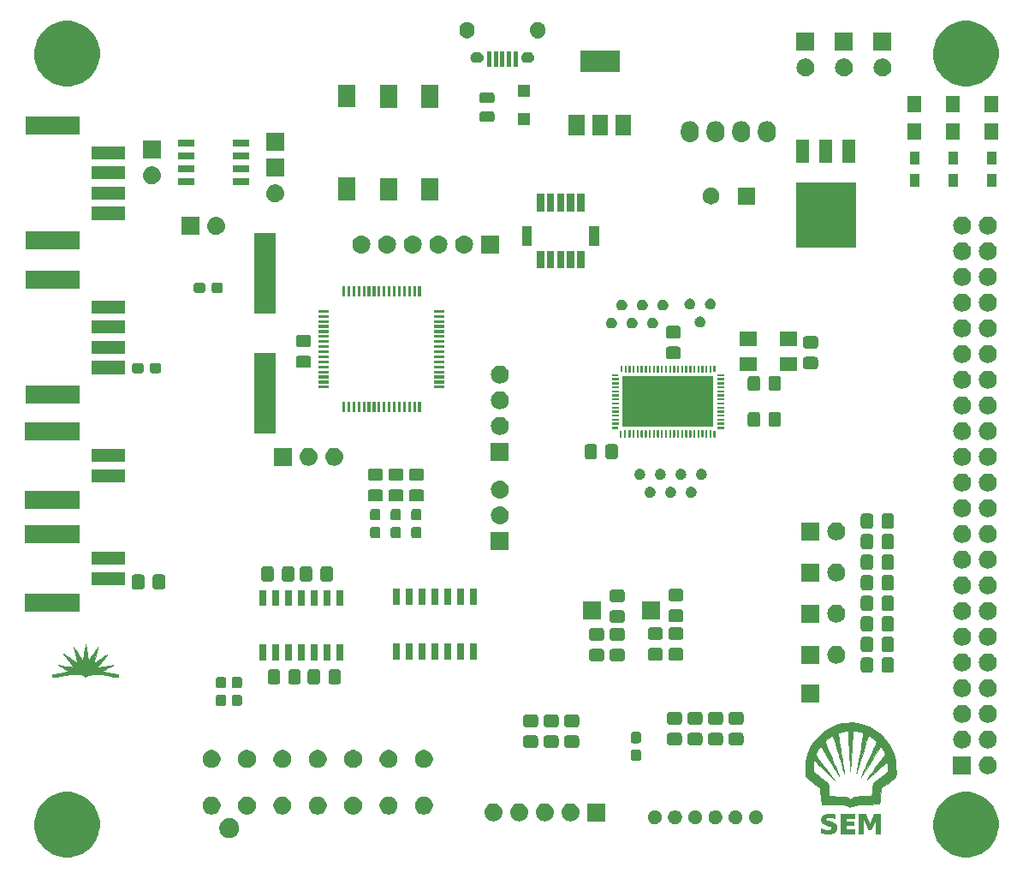
<source format=gts>
G04 #@! TF.GenerationSoftware,KiCad,Pcbnew,(5.0.0)*
G04 #@! TF.CreationDate,2019-04-02T12:05:10-04:00*
G04 #@! TF.ProjectId,motor-controller-hw,6D6F746F722D636F6E74726F6C6C6572,rev?*
G04 #@! TF.SameCoordinates,Original*
G04 #@! TF.FileFunction,Soldermask,Top*
G04 #@! TF.FilePolarity,Negative*
%FSLAX46Y46*%
G04 Gerber Fmt 4.6, Leading zero omitted, Abs format (unit mm)*
G04 Created by KiCad (PCBNEW (5.0.0)) date 04/02/19 12:05:10*
%MOMM*%
%LPD*%
G01*
G04 APERTURE LIST*
%ADD10C,0.010000*%
%ADD11C,0.100000*%
G04 APERTURE END LIST*
D10*
G04 #@! TO.C,G\002A\002A\002A*
G36*
X48831791Y-113044987D02*
X48848117Y-113132427D01*
X48871324Y-113265499D01*
X48899948Y-113435651D01*
X48932519Y-113634331D01*
X48960764Y-113810139D01*
X48995456Y-114025642D01*
X49027383Y-114219536D01*
X49055081Y-114383269D01*
X49077081Y-114508290D01*
X49091918Y-114586047D01*
X49097676Y-114608509D01*
X49117379Y-114586310D01*
X49166634Y-114517755D01*
X49240646Y-114409901D01*
X49334622Y-114269802D01*
X49443769Y-114104515D01*
X49533963Y-113966322D01*
X49653808Y-113782236D01*
X49764017Y-113613757D01*
X49859304Y-113468906D01*
X49934379Y-113355703D01*
X49983954Y-113282166D01*
X50000668Y-113258566D01*
X50031035Y-113223573D01*
X50031934Y-113243005D01*
X50025403Y-113268125D01*
X50012396Y-113315640D01*
X49985127Y-113415119D01*
X49946137Y-113557287D01*
X49897971Y-113732873D01*
X49843172Y-113932603D01*
X49803365Y-114077672D01*
X49747087Y-114284764D01*
X49697622Y-114470670D01*
X49657133Y-114626935D01*
X49627784Y-114745104D01*
X49611737Y-114816722D01*
X49609663Y-114834747D01*
X49638157Y-114821248D01*
X49712570Y-114777505D01*
X49825668Y-114708008D01*
X49970213Y-114617252D01*
X50138971Y-114509728D01*
X50291999Y-114411125D01*
X50475253Y-114293124D01*
X50640197Y-114188158D01*
X50779615Y-114100718D01*
X50886289Y-114035294D01*
X50953002Y-113996378D01*
X50972856Y-113987425D01*
X50956303Y-114013960D01*
X50904736Y-114082895D01*
X50823408Y-114187528D01*
X50717576Y-114321161D01*
X50592491Y-114477093D01*
X50478752Y-114617500D01*
X50342677Y-114786414D01*
X50222708Y-114938505D01*
X50123882Y-115067126D01*
X50051232Y-115165629D01*
X50009794Y-115227368D01*
X50002741Y-115245938D01*
X50038678Y-115243361D01*
X50126957Y-115232413D01*
X50257195Y-115214643D01*
X50419013Y-115191601D01*
X50602032Y-115164834D01*
X50795872Y-115135894D01*
X50990151Y-115106329D01*
X51174491Y-115077688D01*
X51338511Y-115051521D01*
X51471832Y-115029377D01*
X51562000Y-115013207D01*
X51559292Y-115022104D01*
X51506786Y-115055662D01*
X51411400Y-115109984D01*
X51280052Y-115181174D01*
X51119660Y-115265333D01*
X51058607Y-115296790D01*
X50881296Y-115388480D01*
X50722517Y-115471993D01*
X50591265Y-115542484D01*
X50496530Y-115595109D01*
X50447305Y-115625024D01*
X50443284Y-115628265D01*
X50443672Y-115654655D01*
X50504602Y-115676441D01*
X50533927Y-115682090D01*
X50608736Y-115695675D01*
X50731186Y-115718660D01*
X50886600Y-115748259D01*
X51060298Y-115781685D01*
X51133375Y-115795846D01*
X51322255Y-115830837D01*
X51510619Y-115862783D01*
X51679759Y-115888700D01*
X51810967Y-115905609D01*
X51839812Y-115908451D01*
X52070000Y-115928567D01*
X52070000Y-116205000D01*
X51910399Y-116205000D01*
X51822257Y-116198840D01*
X51687706Y-116181899D01*
X51522471Y-116156484D01*
X51342279Y-116124904D01*
X51267461Y-116110657D01*
X50836791Y-116031152D01*
X50460928Y-115972163D01*
X50134579Y-115933709D01*
X49852449Y-115915813D01*
X49609244Y-115918493D01*
X49399670Y-115941771D01*
X49218434Y-115985668D01*
X49060240Y-116050204D01*
X48942290Y-116119699D01*
X48863595Y-116168852D01*
X48815249Y-116182819D01*
X48777864Y-116165891D01*
X48768809Y-116158107D01*
X48714536Y-116121258D01*
X48623241Y-116070583D01*
X48529013Y-116023920D01*
X48458439Y-115991896D01*
X48396447Y-115968720D01*
X48331159Y-115953011D01*
X48250699Y-115943389D01*
X48143190Y-115938474D01*
X47996755Y-115936885D01*
X47799517Y-115937242D01*
X47783750Y-115937304D01*
X47574968Y-115939074D01*
X47407391Y-115943864D01*
X47262353Y-115953659D01*
X47121184Y-115970448D01*
X46965215Y-115996218D01*
X46775780Y-116032958D01*
X46656625Y-116057310D01*
X46451781Y-116097581D01*
X46247199Y-116134331D01*
X46059443Y-116164828D01*
X45905074Y-116186339D01*
X45823187Y-116194784D01*
X45561250Y-116214431D01*
X45561250Y-115928415D01*
X45791437Y-115910654D01*
X45896299Y-115899152D01*
X46036354Y-115878908D01*
X46201508Y-115851898D01*
X46381666Y-115820095D01*
X46566734Y-115785474D01*
X46746617Y-115750008D01*
X46911220Y-115715672D01*
X47050449Y-115684440D01*
X47154210Y-115658286D01*
X47212407Y-115639185D01*
X47220702Y-115631133D01*
X47186287Y-115610635D01*
X47103864Y-115566056D01*
X46982106Y-115501949D01*
X46829684Y-115422865D01*
X46655269Y-115333357D01*
X46593125Y-115301677D01*
X46421874Y-115213088D01*
X46278115Y-115135909D01*
X46168456Y-115073932D01*
X46099503Y-115030950D01*
X46077863Y-115010755D01*
X46085183Y-115010089D01*
X46493108Y-115075649D01*
X46838848Y-115130256D01*
X47122753Y-115173961D01*
X47345176Y-115206817D01*
X47506469Y-115228875D01*
X47606986Y-115240188D01*
X47647078Y-115240806D01*
X47647658Y-115240424D01*
X47632919Y-115212908D01*
X47584279Y-115144531D01*
X47508197Y-115043455D01*
X47411134Y-114917840D01*
X47299551Y-114775848D01*
X47179908Y-114625641D01*
X47058665Y-114475378D01*
X46942283Y-114333223D01*
X46837223Y-114207335D01*
X46749944Y-114105875D01*
X46746057Y-114101471D01*
X46684028Y-114023479D01*
X46649105Y-113964667D01*
X46643643Y-113933877D01*
X46669992Y-113939950D01*
X46712187Y-113974148D01*
X46764235Y-114015175D01*
X46855707Y-114079975D01*
X46977908Y-114162983D01*
X47122143Y-114258635D01*
X47279714Y-114361366D01*
X47441926Y-114465611D01*
X47600083Y-114565805D01*
X47745489Y-114656383D01*
X47869448Y-114731781D01*
X47963263Y-114786435D01*
X48018239Y-114814778D01*
X48028982Y-114816791D01*
X48023233Y-114780526D01*
X48003022Y-114691554D01*
X47970482Y-114558465D01*
X47927747Y-114389843D01*
X47876950Y-114194278D01*
X47833522Y-114030125D01*
X47778117Y-113820670D01*
X47729173Y-113632518D01*
X47688797Y-113474027D01*
X47659096Y-113353557D01*
X47642178Y-113279469D01*
X47639224Y-113259240D01*
X47658081Y-113282305D01*
X47706590Y-113351848D01*
X47780100Y-113460912D01*
X47873961Y-113602537D01*
X47983522Y-113769765D01*
X48088968Y-113932173D01*
X48208783Y-114115519D01*
X48317713Y-114278513D01*
X48411007Y-114414349D01*
X48483918Y-114516219D01*
X48531697Y-114577315D01*
X48549195Y-114591933D01*
X48559176Y-114555707D01*
X48577091Y-114465414D01*
X48601416Y-114329778D01*
X48630624Y-114157524D01*
X48663190Y-113957376D01*
X48690334Y-113784972D01*
X48724023Y-113571217D01*
X48755060Y-113380537D01*
X48782025Y-113221172D01*
X48803494Y-113101362D01*
X48818045Y-113029345D01*
X48823815Y-113011732D01*
X48831791Y-113044987D01*
X48831791Y-113044987D01*
G37*
X48831791Y-113044987D02*
X48848117Y-113132427D01*
X48871324Y-113265499D01*
X48899948Y-113435651D01*
X48932519Y-113634331D01*
X48960764Y-113810139D01*
X48995456Y-114025642D01*
X49027383Y-114219536D01*
X49055081Y-114383269D01*
X49077081Y-114508290D01*
X49091918Y-114586047D01*
X49097676Y-114608509D01*
X49117379Y-114586310D01*
X49166634Y-114517755D01*
X49240646Y-114409901D01*
X49334622Y-114269802D01*
X49443769Y-114104515D01*
X49533963Y-113966322D01*
X49653808Y-113782236D01*
X49764017Y-113613757D01*
X49859304Y-113468906D01*
X49934379Y-113355703D01*
X49983954Y-113282166D01*
X50000668Y-113258566D01*
X50031035Y-113223573D01*
X50031934Y-113243005D01*
X50025403Y-113268125D01*
X50012396Y-113315640D01*
X49985127Y-113415119D01*
X49946137Y-113557287D01*
X49897971Y-113732873D01*
X49843172Y-113932603D01*
X49803365Y-114077672D01*
X49747087Y-114284764D01*
X49697622Y-114470670D01*
X49657133Y-114626935D01*
X49627784Y-114745104D01*
X49611737Y-114816722D01*
X49609663Y-114834747D01*
X49638157Y-114821248D01*
X49712570Y-114777505D01*
X49825668Y-114708008D01*
X49970213Y-114617252D01*
X50138971Y-114509728D01*
X50291999Y-114411125D01*
X50475253Y-114293124D01*
X50640197Y-114188158D01*
X50779615Y-114100718D01*
X50886289Y-114035294D01*
X50953002Y-113996378D01*
X50972856Y-113987425D01*
X50956303Y-114013960D01*
X50904736Y-114082895D01*
X50823408Y-114187528D01*
X50717576Y-114321161D01*
X50592491Y-114477093D01*
X50478752Y-114617500D01*
X50342677Y-114786414D01*
X50222708Y-114938505D01*
X50123882Y-115067126D01*
X50051232Y-115165629D01*
X50009794Y-115227368D01*
X50002741Y-115245938D01*
X50038678Y-115243361D01*
X50126957Y-115232413D01*
X50257195Y-115214643D01*
X50419013Y-115191601D01*
X50602032Y-115164834D01*
X50795872Y-115135894D01*
X50990151Y-115106329D01*
X51174491Y-115077688D01*
X51338511Y-115051521D01*
X51471832Y-115029377D01*
X51562000Y-115013207D01*
X51559292Y-115022104D01*
X51506786Y-115055662D01*
X51411400Y-115109984D01*
X51280052Y-115181174D01*
X51119660Y-115265333D01*
X51058607Y-115296790D01*
X50881296Y-115388480D01*
X50722517Y-115471993D01*
X50591265Y-115542484D01*
X50496530Y-115595109D01*
X50447305Y-115625024D01*
X50443284Y-115628265D01*
X50443672Y-115654655D01*
X50504602Y-115676441D01*
X50533927Y-115682090D01*
X50608736Y-115695675D01*
X50731186Y-115718660D01*
X50886600Y-115748259D01*
X51060298Y-115781685D01*
X51133375Y-115795846D01*
X51322255Y-115830837D01*
X51510619Y-115862783D01*
X51679759Y-115888700D01*
X51810967Y-115905609D01*
X51839812Y-115908451D01*
X52070000Y-115928567D01*
X52070000Y-116205000D01*
X51910399Y-116205000D01*
X51822257Y-116198840D01*
X51687706Y-116181899D01*
X51522471Y-116156484D01*
X51342279Y-116124904D01*
X51267461Y-116110657D01*
X50836791Y-116031152D01*
X50460928Y-115972163D01*
X50134579Y-115933709D01*
X49852449Y-115915813D01*
X49609244Y-115918493D01*
X49399670Y-115941771D01*
X49218434Y-115985668D01*
X49060240Y-116050204D01*
X48942290Y-116119699D01*
X48863595Y-116168852D01*
X48815249Y-116182819D01*
X48777864Y-116165891D01*
X48768809Y-116158107D01*
X48714536Y-116121258D01*
X48623241Y-116070583D01*
X48529013Y-116023920D01*
X48458439Y-115991896D01*
X48396447Y-115968720D01*
X48331159Y-115953011D01*
X48250699Y-115943389D01*
X48143190Y-115938474D01*
X47996755Y-115936885D01*
X47799517Y-115937242D01*
X47783750Y-115937304D01*
X47574968Y-115939074D01*
X47407391Y-115943864D01*
X47262353Y-115953659D01*
X47121184Y-115970448D01*
X46965215Y-115996218D01*
X46775780Y-116032958D01*
X46656625Y-116057310D01*
X46451781Y-116097581D01*
X46247199Y-116134331D01*
X46059443Y-116164828D01*
X45905074Y-116186339D01*
X45823187Y-116194784D01*
X45561250Y-116214431D01*
X45561250Y-115928415D01*
X45791437Y-115910654D01*
X45896299Y-115899152D01*
X46036354Y-115878908D01*
X46201508Y-115851898D01*
X46381666Y-115820095D01*
X46566734Y-115785474D01*
X46746617Y-115750008D01*
X46911220Y-115715672D01*
X47050449Y-115684440D01*
X47154210Y-115658286D01*
X47212407Y-115639185D01*
X47220702Y-115631133D01*
X47186287Y-115610635D01*
X47103864Y-115566056D01*
X46982106Y-115501949D01*
X46829684Y-115422865D01*
X46655269Y-115333357D01*
X46593125Y-115301677D01*
X46421874Y-115213088D01*
X46278115Y-115135909D01*
X46168456Y-115073932D01*
X46099503Y-115030950D01*
X46077863Y-115010755D01*
X46085183Y-115010089D01*
X46493108Y-115075649D01*
X46838848Y-115130256D01*
X47122753Y-115173961D01*
X47345176Y-115206817D01*
X47506469Y-115228875D01*
X47606986Y-115240188D01*
X47647078Y-115240806D01*
X47647658Y-115240424D01*
X47632919Y-115212908D01*
X47584279Y-115144531D01*
X47508197Y-115043455D01*
X47411134Y-114917840D01*
X47299551Y-114775848D01*
X47179908Y-114625641D01*
X47058665Y-114475378D01*
X46942283Y-114333223D01*
X46837223Y-114207335D01*
X46749944Y-114105875D01*
X46746057Y-114101471D01*
X46684028Y-114023479D01*
X46649105Y-113964667D01*
X46643643Y-113933877D01*
X46669992Y-113939950D01*
X46712187Y-113974148D01*
X46764235Y-114015175D01*
X46855707Y-114079975D01*
X46977908Y-114162983D01*
X47122143Y-114258635D01*
X47279714Y-114361366D01*
X47441926Y-114465611D01*
X47600083Y-114565805D01*
X47745489Y-114656383D01*
X47869448Y-114731781D01*
X47963263Y-114786435D01*
X48018239Y-114814778D01*
X48028982Y-114816791D01*
X48023233Y-114780526D01*
X48003022Y-114691554D01*
X47970482Y-114558465D01*
X47927747Y-114389843D01*
X47876950Y-114194278D01*
X47833522Y-114030125D01*
X47778117Y-113820670D01*
X47729173Y-113632518D01*
X47688797Y-113474027D01*
X47659096Y-113353557D01*
X47642178Y-113279469D01*
X47639224Y-113259240D01*
X47658081Y-113282305D01*
X47706590Y-113351848D01*
X47780100Y-113460912D01*
X47873961Y-113602537D01*
X47983522Y-113769765D01*
X48088968Y-113932173D01*
X48208783Y-114115519D01*
X48317713Y-114278513D01*
X48411007Y-114414349D01*
X48483918Y-114516219D01*
X48531697Y-114577315D01*
X48549195Y-114591933D01*
X48559176Y-114555707D01*
X48577091Y-114465414D01*
X48601416Y-114329778D01*
X48630624Y-114157524D01*
X48663190Y-113957376D01*
X48690334Y-113784972D01*
X48724023Y-113571217D01*
X48755060Y-113380537D01*
X48782025Y-113221172D01*
X48803494Y-113101362D01*
X48818045Y-113029345D01*
X48823815Y-113011732D01*
X48831791Y-113044987D01*
G36*
X123853222Y-125701778D02*
X123858288Y-125752017D01*
X123853222Y-125758222D01*
X123828055Y-125752411D01*
X123825000Y-125730000D01*
X123840489Y-125695155D01*
X123853222Y-125701778D01*
X123853222Y-125701778D01*
G37*
X123853222Y-125701778D02*
X123858288Y-125752017D01*
X123853222Y-125758222D01*
X123828055Y-125752411D01*
X123825000Y-125730000D01*
X123840489Y-125695155D01*
X123853222Y-125701778D01*
G36*
X125560666Y-126047500D02*
X125539500Y-126068667D01*
X125518333Y-126047500D01*
X125539500Y-126026333D01*
X125560666Y-126047500D01*
X125560666Y-126047500D01*
G37*
X125560666Y-126047500D02*
X125539500Y-126068667D01*
X125518333Y-126047500D01*
X125539500Y-126026333D01*
X125560666Y-126047500D01*
G36*
X125201891Y-120767668D02*
X125764246Y-120907381D01*
X126327278Y-121130125D01*
X126428500Y-121178801D01*
X126961327Y-121487461D01*
X127438978Y-121857555D01*
X127858005Y-122283489D01*
X128214957Y-122759670D01*
X128506387Y-123280502D01*
X128728845Y-123840394D01*
X128878883Y-124433749D01*
X128953050Y-125054975D01*
X128960524Y-125285500D01*
X128963545Y-125547763D01*
X128961572Y-125749949D01*
X128946615Y-125906512D01*
X128910685Y-126031906D01*
X128845793Y-126140586D01*
X128743951Y-126247005D01*
X128597169Y-126365617D01*
X128397458Y-126510878D01*
X128208833Y-126645506D01*
X127515675Y-127142094D01*
X127465890Y-127547297D01*
X127436056Y-127789963D01*
X127402429Y-128063226D01*
X127371467Y-128314634D01*
X127366533Y-128354667D01*
X127316961Y-128756833D01*
X126159729Y-128789721D01*
X125809450Y-128800221D01*
X125533169Y-128810125D01*
X125320235Y-128820365D01*
X125159993Y-128831874D01*
X125041789Y-128845581D01*
X124954970Y-128862419D01*
X124888883Y-128883319D01*
X124840967Y-128905017D01*
X124682818Y-128967757D01*
X124513854Y-129007127D01*
X124365809Y-129017421D01*
X124290666Y-129003902D01*
X124214417Y-128971814D01*
X124097999Y-128921007D01*
X124049572Y-128899522D01*
X123988111Y-128875372D01*
X123917828Y-128856641D01*
X123827661Y-128842654D01*
X123706547Y-128832739D01*
X123543423Y-128826224D01*
X123327225Y-128822434D01*
X123046891Y-128820698D01*
X122747822Y-128820333D01*
X122357033Y-128818733D01*
X122050146Y-128813914D01*
X121826454Y-128805848D01*
X121685253Y-128794507D01*
X121625838Y-128779863D01*
X121623666Y-128775998D01*
X121618694Y-128714045D01*
X121605138Y-128585112D01*
X121585037Y-128406217D01*
X121560431Y-128194376D01*
X121533359Y-127966608D01*
X121505860Y-127739930D01*
X121479975Y-127531360D01*
X121457742Y-127357915D01*
X121441200Y-127236613D01*
X121433403Y-127188398D01*
X121391710Y-127132056D01*
X121285830Y-127034893D01*
X121122448Y-126902411D01*
X120908250Y-126740110D01*
X120738902Y-126616898D01*
X120527800Y-126462127D01*
X120341469Y-126319149D01*
X120190862Y-126196884D01*
X120086929Y-126104250D01*
X120040622Y-126050164D01*
X120039658Y-126047500D01*
X120031385Y-125976546D01*
X120024435Y-125838277D01*
X120019365Y-125650044D01*
X120016735Y-125429196D01*
X120016494Y-125327833D01*
X120023590Y-125049637D01*
X120780481Y-125049637D01*
X120782951Y-125237647D01*
X120790150Y-125403865D01*
X120801876Y-125524548D01*
X120811725Y-125567072D01*
X120853516Y-125612269D01*
X120953508Y-125697968D01*
X121100904Y-125815599D01*
X121284910Y-125956593D01*
X121494729Y-126112382D01*
X121543673Y-126148075D01*
X122246847Y-126659172D01*
X122274700Y-127030669D01*
X122291318Y-127245144D01*
X122309555Y-127469455D01*
X122325825Y-127659647D01*
X122327808Y-127681781D01*
X122353063Y-127961395D01*
X122799284Y-127988698D01*
X123044901Y-128001058D01*
X123315552Y-128010502D01*
X123565265Y-128015546D01*
X123645267Y-128016000D01*
X123832707Y-128017215D01*
X123956336Y-128024264D01*
X124037008Y-128042258D01*
X124095576Y-128076305D01*
X124152892Y-128131513D01*
X124163666Y-128143000D01*
X124310712Y-128249093D01*
X124468904Y-128274309D01*
X124624456Y-128218641D01*
X124713765Y-128143251D01*
X124832167Y-128016501D01*
X125704416Y-127988370D01*
X126046712Y-127975086D01*
X126304721Y-127960034D01*
X126478341Y-127943223D01*
X126567471Y-127924662D01*
X126580425Y-127914036D01*
X126585136Y-127856959D01*
X126595474Y-127732194D01*
X126610053Y-127556429D01*
X126627490Y-127346351D01*
X126633341Y-127275887D01*
X126682500Y-126683940D01*
X127359833Y-126188161D01*
X127571742Y-126030136D01*
X127761959Y-125882778D01*
X127918968Y-125755452D01*
X128031255Y-125657525D01*
X128087302Y-125598361D01*
X128089459Y-125594774D01*
X128117896Y-125496247D01*
X128135661Y-125343502D01*
X128142873Y-125161456D01*
X128139649Y-124975028D01*
X128126107Y-124809136D01*
X128102363Y-124688699D01*
X128085007Y-124650872D01*
X128070261Y-124635289D01*
X128050369Y-124628802D01*
X128020633Y-124635445D01*
X127976356Y-124659249D01*
X127912840Y-124704248D01*
X127825389Y-124774474D01*
X127709306Y-124873961D01*
X127559893Y-125006740D01*
X127372454Y-125176846D01*
X127142291Y-125388309D01*
X126864707Y-125645164D01*
X126535006Y-125951442D01*
X126148490Y-126311178D01*
X126116535Y-126340933D01*
X126090058Y-126356276D01*
X126113658Y-126306877D01*
X126185692Y-126195028D01*
X126304520Y-126023020D01*
X126468499Y-125793145D01*
X126675989Y-125507697D01*
X126925346Y-125168966D01*
X127214930Y-124779246D01*
X127543099Y-124340828D01*
X127669437Y-124172756D01*
X127778570Y-124025543D01*
X127843990Y-123925830D01*
X127873486Y-123853918D01*
X127874847Y-123790105D01*
X127855863Y-123714692D01*
X127853553Y-123707090D01*
X127808057Y-123591385D01*
X127738650Y-123450937D01*
X127658084Y-123307599D01*
X127579114Y-123183225D01*
X127514493Y-123099668D01*
X127486178Y-123077581D01*
X127415981Y-123086118D01*
X127399066Y-123095438D01*
X127367432Y-123137200D01*
X127296447Y-123243166D01*
X127191146Y-123405441D01*
X127056565Y-123616128D01*
X126897737Y-123867331D01*
X126719699Y-124151156D01*
X126527484Y-124459706D01*
X126469382Y-124553372D01*
X126275477Y-124865523D01*
X126095687Y-125153516D01*
X125934814Y-125409770D01*
X125797656Y-125626703D01*
X125689015Y-125796733D01*
X125613691Y-125912279D01*
X125576484Y-125965757D01*
X125573416Y-125968527D01*
X125587721Y-125928734D01*
X125633396Y-125819766D01*
X125706934Y-125649602D01*
X125804829Y-125426216D01*
X125923577Y-125157585D01*
X126059671Y-124851687D01*
X126209605Y-124516496D01*
X126302870Y-124308822D01*
X126459924Y-123957136D01*
X126605103Y-123627254D01*
X126734856Y-123327596D01*
X126845635Y-123066582D01*
X126933890Y-122852633D01*
X126996071Y-122694170D01*
X127028628Y-122599613D01*
X127032603Y-122577752D01*
X126993864Y-122510854D01*
X126902496Y-122413030D01*
X126776663Y-122299790D01*
X126634531Y-122186644D01*
X126494267Y-122089104D01*
X126392553Y-122031242D01*
X126300936Y-121992684D01*
X126248197Y-122002232D01*
X126198144Y-122068836D01*
X126190529Y-122081203D01*
X126163773Y-122145177D01*
X126115932Y-122281322D01*
X126049888Y-122480604D01*
X125968521Y-122733989D01*
X125874714Y-123032443D01*
X125771348Y-123366934D01*
X125661305Y-123728427D01*
X125598025Y-123938668D01*
X125487776Y-124305513D01*
X125384997Y-124645673D01*
X125292214Y-124950926D01*
X125211952Y-125213048D01*
X125146737Y-125423816D01*
X125099092Y-125575007D01*
X125071543Y-125658396D01*
X125065659Y-125672437D01*
X125070985Y-125630135D01*
X125090055Y-125512764D01*
X125121430Y-125328552D01*
X125163669Y-125085725D01*
X125215332Y-124792509D01*
X125274978Y-124457129D01*
X125341167Y-124087813D01*
X125406877Y-123723623D01*
X125490514Y-123259231D01*
X125559331Y-122871359D01*
X125614313Y-122553347D01*
X125656446Y-122298537D01*
X125686714Y-122100270D01*
X125706104Y-121951888D01*
X125715600Y-121846730D01*
X125716187Y-121778139D01*
X125708852Y-121739456D01*
X125702058Y-121728773D01*
X125629610Y-121690359D01*
X125490356Y-121644811D01*
X125301362Y-121596594D01*
X125079690Y-121550171D01*
X124899511Y-121518782D01*
X124783088Y-121507288D01*
X124722436Y-121525267D01*
X124696507Y-121565856D01*
X124688328Y-121622540D01*
X124676378Y-121754896D01*
X124661254Y-121954041D01*
X124643550Y-122211092D01*
X124623861Y-122517166D01*
X124602780Y-122863381D01*
X124580904Y-123240855D01*
X124564065Y-123544035D01*
X124542394Y-123936644D01*
X124521680Y-124302510D01*
X124502443Y-124633122D01*
X124485203Y-124919966D01*
X124470478Y-125154530D01*
X124458789Y-125328301D01*
X124450655Y-125432766D01*
X124447083Y-125460695D01*
X124442329Y-125422588D01*
X124433962Y-125308249D01*
X124422459Y-125126014D01*
X124408299Y-124884218D01*
X124391958Y-124591197D01*
X124373913Y-124255287D01*
X124354643Y-123884822D01*
X124338175Y-123559374D01*
X124318098Y-123163808D01*
X124298714Y-122793525D01*
X124280523Y-122457251D01*
X124264022Y-122163712D01*
X124249713Y-121921632D01*
X124238093Y-121739739D01*
X124229664Y-121626758D01*
X124225573Y-121591917D01*
X124173639Y-121557340D01*
X124061173Y-121544637D01*
X123908598Y-121550882D01*
X123736335Y-121573151D01*
X123564807Y-121608518D01*
X123414435Y-121654059D01*
X123305642Y-121706850D01*
X123280359Y-121727292D01*
X123268126Y-121751704D01*
X123262364Y-121799463D01*
X123263948Y-121877521D01*
X123273752Y-121992830D01*
X123292649Y-122152343D01*
X123321514Y-122363013D01*
X123361219Y-122631791D01*
X123412640Y-122965631D01*
X123476649Y-123371484D01*
X123525539Y-123677945D01*
X123587503Y-124067333D01*
X123644593Y-124430348D01*
X123695540Y-124758594D01*
X123739071Y-125043676D01*
X123773915Y-125277201D01*
X123798800Y-125450773D01*
X123812456Y-125555998D01*
X123814401Y-125585377D01*
X123800044Y-125549130D01*
X123764754Y-125439756D01*
X123711007Y-125265489D01*
X123641278Y-125034568D01*
X123558043Y-124755230D01*
X123463778Y-124435712D01*
X123360960Y-124084252D01*
X123295459Y-123858940D01*
X123186831Y-123487688D01*
X123083209Y-123139804D01*
X122987364Y-122824142D01*
X122902066Y-122549556D01*
X122830088Y-122324899D01*
X122774200Y-122159026D01*
X122737174Y-122060791D01*
X122725738Y-122038658D01*
X122685492Y-121996749D01*
X122642563Y-121987692D01*
X122574665Y-122015765D01*
X122459511Y-122085243D01*
X122449166Y-122091729D01*
X122312808Y-122185758D01*
X122174638Y-122294845D01*
X122051806Y-122403656D01*
X121961464Y-122496858D01*
X121920763Y-122559118D01*
X121920000Y-122564816D01*
X121935991Y-122610031D01*
X121981695Y-122724952D01*
X122053709Y-122901362D01*
X122148629Y-123131044D01*
X122263050Y-123405784D01*
X122393569Y-123717364D01*
X122536782Y-124057570D01*
X122622363Y-124260141D01*
X122772068Y-124614321D01*
X122911875Y-124945627D01*
X123038251Y-125245651D01*
X123147666Y-125505985D01*
X123236589Y-125718219D01*
X123301487Y-125873946D01*
X123338830Y-125964757D01*
X123346348Y-125984000D01*
X123330098Y-125962938D01*
X123274719Y-125876441D01*
X123184617Y-125731689D01*
X123064199Y-125535862D01*
X122917872Y-125296140D01*
X122750043Y-125019705D01*
X122565117Y-124713737D01*
X122475995Y-124565833D01*
X122249295Y-124190318D01*
X122061360Y-123881746D01*
X121908135Y-123634022D01*
X121785561Y-123441052D01*
X121689583Y-123296740D01*
X121616141Y-123194991D01*
X121561180Y-123129711D01*
X121520642Y-123094803D01*
X121490470Y-123084174D01*
X121489713Y-123084167D01*
X121433942Y-123100291D01*
X121374425Y-123157149D01*
X121300801Y-123267468D01*
X121213994Y-123422833D01*
X121132357Y-123586557D01*
X121069698Y-123733759D01*
X121035683Y-123840796D01*
X121032261Y-123867333D01*
X121053149Y-123925448D01*
X121117358Y-124033245D01*
X121226889Y-124193513D01*
X121383746Y-124409037D01*
X121589932Y-124682604D01*
X121847449Y-125017002D01*
X121990577Y-125200833D01*
X122949215Y-126428500D01*
X122148857Y-125659369D01*
X121920437Y-125439348D01*
X121700460Y-125226511D01*
X121499985Y-125031629D01*
X121330068Y-124865475D01*
X121201770Y-124738820D01*
X121138424Y-124675119D01*
X121027865Y-124568566D01*
X120935624Y-124491625D01*
X120880754Y-124460102D01*
X120879133Y-124460000D01*
X120837823Y-124496756D01*
X120804800Y-124585868D01*
X120803458Y-124592292D01*
X120790533Y-124703216D01*
X120782942Y-124863579D01*
X120780481Y-125049637D01*
X120023590Y-125049637D01*
X120027274Y-124905210D01*
X120062174Y-124538261D01*
X120125764Y-124200280D01*
X120222613Y-123864564D01*
X120306766Y-123631800D01*
X120569300Y-123064440D01*
X120898752Y-122546432D01*
X121291181Y-122082115D01*
X121742647Y-121675829D01*
X122249209Y-121331915D01*
X122533833Y-121178801D01*
X122917377Y-121004889D01*
X123274457Y-120879509D01*
X123639658Y-120792531D01*
X124047563Y-120733823D01*
X124055797Y-120732932D01*
X124634359Y-120709885D01*
X125201891Y-120767668D01*
X125201891Y-120767668D01*
G37*
X125201891Y-120767668D02*
X125764246Y-120907381D01*
X126327278Y-121130125D01*
X126428500Y-121178801D01*
X126961327Y-121487461D01*
X127438978Y-121857555D01*
X127858005Y-122283489D01*
X128214957Y-122759670D01*
X128506387Y-123280502D01*
X128728845Y-123840394D01*
X128878883Y-124433749D01*
X128953050Y-125054975D01*
X128960524Y-125285500D01*
X128963545Y-125547763D01*
X128961572Y-125749949D01*
X128946615Y-125906512D01*
X128910685Y-126031906D01*
X128845793Y-126140586D01*
X128743951Y-126247005D01*
X128597169Y-126365617D01*
X128397458Y-126510878D01*
X128208833Y-126645506D01*
X127515675Y-127142094D01*
X127465890Y-127547297D01*
X127436056Y-127789963D01*
X127402429Y-128063226D01*
X127371467Y-128314634D01*
X127366533Y-128354667D01*
X127316961Y-128756833D01*
X126159729Y-128789721D01*
X125809450Y-128800221D01*
X125533169Y-128810125D01*
X125320235Y-128820365D01*
X125159993Y-128831874D01*
X125041789Y-128845581D01*
X124954970Y-128862419D01*
X124888883Y-128883319D01*
X124840967Y-128905017D01*
X124682818Y-128967757D01*
X124513854Y-129007127D01*
X124365809Y-129017421D01*
X124290666Y-129003902D01*
X124214417Y-128971814D01*
X124097999Y-128921007D01*
X124049572Y-128899522D01*
X123988111Y-128875372D01*
X123917828Y-128856641D01*
X123827661Y-128842654D01*
X123706547Y-128832739D01*
X123543423Y-128826224D01*
X123327225Y-128822434D01*
X123046891Y-128820698D01*
X122747822Y-128820333D01*
X122357033Y-128818733D01*
X122050146Y-128813914D01*
X121826454Y-128805848D01*
X121685253Y-128794507D01*
X121625838Y-128779863D01*
X121623666Y-128775998D01*
X121618694Y-128714045D01*
X121605138Y-128585112D01*
X121585037Y-128406217D01*
X121560431Y-128194376D01*
X121533359Y-127966608D01*
X121505860Y-127739930D01*
X121479975Y-127531360D01*
X121457742Y-127357915D01*
X121441200Y-127236613D01*
X121433403Y-127188398D01*
X121391710Y-127132056D01*
X121285830Y-127034893D01*
X121122448Y-126902411D01*
X120908250Y-126740110D01*
X120738902Y-126616898D01*
X120527800Y-126462127D01*
X120341469Y-126319149D01*
X120190862Y-126196884D01*
X120086929Y-126104250D01*
X120040622Y-126050164D01*
X120039658Y-126047500D01*
X120031385Y-125976546D01*
X120024435Y-125838277D01*
X120019365Y-125650044D01*
X120016735Y-125429196D01*
X120016494Y-125327833D01*
X120023590Y-125049637D01*
X120780481Y-125049637D01*
X120782951Y-125237647D01*
X120790150Y-125403865D01*
X120801876Y-125524548D01*
X120811725Y-125567072D01*
X120853516Y-125612269D01*
X120953508Y-125697968D01*
X121100904Y-125815599D01*
X121284910Y-125956593D01*
X121494729Y-126112382D01*
X121543673Y-126148075D01*
X122246847Y-126659172D01*
X122274700Y-127030669D01*
X122291318Y-127245144D01*
X122309555Y-127469455D01*
X122325825Y-127659647D01*
X122327808Y-127681781D01*
X122353063Y-127961395D01*
X122799284Y-127988698D01*
X123044901Y-128001058D01*
X123315552Y-128010502D01*
X123565265Y-128015546D01*
X123645267Y-128016000D01*
X123832707Y-128017215D01*
X123956336Y-128024264D01*
X124037008Y-128042258D01*
X124095576Y-128076305D01*
X124152892Y-128131513D01*
X124163666Y-128143000D01*
X124310712Y-128249093D01*
X124468904Y-128274309D01*
X124624456Y-128218641D01*
X124713765Y-128143251D01*
X124832167Y-128016501D01*
X125704416Y-127988370D01*
X126046712Y-127975086D01*
X126304721Y-127960034D01*
X126478341Y-127943223D01*
X126567471Y-127924662D01*
X126580425Y-127914036D01*
X126585136Y-127856959D01*
X126595474Y-127732194D01*
X126610053Y-127556429D01*
X126627490Y-127346351D01*
X126633341Y-127275887D01*
X126682500Y-126683940D01*
X127359833Y-126188161D01*
X127571742Y-126030136D01*
X127761959Y-125882778D01*
X127918968Y-125755452D01*
X128031255Y-125657525D01*
X128087302Y-125598361D01*
X128089459Y-125594774D01*
X128117896Y-125496247D01*
X128135661Y-125343502D01*
X128142873Y-125161456D01*
X128139649Y-124975028D01*
X128126107Y-124809136D01*
X128102363Y-124688699D01*
X128085007Y-124650872D01*
X128070261Y-124635289D01*
X128050369Y-124628802D01*
X128020633Y-124635445D01*
X127976356Y-124659249D01*
X127912840Y-124704248D01*
X127825389Y-124774474D01*
X127709306Y-124873961D01*
X127559893Y-125006740D01*
X127372454Y-125176846D01*
X127142291Y-125388309D01*
X126864707Y-125645164D01*
X126535006Y-125951442D01*
X126148490Y-126311178D01*
X126116535Y-126340933D01*
X126090058Y-126356276D01*
X126113658Y-126306877D01*
X126185692Y-126195028D01*
X126304520Y-126023020D01*
X126468499Y-125793145D01*
X126675989Y-125507697D01*
X126925346Y-125168966D01*
X127214930Y-124779246D01*
X127543099Y-124340828D01*
X127669437Y-124172756D01*
X127778570Y-124025543D01*
X127843990Y-123925830D01*
X127873486Y-123853918D01*
X127874847Y-123790105D01*
X127855863Y-123714692D01*
X127853553Y-123707090D01*
X127808057Y-123591385D01*
X127738650Y-123450937D01*
X127658084Y-123307599D01*
X127579114Y-123183225D01*
X127514493Y-123099668D01*
X127486178Y-123077581D01*
X127415981Y-123086118D01*
X127399066Y-123095438D01*
X127367432Y-123137200D01*
X127296447Y-123243166D01*
X127191146Y-123405441D01*
X127056565Y-123616128D01*
X126897737Y-123867331D01*
X126719699Y-124151156D01*
X126527484Y-124459706D01*
X126469382Y-124553372D01*
X126275477Y-124865523D01*
X126095687Y-125153516D01*
X125934814Y-125409770D01*
X125797656Y-125626703D01*
X125689015Y-125796733D01*
X125613691Y-125912279D01*
X125576484Y-125965757D01*
X125573416Y-125968527D01*
X125587721Y-125928734D01*
X125633396Y-125819766D01*
X125706934Y-125649602D01*
X125804829Y-125426216D01*
X125923577Y-125157585D01*
X126059671Y-124851687D01*
X126209605Y-124516496D01*
X126302870Y-124308822D01*
X126459924Y-123957136D01*
X126605103Y-123627254D01*
X126734856Y-123327596D01*
X126845635Y-123066582D01*
X126933890Y-122852633D01*
X126996071Y-122694170D01*
X127028628Y-122599613D01*
X127032603Y-122577752D01*
X126993864Y-122510854D01*
X126902496Y-122413030D01*
X126776663Y-122299790D01*
X126634531Y-122186644D01*
X126494267Y-122089104D01*
X126392553Y-122031242D01*
X126300936Y-121992684D01*
X126248197Y-122002232D01*
X126198144Y-122068836D01*
X126190529Y-122081203D01*
X126163773Y-122145177D01*
X126115932Y-122281322D01*
X126049888Y-122480604D01*
X125968521Y-122733989D01*
X125874714Y-123032443D01*
X125771348Y-123366934D01*
X125661305Y-123728427D01*
X125598025Y-123938668D01*
X125487776Y-124305513D01*
X125384997Y-124645673D01*
X125292214Y-124950926D01*
X125211952Y-125213048D01*
X125146737Y-125423816D01*
X125099092Y-125575007D01*
X125071543Y-125658396D01*
X125065659Y-125672437D01*
X125070985Y-125630135D01*
X125090055Y-125512764D01*
X125121430Y-125328552D01*
X125163669Y-125085725D01*
X125215332Y-124792509D01*
X125274978Y-124457129D01*
X125341167Y-124087813D01*
X125406877Y-123723623D01*
X125490514Y-123259231D01*
X125559331Y-122871359D01*
X125614313Y-122553347D01*
X125656446Y-122298537D01*
X125686714Y-122100270D01*
X125706104Y-121951888D01*
X125715600Y-121846730D01*
X125716187Y-121778139D01*
X125708852Y-121739456D01*
X125702058Y-121728773D01*
X125629610Y-121690359D01*
X125490356Y-121644811D01*
X125301362Y-121596594D01*
X125079690Y-121550171D01*
X124899511Y-121518782D01*
X124783088Y-121507288D01*
X124722436Y-121525267D01*
X124696507Y-121565856D01*
X124688328Y-121622540D01*
X124676378Y-121754896D01*
X124661254Y-121954041D01*
X124643550Y-122211092D01*
X124623861Y-122517166D01*
X124602780Y-122863381D01*
X124580904Y-123240855D01*
X124564065Y-123544035D01*
X124542394Y-123936644D01*
X124521680Y-124302510D01*
X124502443Y-124633122D01*
X124485203Y-124919966D01*
X124470478Y-125154530D01*
X124458789Y-125328301D01*
X124450655Y-125432766D01*
X124447083Y-125460695D01*
X124442329Y-125422588D01*
X124433962Y-125308249D01*
X124422459Y-125126014D01*
X124408299Y-124884218D01*
X124391958Y-124591197D01*
X124373913Y-124255287D01*
X124354643Y-123884822D01*
X124338175Y-123559374D01*
X124318098Y-123163808D01*
X124298714Y-122793525D01*
X124280523Y-122457251D01*
X124264022Y-122163712D01*
X124249713Y-121921632D01*
X124238093Y-121739739D01*
X124229664Y-121626758D01*
X124225573Y-121591917D01*
X124173639Y-121557340D01*
X124061173Y-121544637D01*
X123908598Y-121550882D01*
X123736335Y-121573151D01*
X123564807Y-121608518D01*
X123414435Y-121654059D01*
X123305642Y-121706850D01*
X123280359Y-121727292D01*
X123268126Y-121751704D01*
X123262364Y-121799463D01*
X123263948Y-121877521D01*
X123273752Y-121992830D01*
X123292649Y-122152343D01*
X123321514Y-122363013D01*
X123361219Y-122631791D01*
X123412640Y-122965631D01*
X123476649Y-123371484D01*
X123525539Y-123677945D01*
X123587503Y-124067333D01*
X123644593Y-124430348D01*
X123695540Y-124758594D01*
X123739071Y-125043676D01*
X123773915Y-125277201D01*
X123798800Y-125450773D01*
X123812456Y-125555998D01*
X123814401Y-125585377D01*
X123800044Y-125549130D01*
X123764754Y-125439756D01*
X123711007Y-125265489D01*
X123641278Y-125034568D01*
X123558043Y-124755230D01*
X123463778Y-124435712D01*
X123360960Y-124084252D01*
X123295459Y-123858940D01*
X123186831Y-123487688D01*
X123083209Y-123139804D01*
X122987364Y-122824142D01*
X122902066Y-122549556D01*
X122830088Y-122324899D01*
X122774200Y-122159026D01*
X122737174Y-122060791D01*
X122725738Y-122038658D01*
X122685492Y-121996749D01*
X122642563Y-121987692D01*
X122574665Y-122015765D01*
X122459511Y-122085243D01*
X122449166Y-122091729D01*
X122312808Y-122185758D01*
X122174638Y-122294845D01*
X122051806Y-122403656D01*
X121961464Y-122496858D01*
X121920763Y-122559118D01*
X121920000Y-122564816D01*
X121935991Y-122610031D01*
X121981695Y-122724952D01*
X122053709Y-122901362D01*
X122148629Y-123131044D01*
X122263050Y-123405784D01*
X122393569Y-123717364D01*
X122536782Y-124057570D01*
X122622363Y-124260141D01*
X122772068Y-124614321D01*
X122911875Y-124945627D01*
X123038251Y-125245651D01*
X123147666Y-125505985D01*
X123236589Y-125718219D01*
X123301487Y-125873946D01*
X123338830Y-125964757D01*
X123346348Y-125984000D01*
X123330098Y-125962938D01*
X123274719Y-125876441D01*
X123184617Y-125731689D01*
X123064199Y-125535862D01*
X122917872Y-125296140D01*
X122750043Y-125019705D01*
X122565117Y-124713737D01*
X122475995Y-124565833D01*
X122249295Y-124190318D01*
X122061360Y-123881746D01*
X121908135Y-123634022D01*
X121785561Y-123441052D01*
X121689583Y-123296740D01*
X121616141Y-123194991D01*
X121561180Y-123129711D01*
X121520642Y-123094803D01*
X121490470Y-123084174D01*
X121489713Y-123084167D01*
X121433942Y-123100291D01*
X121374425Y-123157149D01*
X121300801Y-123267468D01*
X121213994Y-123422833D01*
X121132357Y-123586557D01*
X121069698Y-123733759D01*
X121035683Y-123840796D01*
X121032261Y-123867333D01*
X121053149Y-123925448D01*
X121117358Y-124033245D01*
X121226889Y-124193513D01*
X121383746Y-124409037D01*
X121589932Y-124682604D01*
X121847449Y-125017002D01*
X121990577Y-125200833D01*
X122949215Y-126428500D01*
X122148857Y-125659369D01*
X121920437Y-125439348D01*
X121700460Y-125226511D01*
X121499985Y-125031629D01*
X121330068Y-124865475D01*
X121201770Y-124738820D01*
X121138424Y-124675119D01*
X121027865Y-124568566D01*
X120935624Y-124491625D01*
X120880754Y-124460102D01*
X120879133Y-124460000D01*
X120837823Y-124496756D01*
X120804800Y-124585868D01*
X120803458Y-124592292D01*
X120790533Y-124703216D01*
X120782942Y-124863579D01*
X120780481Y-125049637D01*
X120023590Y-125049637D01*
X120027274Y-124905210D01*
X120062174Y-124538261D01*
X120125764Y-124200280D01*
X120222613Y-123864564D01*
X120306766Y-123631800D01*
X120569300Y-123064440D01*
X120898752Y-122546432D01*
X121291181Y-122082115D01*
X121742647Y-121675829D01*
X122249209Y-121331915D01*
X122533833Y-121178801D01*
X122917377Y-121004889D01*
X123274457Y-120879509D01*
X123639658Y-120792531D01*
X124047563Y-120733823D01*
X124055797Y-120732932D01*
X124634359Y-120709885D01*
X125201891Y-120767668D01*
G36*
X125918002Y-129772833D02*
X126128608Y-130267635D01*
X126209511Y-130452433D01*
X126279930Y-130603455D01*
X126332942Y-130706549D01*
X126361624Y-130747564D01*
X126363352Y-130747518D01*
X126388247Y-130705041D01*
X126438790Y-130599836D01*
X126507878Y-130447254D01*
X126588411Y-130262641D01*
X126597195Y-130242133D01*
X126806900Y-129751667D01*
X127423333Y-129751667D01*
X127423333Y-131656667D01*
X126957666Y-131656667D01*
X126956206Y-130947583D01*
X126954745Y-130238500D01*
X126731190Y-130746500D01*
X126639470Y-130953143D01*
X126572485Y-131094839D01*
X126521220Y-131184287D01*
X126476661Y-131234191D01*
X126429794Y-131257251D01*
X126371605Y-131266169D01*
X126361769Y-131267035D01*
X126215902Y-131279571D01*
X126005363Y-130787152D01*
X125923134Y-130599017D01*
X125850579Y-130440746D01*
X125795068Y-130327888D01*
X125763972Y-130275989D01*
X125762412Y-130274702D01*
X125751675Y-130307831D01*
X125742441Y-130412221D01*
X125735346Y-130574472D01*
X125731030Y-130781183D01*
X125730000Y-130955668D01*
X125730000Y-131656667D01*
X125306666Y-131656667D01*
X125306666Y-129747957D01*
X125918002Y-129772833D01*
X125918002Y-129772833D01*
G37*
X125918002Y-129772833D02*
X126128608Y-130267635D01*
X126209511Y-130452433D01*
X126279930Y-130603455D01*
X126332942Y-130706549D01*
X126361624Y-130747564D01*
X126363352Y-130747518D01*
X126388247Y-130705041D01*
X126438790Y-130599836D01*
X126507878Y-130447254D01*
X126588411Y-130262641D01*
X126597195Y-130242133D01*
X126806900Y-129751667D01*
X127423333Y-129751667D01*
X127423333Y-131656667D01*
X126957666Y-131656667D01*
X126956206Y-130947583D01*
X126954745Y-130238500D01*
X126731190Y-130746500D01*
X126639470Y-130953143D01*
X126572485Y-131094839D01*
X126521220Y-131184287D01*
X126476661Y-131234191D01*
X126429794Y-131257251D01*
X126371605Y-131266169D01*
X126361769Y-131267035D01*
X126215902Y-131279571D01*
X126005363Y-130787152D01*
X125923134Y-130599017D01*
X125850579Y-130440746D01*
X125795068Y-130327888D01*
X125763972Y-130275989D01*
X125762412Y-130274702D01*
X125751675Y-130307831D01*
X125742441Y-130412221D01*
X125735346Y-130574472D01*
X125731030Y-130781183D01*
X125730000Y-130955668D01*
X125730000Y-131656667D01*
X125306666Y-131656667D01*
X125306666Y-129747957D01*
X125918002Y-129772833D01*
G36*
X124841000Y-130132667D02*
X123994333Y-130132667D01*
X123994333Y-130471333D01*
X124798666Y-130471333D01*
X124798666Y-130852333D01*
X123994333Y-130852333D01*
X123994333Y-131275667D01*
X124841000Y-131275667D01*
X124841000Y-131656667D01*
X123528666Y-131656667D01*
X123528666Y-129751667D01*
X124841000Y-129751667D01*
X124841000Y-130132667D01*
X124841000Y-130132667D01*
G37*
X124841000Y-130132667D02*
X123994333Y-130132667D01*
X123994333Y-130471333D01*
X124798666Y-130471333D01*
X124798666Y-130852333D01*
X123994333Y-130852333D01*
X123994333Y-131275667D01*
X124841000Y-131275667D01*
X124841000Y-131656667D01*
X123528666Y-131656667D01*
X123528666Y-129751667D01*
X124841000Y-129751667D01*
X124841000Y-130132667D01*
G36*
X122437268Y-129740494D02*
X122623570Y-129752929D01*
X122734916Y-129766434D01*
X122936000Y-129799188D01*
X122936000Y-129970864D01*
X122931714Y-130078790D01*
X122910204Y-130121622D01*
X122858490Y-130118828D01*
X122840750Y-130113714D01*
X122700496Y-130083916D01*
X122528795Y-130064955D01*
X122353490Y-130057845D01*
X122202421Y-130063598D01*
X122103432Y-130083228D01*
X122096253Y-130086630D01*
X122024498Y-130163162D01*
X122007058Y-130264182D01*
X122045694Y-130354687D01*
X122081373Y-130382406D01*
X122160509Y-130412576D01*
X122293277Y-130451741D01*
X122445941Y-130490218D01*
X122612132Y-130537068D01*
X122761271Y-130593328D01*
X122853020Y-130641868D01*
X122976237Y-130777012D01*
X123040969Y-130950262D01*
X123049129Y-131140391D01*
X123002631Y-131326171D01*
X122903386Y-131486373D01*
X122767329Y-131592824D01*
X122664882Y-131628187D01*
X122517965Y-131659128D01*
X122357264Y-131681494D01*
X122213467Y-131691131D01*
X122117260Y-131683885D01*
X122110500Y-131681731D01*
X122048423Y-131665174D01*
X121931898Y-131638673D01*
X121824750Y-131615978D01*
X121581333Y-131565928D01*
X121581333Y-131378464D01*
X121583469Y-131265861D01*
X121588865Y-131199007D01*
X121591916Y-131191021D01*
X121633846Y-131204779D01*
X121731091Y-131240286D01*
X121825204Y-131275688D01*
X122055296Y-131342138D01*
X122258822Y-131360973D01*
X122424240Y-131334538D01*
X122540009Y-131265179D01*
X122594586Y-131155241D01*
X122597333Y-131118767D01*
X122584889Y-131046815D01*
X122538149Y-130990377D01*
X122443000Y-130940626D01*
X122285328Y-130888736D01*
X122185064Y-130860952D01*
X121939171Y-130783632D01*
X121766880Y-130698210D01*
X121657165Y-130594076D01*
X121598998Y-130460619D01*
X121581352Y-130287231D01*
X121581333Y-130280069D01*
X121615252Y-130069025D01*
X121716383Y-129908980D01*
X121883789Y-129800694D01*
X122116532Y-129744926D01*
X122251628Y-129737030D01*
X122437268Y-129740494D01*
X122437268Y-129740494D01*
G37*
X122437268Y-129740494D02*
X122623570Y-129752929D01*
X122734916Y-129766434D01*
X122936000Y-129799188D01*
X122936000Y-129970864D01*
X122931714Y-130078790D01*
X122910204Y-130121622D01*
X122858490Y-130118828D01*
X122840750Y-130113714D01*
X122700496Y-130083916D01*
X122528795Y-130064955D01*
X122353490Y-130057845D01*
X122202421Y-130063598D01*
X122103432Y-130083228D01*
X122096253Y-130086630D01*
X122024498Y-130163162D01*
X122007058Y-130264182D01*
X122045694Y-130354687D01*
X122081373Y-130382406D01*
X122160509Y-130412576D01*
X122293277Y-130451741D01*
X122445941Y-130490218D01*
X122612132Y-130537068D01*
X122761271Y-130593328D01*
X122853020Y-130641868D01*
X122976237Y-130777012D01*
X123040969Y-130950262D01*
X123049129Y-131140391D01*
X123002631Y-131326171D01*
X122903386Y-131486373D01*
X122767329Y-131592824D01*
X122664882Y-131628187D01*
X122517965Y-131659128D01*
X122357264Y-131681494D01*
X122213467Y-131691131D01*
X122117260Y-131683885D01*
X122110500Y-131681731D01*
X122048423Y-131665174D01*
X121931898Y-131638673D01*
X121824750Y-131615978D01*
X121581333Y-131565928D01*
X121581333Y-131378464D01*
X121583469Y-131265861D01*
X121588865Y-131199007D01*
X121591916Y-131191021D01*
X121633846Y-131204779D01*
X121731091Y-131240286D01*
X121825204Y-131275688D01*
X122055296Y-131342138D01*
X122258822Y-131360973D01*
X122424240Y-131334538D01*
X122540009Y-131265179D01*
X122594586Y-131155241D01*
X122597333Y-131118767D01*
X122584889Y-131046815D01*
X122538149Y-130990377D01*
X122443000Y-130940626D01*
X122285328Y-130888736D01*
X122185064Y-130860952D01*
X121939171Y-130783632D01*
X121766880Y-130698210D01*
X121657165Y-130594076D01*
X121598998Y-130460619D01*
X121581352Y-130287231D01*
X121581333Y-130280069D01*
X121615252Y-130069025D01*
X121716383Y-129908980D01*
X121883789Y-129800694D01*
X122116532Y-129744926D01*
X122251628Y-129737030D01*
X122437268Y-129740494D01*
D11*
G36*
X136834519Y-127696338D02*
X136834521Y-127696339D01*
X136834522Y-127696339D01*
X137423813Y-127940431D01*
X137423816Y-127940433D01*
X137954169Y-128294803D01*
X138405197Y-128745831D01*
X138621540Y-129069612D01*
X138759569Y-129276187D01*
X138897510Y-129609207D01*
X139003662Y-129865481D01*
X139128100Y-130491075D01*
X139128100Y-131128925D01*
X139033276Y-131605641D01*
X139003661Y-131754522D01*
X138759569Y-132343813D01*
X138759567Y-132343816D01*
X138405197Y-132874169D01*
X137954169Y-133325197D01*
X137470910Y-133648100D01*
X137423813Y-133679569D01*
X136834522Y-133923661D01*
X136834521Y-133923661D01*
X136834519Y-133923662D01*
X136208925Y-134048100D01*
X135571075Y-134048100D01*
X134945481Y-133923662D01*
X134945479Y-133923661D01*
X134945478Y-133923661D01*
X134356187Y-133679569D01*
X134309090Y-133648100D01*
X133825831Y-133325197D01*
X133374803Y-132874169D01*
X133020433Y-132343816D01*
X133020431Y-132343813D01*
X132776339Y-131754522D01*
X132746725Y-131605641D01*
X132651900Y-131128925D01*
X132651900Y-130491075D01*
X132776338Y-129865481D01*
X132882490Y-129609207D01*
X133020431Y-129276187D01*
X133158460Y-129069612D01*
X133374803Y-128745831D01*
X133825831Y-128294803D01*
X134356184Y-127940433D01*
X134356187Y-127940431D01*
X134945478Y-127696339D01*
X134945479Y-127696339D01*
X134945481Y-127696338D01*
X135571075Y-127571900D01*
X136208925Y-127571900D01*
X136834519Y-127696338D01*
X136834519Y-127696338D01*
G37*
G36*
X47934519Y-127696338D02*
X47934521Y-127696339D01*
X47934522Y-127696339D01*
X48523813Y-127940431D01*
X48523816Y-127940433D01*
X49054169Y-128294803D01*
X49505197Y-128745831D01*
X49721540Y-129069612D01*
X49859569Y-129276187D01*
X49997510Y-129609207D01*
X50103662Y-129865481D01*
X50228100Y-130491075D01*
X50228100Y-131128925D01*
X50133276Y-131605641D01*
X50103661Y-131754522D01*
X49859569Y-132343813D01*
X49859567Y-132343816D01*
X49505197Y-132874169D01*
X49054169Y-133325197D01*
X48570910Y-133648100D01*
X48523813Y-133679569D01*
X47934522Y-133923661D01*
X47934521Y-133923661D01*
X47934519Y-133923662D01*
X47308925Y-134048100D01*
X46671075Y-134048100D01*
X46045481Y-133923662D01*
X46045479Y-133923661D01*
X46045478Y-133923661D01*
X45456187Y-133679569D01*
X45409090Y-133648100D01*
X44925831Y-133325197D01*
X44474803Y-132874169D01*
X44120433Y-132343816D01*
X44120431Y-132343813D01*
X43876339Y-131754522D01*
X43846725Y-131605641D01*
X43751900Y-131128925D01*
X43751900Y-130491075D01*
X43876338Y-129865481D01*
X43982490Y-129609207D01*
X44120431Y-129276187D01*
X44258460Y-129069612D01*
X44474803Y-128745831D01*
X44925831Y-128294803D01*
X45456184Y-127940433D01*
X45456187Y-127940431D01*
X46045478Y-127696339D01*
X46045479Y-127696339D01*
X46045481Y-127696338D01*
X46671075Y-127571900D01*
X47308925Y-127571900D01*
X47934519Y-127696338D01*
X47934519Y-127696338D01*
G37*
G36*
X63318618Y-130187472D02*
X63318619Y-130187472D01*
X63318622Y-130187473D01*
X63449932Y-130241864D01*
X63498441Y-130261957D01*
X63619682Y-130342968D01*
X63660279Y-130370094D01*
X63797906Y-130507721D01*
X63797907Y-130507723D01*
X63906043Y-130669559D01*
X63922747Y-130709887D01*
X63980527Y-130849378D01*
X64018500Y-131040283D01*
X64018500Y-131234917D01*
X63980527Y-131425822D01*
X63926136Y-131557132D01*
X63906043Y-131605641D01*
X63825032Y-131726882D01*
X63797906Y-131767479D01*
X63660279Y-131905106D01*
X63619682Y-131932232D01*
X63498441Y-132013243D01*
X63449932Y-132033336D01*
X63318622Y-132087727D01*
X63318619Y-132087728D01*
X63318618Y-132087728D01*
X63127719Y-132125700D01*
X62933081Y-132125700D01*
X62742182Y-132087728D01*
X62742181Y-132087728D01*
X62742178Y-132087727D01*
X62610868Y-132033336D01*
X62562359Y-132013243D01*
X62441118Y-131932232D01*
X62400521Y-131905106D01*
X62262894Y-131767479D01*
X62235768Y-131726882D01*
X62154757Y-131605641D01*
X62134664Y-131557132D01*
X62080273Y-131425822D01*
X62042300Y-131234917D01*
X62042300Y-131040283D01*
X62080273Y-130849378D01*
X62138053Y-130709887D01*
X62154757Y-130669559D01*
X62262893Y-130507723D01*
X62262894Y-130507721D01*
X62400521Y-130370094D01*
X62441118Y-130342968D01*
X62562359Y-130261957D01*
X62610868Y-130241864D01*
X62742178Y-130187473D01*
X62742181Y-130187472D01*
X62742182Y-130187472D01*
X62933081Y-130149500D01*
X63127719Y-130149500D01*
X63318618Y-130187472D01*
X63318618Y-130187472D01*
G37*
G36*
X111310541Y-129386112D02*
X111310542Y-129386112D01*
X111310545Y-129386113D01*
X111435809Y-129437999D01*
X111489285Y-129473731D01*
X111548551Y-129513331D01*
X111644429Y-129609209D01*
X111682094Y-129665579D01*
X111719761Y-129721951D01*
X111771647Y-129847215D01*
X111771648Y-129847218D01*
X111771648Y-129847219D01*
X111798100Y-129980204D01*
X111798100Y-130115796D01*
X111782063Y-130196419D01*
X111771647Y-130248785D01*
X111719761Y-130374049D01*
X111687880Y-130421761D01*
X111644429Y-130486791D01*
X111548551Y-130582669D01*
X111492181Y-130620334D01*
X111435809Y-130658001D01*
X111310545Y-130709887D01*
X111310542Y-130709888D01*
X111310541Y-130709888D01*
X111177556Y-130736340D01*
X111041964Y-130736340D01*
X110908979Y-130709888D01*
X110908978Y-130709888D01*
X110908975Y-130709887D01*
X110783711Y-130658001D01*
X110727339Y-130620334D01*
X110670969Y-130582669D01*
X110575091Y-130486791D01*
X110531640Y-130421761D01*
X110499759Y-130374049D01*
X110447873Y-130248785D01*
X110437457Y-130196419D01*
X110421420Y-130115796D01*
X110421420Y-129980204D01*
X110447872Y-129847219D01*
X110447872Y-129847218D01*
X110447873Y-129847215D01*
X110499759Y-129721951D01*
X110537426Y-129665579D01*
X110575091Y-129609209D01*
X110670969Y-129513331D01*
X110730235Y-129473731D01*
X110783711Y-129437999D01*
X110908975Y-129386113D01*
X110908978Y-129386112D01*
X110908979Y-129386112D01*
X111041964Y-129359660D01*
X111177556Y-129359660D01*
X111310541Y-129386112D01*
X111310541Y-129386112D01*
G37*
G36*
X109309021Y-129386112D02*
X109309022Y-129386112D01*
X109309025Y-129386113D01*
X109434289Y-129437999D01*
X109487765Y-129473731D01*
X109547031Y-129513331D01*
X109642909Y-129609209D01*
X109680574Y-129665579D01*
X109718241Y-129721951D01*
X109770127Y-129847215D01*
X109770128Y-129847218D01*
X109770128Y-129847219D01*
X109796580Y-129980204D01*
X109796580Y-130115796D01*
X109780543Y-130196419D01*
X109770127Y-130248785D01*
X109718241Y-130374049D01*
X109686360Y-130421761D01*
X109642909Y-130486791D01*
X109547031Y-130582669D01*
X109490661Y-130620334D01*
X109434289Y-130658001D01*
X109309025Y-130709887D01*
X109309022Y-130709888D01*
X109309021Y-130709888D01*
X109176036Y-130736340D01*
X109040444Y-130736340D01*
X108907459Y-130709888D01*
X108907458Y-130709888D01*
X108907455Y-130709887D01*
X108782191Y-130658001D01*
X108725819Y-130620334D01*
X108669449Y-130582669D01*
X108573571Y-130486791D01*
X108530120Y-130421761D01*
X108498239Y-130374049D01*
X108446353Y-130248785D01*
X108435937Y-130196419D01*
X108419900Y-130115796D01*
X108419900Y-129980204D01*
X108446352Y-129847219D01*
X108446352Y-129847218D01*
X108446353Y-129847215D01*
X108498239Y-129721951D01*
X108535906Y-129665579D01*
X108573571Y-129609209D01*
X108669449Y-129513331D01*
X108728715Y-129473731D01*
X108782191Y-129437999D01*
X108907455Y-129386113D01*
X108907458Y-129386112D01*
X108907459Y-129386112D01*
X109040444Y-129359660D01*
X109176036Y-129359660D01*
X109309021Y-129386112D01*
X109309021Y-129386112D01*
G37*
G36*
X113309521Y-129386112D02*
X113309522Y-129386112D01*
X113309525Y-129386113D01*
X113434789Y-129437999D01*
X113488265Y-129473731D01*
X113547531Y-129513331D01*
X113643409Y-129609209D01*
X113681074Y-129665579D01*
X113718741Y-129721951D01*
X113770627Y-129847215D01*
X113770628Y-129847218D01*
X113770628Y-129847219D01*
X113797080Y-129980204D01*
X113797080Y-130115796D01*
X113781043Y-130196419D01*
X113770627Y-130248785D01*
X113718741Y-130374049D01*
X113686860Y-130421761D01*
X113643409Y-130486791D01*
X113547531Y-130582669D01*
X113491161Y-130620334D01*
X113434789Y-130658001D01*
X113309525Y-130709887D01*
X113309522Y-130709888D01*
X113309521Y-130709888D01*
X113176536Y-130736340D01*
X113040944Y-130736340D01*
X112907959Y-130709888D01*
X112907958Y-130709888D01*
X112907955Y-130709887D01*
X112782691Y-130658001D01*
X112726319Y-130620334D01*
X112669949Y-130582669D01*
X112574071Y-130486791D01*
X112530620Y-130421761D01*
X112498739Y-130374049D01*
X112446853Y-130248785D01*
X112436437Y-130196419D01*
X112420400Y-130115796D01*
X112420400Y-129980204D01*
X112446852Y-129847219D01*
X112446852Y-129847218D01*
X112446853Y-129847215D01*
X112498739Y-129721951D01*
X112536406Y-129665579D01*
X112574071Y-129609209D01*
X112669949Y-129513331D01*
X112729215Y-129473731D01*
X112782691Y-129437999D01*
X112907955Y-129386113D01*
X112907958Y-129386112D01*
X112907959Y-129386112D01*
X113040944Y-129359660D01*
X113176536Y-129359660D01*
X113309521Y-129386112D01*
X113309521Y-129386112D01*
G37*
G36*
X107310041Y-129386112D02*
X107310042Y-129386112D01*
X107310045Y-129386113D01*
X107435309Y-129437999D01*
X107488785Y-129473731D01*
X107548051Y-129513331D01*
X107643929Y-129609209D01*
X107681594Y-129665579D01*
X107719261Y-129721951D01*
X107771147Y-129847215D01*
X107771148Y-129847218D01*
X107771148Y-129847219D01*
X107797600Y-129980204D01*
X107797600Y-130115796D01*
X107781563Y-130196419D01*
X107771147Y-130248785D01*
X107719261Y-130374049D01*
X107687380Y-130421761D01*
X107643929Y-130486791D01*
X107548051Y-130582669D01*
X107491681Y-130620334D01*
X107435309Y-130658001D01*
X107310045Y-130709887D01*
X107310042Y-130709888D01*
X107310041Y-130709888D01*
X107177056Y-130736340D01*
X107041464Y-130736340D01*
X106908479Y-130709888D01*
X106908478Y-130709888D01*
X106908475Y-130709887D01*
X106783211Y-130658001D01*
X106726839Y-130620334D01*
X106670469Y-130582669D01*
X106574591Y-130486791D01*
X106531140Y-130421761D01*
X106499259Y-130374049D01*
X106447373Y-130248785D01*
X106436957Y-130196419D01*
X106420920Y-130115796D01*
X106420920Y-129980204D01*
X106447372Y-129847219D01*
X106447372Y-129847218D01*
X106447373Y-129847215D01*
X106499259Y-129721951D01*
X106536926Y-129665579D01*
X106574591Y-129609209D01*
X106670469Y-129513331D01*
X106729735Y-129473731D01*
X106783211Y-129437999D01*
X106908475Y-129386113D01*
X106908478Y-129386112D01*
X106908479Y-129386112D01*
X107041464Y-129359660D01*
X107177056Y-129359660D01*
X107310041Y-129386112D01*
X107310041Y-129386112D01*
G37*
G36*
X115311041Y-129386112D02*
X115311042Y-129386112D01*
X115311045Y-129386113D01*
X115436309Y-129437999D01*
X115489785Y-129473731D01*
X115549051Y-129513331D01*
X115644929Y-129609209D01*
X115682594Y-129665579D01*
X115720261Y-129721951D01*
X115772147Y-129847215D01*
X115772148Y-129847218D01*
X115772148Y-129847219D01*
X115798600Y-129980204D01*
X115798600Y-130115796D01*
X115782563Y-130196419D01*
X115772147Y-130248785D01*
X115720261Y-130374049D01*
X115688380Y-130421761D01*
X115644929Y-130486791D01*
X115549051Y-130582669D01*
X115492681Y-130620334D01*
X115436309Y-130658001D01*
X115311045Y-130709887D01*
X115311042Y-130709888D01*
X115311041Y-130709888D01*
X115178056Y-130736340D01*
X115042464Y-130736340D01*
X114909479Y-130709888D01*
X114909478Y-130709888D01*
X114909475Y-130709887D01*
X114784211Y-130658001D01*
X114727839Y-130620334D01*
X114671469Y-130582669D01*
X114575591Y-130486791D01*
X114532140Y-130421761D01*
X114500259Y-130374049D01*
X114448373Y-130248785D01*
X114437957Y-130196419D01*
X114421920Y-130115796D01*
X114421920Y-129980204D01*
X114448372Y-129847219D01*
X114448372Y-129847218D01*
X114448373Y-129847215D01*
X114500259Y-129721951D01*
X114537926Y-129665579D01*
X114575591Y-129609209D01*
X114671469Y-129513331D01*
X114730735Y-129473731D01*
X114784211Y-129437999D01*
X114909475Y-129386113D01*
X114909478Y-129386112D01*
X114909479Y-129386112D01*
X115042464Y-129359660D01*
X115178056Y-129359660D01*
X115311041Y-129386112D01*
X115311041Y-129386112D01*
G37*
G36*
X105308521Y-129386112D02*
X105308522Y-129386112D01*
X105308525Y-129386113D01*
X105433789Y-129437999D01*
X105487265Y-129473731D01*
X105546531Y-129513331D01*
X105642409Y-129609209D01*
X105680074Y-129665579D01*
X105717741Y-129721951D01*
X105769627Y-129847215D01*
X105769628Y-129847218D01*
X105769628Y-129847219D01*
X105796080Y-129980204D01*
X105796080Y-130115796D01*
X105780043Y-130196419D01*
X105769627Y-130248785D01*
X105717741Y-130374049D01*
X105685860Y-130421761D01*
X105642409Y-130486791D01*
X105546531Y-130582669D01*
X105490161Y-130620334D01*
X105433789Y-130658001D01*
X105308525Y-130709887D01*
X105308522Y-130709888D01*
X105308521Y-130709888D01*
X105175536Y-130736340D01*
X105039944Y-130736340D01*
X104906959Y-130709888D01*
X104906958Y-130709888D01*
X104906955Y-130709887D01*
X104781691Y-130658001D01*
X104725319Y-130620334D01*
X104668949Y-130582669D01*
X104573071Y-130486791D01*
X104529620Y-130421761D01*
X104497739Y-130374049D01*
X104445853Y-130248785D01*
X104435437Y-130196419D01*
X104419400Y-130115796D01*
X104419400Y-129980204D01*
X104445852Y-129847219D01*
X104445852Y-129847218D01*
X104445853Y-129847215D01*
X104497739Y-129721951D01*
X104535406Y-129665579D01*
X104573071Y-129609209D01*
X104668949Y-129513331D01*
X104728215Y-129473731D01*
X104781691Y-129437999D01*
X104906955Y-129386113D01*
X104906958Y-129386112D01*
X104906959Y-129386112D01*
X105039944Y-129359660D01*
X105175536Y-129359660D01*
X105308521Y-129386112D01*
X105308521Y-129386112D01*
G37*
G36*
X100202100Y-130453500D02*
X98425900Y-130453500D01*
X98425900Y-128677300D01*
X100202100Y-128677300D01*
X100202100Y-130453500D01*
X100202100Y-130453500D01*
G37*
G36*
X94408098Y-128690150D02*
X94515097Y-128722608D01*
X94575504Y-128740932D01*
X94575506Y-128740933D01*
X94593021Y-128750295D01*
X94729788Y-128823398D01*
X94729790Y-128823399D01*
X94729789Y-128823399D01*
X94865020Y-128934380D01*
X94966051Y-129057487D01*
X94976002Y-129069612D01*
X95022227Y-129156093D01*
X95058467Y-129223894D01*
X95109250Y-129391302D01*
X95126397Y-129565400D01*
X95109250Y-129739498D01*
X95102554Y-129761570D01*
X95058468Y-129906904D01*
X95019288Y-129980206D01*
X94976001Y-130061189D01*
X94865020Y-130196420D01*
X94741913Y-130297451D01*
X94729788Y-130307402D01*
X94575504Y-130389868D01*
X94515097Y-130408192D01*
X94408098Y-130440650D01*
X94277629Y-130453500D01*
X94190371Y-130453500D01*
X94059902Y-130440650D01*
X93952903Y-130408192D01*
X93892496Y-130389868D01*
X93738212Y-130307402D01*
X93726087Y-130297451D01*
X93602980Y-130196420D01*
X93491999Y-130061189D01*
X93448713Y-129980206D01*
X93409532Y-129906904D01*
X93365446Y-129761570D01*
X93358750Y-129739498D01*
X93341603Y-129565400D01*
X93358750Y-129391302D01*
X93409533Y-129223894D01*
X93445773Y-129156093D01*
X93491998Y-129069612D01*
X93501949Y-129057487D01*
X93602980Y-128934380D01*
X93738211Y-128823399D01*
X93738210Y-128823399D01*
X93738212Y-128823398D01*
X93874979Y-128750295D01*
X93892494Y-128740933D01*
X93892496Y-128740932D01*
X93952903Y-128722608D01*
X94059902Y-128690150D01*
X94190371Y-128677300D01*
X94277629Y-128677300D01*
X94408098Y-128690150D01*
X94408098Y-128690150D01*
G37*
G36*
X91868098Y-128690150D02*
X91975097Y-128722608D01*
X92035504Y-128740932D01*
X92035506Y-128740933D01*
X92053021Y-128750295D01*
X92189788Y-128823398D01*
X92189790Y-128823399D01*
X92189789Y-128823399D01*
X92325020Y-128934380D01*
X92426051Y-129057487D01*
X92436002Y-129069612D01*
X92482227Y-129156093D01*
X92518467Y-129223894D01*
X92569250Y-129391302D01*
X92586397Y-129565400D01*
X92569250Y-129739498D01*
X92562554Y-129761570D01*
X92518468Y-129906904D01*
X92479288Y-129980206D01*
X92436001Y-130061189D01*
X92325020Y-130196420D01*
X92201913Y-130297451D01*
X92189788Y-130307402D01*
X92035504Y-130389868D01*
X91975097Y-130408192D01*
X91868098Y-130440650D01*
X91737629Y-130453500D01*
X91650371Y-130453500D01*
X91519902Y-130440650D01*
X91412903Y-130408192D01*
X91352496Y-130389868D01*
X91198212Y-130307402D01*
X91186087Y-130297451D01*
X91062980Y-130196420D01*
X90951999Y-130061189D01*
X90908713Y-129980206D01*
X90869532Y-129906904D01*
X90825446Y-129761570D01*
X90818750Y-129739498D01*
X90801603Y-129565400D01*
X90818750Y-129391302D01*
X90869533Y-129223894D01*
X90905773Y-129156093D01*
X90951998Y-129069612D01*
X90961949Y-129057487D01*
X91062980Y-128934380D01*
X91198211Y-128823399D01*
X91198210Y-128823399D01*
X91198212Y-128823398D01*
X91334979Y-128750295D01*
X91352494Y-128740933D01*
X91352496Y-128740932D01*
X91412903Y-128722608D01*
X91519902Y-128690150D01*
X91650371Y-128677300D01*
X91737629Y-128677300D01*
X91868098Y-128690150D01*
X91868098Y-128690150D01*
G37*
G36*
X89328098Y-128690150D02*
X89435097Y-128722608D01*
X89495504Y-128740932D01*
X89495506Y-128740933D01*
X89513021Y-128750295D01*
X89649788Y-128823398D01*
X89649790Y-128823399D01*
X89649789Y-128823399D01*
X89785020Y-128934380D01*
X89886051Y-129057487D01*
X89896002Y-129069612D01*
X89942227Y-129156093D01*
X89978467Y-129223894D01*
X90029250Y-129391302D01*
X90046397Y-129565400D01*
X90029250Y-129739498D01*
X90022554Y-129761570D01*
X89978468Y-129906904D01*
X89939288Y-129980206D01*
X89896001Y-130061189D01*
X89785020Y-130196420D01*
X89661913Y-130297451D01*
X89649788Y-130307402D01*
X89495504Y-130389868D01*
X89435097Y-130408192D01*
X89328098Y-130440650D01*
X89197629Y-130453500D01*
X89110371Y-130453500D01*
X88979902Y-130440650D01*
X88872903Y-130408192D01*
X88812496Y-130389868D01*
X88658212Y-130307402D01*
X88646087Y-130297451D01*
X88522980Y-130196420D01*
X88411999Y-130061189D01*
X88368713Y-129980206D01*
X88329532Y-129906904D01*
X88285446Y-129761570D01*
X88278750Y-129739498D01*
X88261603Y-129565400D01*
X88278750Y-129391302D01*
X88329533Y-129223894D01*
X88365773Y-129156093D01*
X88411998Y-129069612D01*
X88421949Y-129057487D01*
X88522980Y-128934380D01*
X88658211Y-128823399D01*
X88658210Y-128823399D01*
X88658212Y-128823398D01*
X88794979Y-128750295D01*
X88812494Y-128740933D01*
X88812496Y-128740932D01*
X88872903Y-128722608D01*
X88979902Y-128690150D01*
X89110371Y-128677300D01*
X89197629Y-128677300D01*
X89328098Y-128690150D01*
X89328098Y-128690150D01*
G37*
G36*
X96948098Y-128690150D02*
X97055097Y-128722608D01*
X97115504Y-128740932D01*
X97115506Y-128740933D01*
X97133021Y-128750295D01*
X97269788Y-128823398D01*
X97269790Y-128823399D01*
X97269789Y-128823399D01*
X97405020Y-128934380D01*
X97506051Y-129057487D01*
X97516002Y-129069612D01*
X97562227Y-129156093D01*
X97598467Y-129223894D01*
X97649250Y-129391302D01*
X97666397Y-129565400D01*
X97649250Y-129739498D01*
X97642554Y-129761570D01*
X97598468Y-129906904D01*
X97559288Y-129980206D01*
X97516001Y-130061189D01*
X97405020Y-130196420D01*
X97281913Y-130297451D01*
X97269788Y-130307402D01*
X97115504Y-130389868D01*
X97055097Y-130408192D01*
X96948098Y-130440650D01*
X96817629Y-130453500D01*
X96730371Y-130453500D01*
X96599902Y-130440650D01*
X96492903Y-130408192D01*
X96432496Y-130389868D01*
X96278212Y-130307402D01*
X96266087Y-130297451D01*
X96142980Y-130196420D01*
X96031999Y-130061189D01*
X95988713Y-129980206D01*
X95949532Y-129906904D01*
X95905446Y-129761570D01*
X95898750Y-129739498D01*
X95881603Y-129565400D01*
X95898750Y-129391302D01*
X95949533Y-129223894D01*
X95985773Y-129156093D01*
X96031998Y-129069612D01*
X96041949Y-129057487D01*
X96142980Y-128934380D01*
X96278211Y-128823399D01*
X96278210Y-128823399D01*
X96278212Y-128823398D01*
X96414979Y-128750295D01*
X96432494Y-128740933D01*
X96432496Y-128740932D01*
X96492903Y-128722608D01*
X96599902Y-128690150D01*
X96730371Y-128677300D01*
X96817629Y-128677300D01*
X96948098Y-128690150D01*
X96948098Y-128690150D01*
G37*
G36*
X65039449Y-128053629D02*
X65039450Y-128053629D01*
X65039453Y-128053630D01*
X65201071Y-128120575D01*
X65201073Y-128120576D01*
X65346531Y-128217768D01*
X65470232Y-128341469D01*
X65487192Y-128366851D01*
X65567425Y-128486929D01*
X65634370Y-128648547D01*
X65634371Y-128648550D01*
X65634371Y-128648551D01*
X65668500Y-128820130D01*
X65668500Y-128995070D01*
X65634371Y-129166649D01*
X65634370Y-129166653D01*
X65567425Y-129328271D01*
X65567424Y-129328273D01*
X65470232Y-129473731D01*
X65346531Y-129597432D01*
X65201073Y-129694624D01*
X65201072Y-129694625D01*
X65201071Y-129694625D01*
X65039453Y-129761570D01*
X65039450Y-129761571D01*
X65039449Y-129761571D01*
X64867870Y-129795700D01*
X64692930Y-129795700D01*
X64521351Y-129761571D01*
X64521350Y-129761571D01*
X64521347Y-129761570D01*
X64359729Y-129694625D01*
X64359728Y-129694625D01*
X64359727Y-129694624D01*
X64214269Y-129597432D01*
X64090568Y-129473731D01*
X63993376Y-129328273D01*
X63993375Y-129328271D01*
X63926430Y-129166653D01*
X63926429Y-129166649D01*
X63892300Y-128995070D01*
X63892300Y-128820130D01*
X63926429Y-128648551D01*
X63926429Y-128648550D01*
X63926430Y-128648547D01*
X63993375Y-128486929D01*
X64073609Y-128366851D01*
X64090568Y-128341469D01*
X64214269Y-128217768D01*
X64359727Y-128120576D01*
X64359729Y-128120575D01*
X64521347Y-128053630D01*
X64521350Y-128053629D01*
X64521351Y-128053629D01*
X64692930Y-128019500D01*
X64867870Y-128019500D01*
X65039449Y-128053629D01*
X65039449Y-128053629D01*
G37*
G36*
X79039449Y-128053629D02*
X79039450Y-128053629D01*
X79039453Y-128053630D01*
X79201071Y-128120575D01*
X79201073Y-128120576D01*
X79346531Y-128217768D01*
X79470232Y-128341469D01*
X79487192Y-128366851D01*
X79567425Y-128486929D01*
X79634370Y-128648547D01*
X79634371Y-128648550D01*
X79634371Y-128648551D01*
X79668500Y-128820130D01*
X79668500Y-128995070D01*
X79634371Y-129166649D01*
X79634370Y-129166653D01*
X79567425Y-129328271D01*
X79567424Y-129328273D01*
X79470232Y-129473731D01*
X79346531Y-129597432D01*
X79201073Y-129694624D01*
X79201072Y-129694625D01*
X79201071Y-129694625D01*
X79039453Y-129761570D01*
X79039450Y-129761571D01*
X79039449Y-129761571D01*
X78867870Y-129795700D01*
X78692930Y-129795700D01*
X78521351Y-129761571D01*
X78521350Y-129761571D01*
X78521347Y-129761570D01*
X78359729Y-129694625D01*
X78359728Y-129694625D01*
X78359727Y-129694624D01*
X78214269Y-129597432D01*
X78090568Y-129473731D01*
X77993376Y-129328273D01*
X77993375Y-129328271D01*
X77926430Y-129166653D01*
X77926429Y-129166649D01*
X77892300Y-128995070D01*
X77892300Y-128820130D01*
X77926429Y-128648551D01*
X77926429Y-128648550D01*
X77926430Y-128648547D01*
X77993375Y-128486929D01*
X78073609Y-128366851D01*
X78090568Y-128341469D01*
X78214269Y-128217768D01*
X78359727Y-128120576D01*
X78359729Y-128120575D01*
X78521347Y-128053630D01*
X78521350Y-128053629D01*
X78521351Y-128053629D01*
X78692930Y-128019500D01*
X78867870Y-128019500D01*
X79039449Y-128053629D01*
X79039449Y-128053629D01*
G37*
G36*
X82539449Y-128053629D02*
X82539450Y-128053629D01*
X82539453Y-128053630D01*
X82701071Y-128120575D01*
X82701073Y-128120576D01*
X82846531Y-128217768D01*
X82970232Y-128341469D01*
X82987192Y-128366851D01*
X83067425Y-128486929D01*
X83134370Y-128648547D01*
X83134371Y-128648550D01*
X83134371Y-128648551D01*
X83168500Y-128820130D01*
X83168500Y-128995070D01*
X83134371Y-129166649D01*
X83134370Y-129166653D01*
X83067425Y-129328271D01*
X83067424Y-129328273D01*
X82970232Y-129473731D01*
X82846531Y-129597432D01*
X82701073Y-129694624D01*
X82701072Y-129694625D01*
X82701071Y-129694625D01*
X82539453Y-129761570D01*
X82539450Y-129761571D01*
X82539449Y-129761571D01*
X82367870Y-129795700D01*
X82192930Y-129795700D01*
X82021351Y-129761571D01*
X82021350Y-129761571D01*
X82021347Y-129761570D01*
X81859729Y-129694625D01*
X81859728Y-129694625D01*
X81859727Y-129694624D01*
X81714269Y-129597432D01*
X81590568Y-129473731D01*
X81493376Y-129328273D01*
X81493375Y-129328271D01*
X81426430Y-129166653D01*
X81426429Y-129166649D01*
X81392300Y-128995070D01*
X81392300Y-128820130D01*
X81426429Y-128648551D01*
X81426429Y-128648550D01*
X81426430Y-128648547D01*
X81493375Y-128486929D01*
X81573609Y-128366851D01*
X81590568Y-128341469D01*
X81714269Y-128217768D01*
X81859727Y-128120576D01*
X81859729Y-128120575D01*
X82021347Y-128053630D01*
X82021350Y-128053629D01*
X82021351Y-128053629D01*
X82192930Y-128019500D01*
X82367870Y-128019500D01*
X82539449Y-128053629D01*
X82539449Y-128053629D01*
G37*
G36*
X61539449Y-128053629D02*
X61539450Y-128053629D01*
X61539453Y-128053630D01*
X61701071Y-128120575D01*
X61701073Y-128120576D01*
X61846531Y-128217768D01*
X61970232Y-128341469D01*
X61987192Y-128366851D01*
X62067425Y-128486929D01*
X62134370Y-128648547D01*
X62134371Y-128648550D01*
X62134371Y-128648551D01*
X62168500Y-128820130D01*
X62168500Y-128995070D01*
X62134371Y-129166649D01*
X62134370Y-129166653D01*
X62067425Y-129328271D01*
X62067424Y-129328273D01*
X61970232Y-129473731D01*
X61846531Y-129597432D01*
X61701073Y-129694624D01*
X61701072Y-129694625D01*
X61701071Y-129694625D01*
X61539453Y-129761570D01*
X61539450Y-129761571D01*
X61539449Y-129761571D01*
X61367870Y-129795700D01*
X61192930Y-129795700D01*
X61021351Y-129761571D01*
X61021350Y-129761571D01*
X61021347Y-129761570D01*
X60859729Y-129694625D01*
X60859728Y-129694625D01*
X60859727Y-129694624D01*
X60714269Y-129597432D01*
X60590568Y-129473731D01*
X60493376Y-129328273D01*
X60493375Y-129328271D01*
X60426430Y-129166653D01*
X60426429Y-129166649D01*
X60392300Y-128995070D01*
X60392300Y-128820130D01*
X60426429Y-128648551D01*
X60426429Y-128648550D01*
X60426430Y-128648547D01*
X60493375Y-128486929D01*
X60573609Y-128366851D01*
X60590568Y-128341469D01*
X60714269Y-128217768D01*
X60859727Y-128120576D01*
X60859729Y-128120575D01*
X61021347Y-128053630D01*
X61021350Y-128053629D01*
X61021351Y-128053629D01*
X61192930Y-128019500D01*
X61367870Y-128019500D01*
X61539449Y-128053629D01*
X61539449Y-128053629D01*
G37*
G36*
X72039449Y-128053629D02*
X72039450Y-128053629D01*
X72039453Y-128053630D01*
X72201071Y-128120575D01*
X72201073Y-128120576D01*
X72346531Y-128217768D01*
X72470232Y-128341469D01*
X72487192Y-128366851D01*
X72567425Y-128486929D01*
X72634370Y-128648547D01*
X72634371Y-128648550D01*
X72634371Y-128648551D01*
X72668500Y-128820130D01*
X72668500Y-128995070D01*
X72634371Y-129166649D01*
X72634370Y-129166653D01*
X72567425Y-129328271D01*
X72567424Y-129328273D01*
X72470232Y-129473731D01*
X72346531Y-129597432D01*
X72201073Y-129694624D01*
X72201072Y-129694625D01*
X72201071Y-129694625D01*
X72039453Y-129761570D01*
X72039450Y-129761571D01*
X72039449Y-129761571D01*
X71867870Y-129795700D01*
X71692930Y-129795700D01*
X71521351Y-129761571D01*
X71521350Y-129761571D01*
X71521347Y-129761570D01*
X71359729Y-129694625D01*
X71359728Y-129694625D01*
X71359727Y-129694624D01*
X71214269Y-129597432D01*
X71090568Y-129473731D01*
X70993376Y-129328273D01*
X70993375Y-129328271D01*
X70926430Y-129166653D01*
X70926429Y-129166649D01*
X70892300Y-128995070D01*
X70892300Y-128820130D01*
X70926429Y-128648551D01*
X70926429Y-128648550D01*
X70926430Y-128648547D01*
X70993375Y-128486929D01*
X71073609Y-128366851D01*
X71090568Y-128341469D01*
X71214269Y-128217768D01*
X71359727Y-128120576D01*
X71359729Y-128120575D01*
X71521347Y-128053630D01*
X71521350Y-128053629D01*
X71521351Y-128053629D01*
X71692930Y-128019500D01*
X71867870Y-128019500D01*
X72039449Y-128053629D01*
X72039449Y-128053629D01*
G37*
G36*
X75539449Y-128053629D02*
X75539450Y-128053629D01*
X75539453Y-128053630D01*
X75701071Y-128120575D01*
X75701073Y-128120576D01*
X75846531Y-128217768D01*
X75970232Y-128341469D01*
X75987192Y-128366851D01*
X76067425Y-128486929D01*
X76134370Y-128648547D01*
X76134371Y-128648550D01*
X76134371Y-128648551D01*
X76168500Y-128820130D01*
X76168500Y-128995070D01*
X76134371Y-129166649D01*
X76134370Y-129166653D01*
X76067425Y-129328271D01*
X76067424Y-129328273D01*
X75970232Y-129473731D01*
X75846531Y-129597432D01*
X75701073Y-129694624D01*
X75701072Y-129694625D01*
X75701071Y-129694625D01*
X75539453Y-129761570D01*
X75539450Y-129761571D01*
X75539449Y-129761571D01*
X75367870Y-129795700D01*
X75192930Y-129795700D01*
X75021351Y-129761571D01*
X75021350Y-129761571D01*
X75021347Y-129761570D01*
X74859729Y-129694625D01*
X74859728Y-129694625D01*
X74859727Y-129694624D01*
X74714269Y-129597432D01*
X74590568Y-129473731D01*
X74493376Y-129328273D01*
X74493375Y-129328271D01*
X74426430Y-129166653D01*
X74426429Y-129166649D01*
X74392300Y-128995070D01*
X74392300Y-128820130D01*
X74426429Y-128648551D01*
X74426429Y-128648550D01*
X74426430Y-128648547D01*
X74493375Y-128486929D01*
X74573609Y-128366851D01*
X74590568Y-128341469D01*
X74714269Y-128217768D01*
X74859727Y-128120576D01*
X74859729Y-128120575D01*
X75021347Y-128053630D01*
X75021350Y-128053629D01*
X75021351Y-128053629D01*
X75192930Y-128019500D01*
X75367870Y-128019500D01*
X75539449Y-128053629D01*
X75539449Y-128053629D01*
G37*
G36*
X68539449Y-128053629D02*
X68539450Y-128053629D01*
X68539453Y-128053630D01*
X68701071Y-128120575D01*
X68701073Y-128120576D01*
X68846531Y-128217768D01*
X68970232Y-128341469D01*
X68987192Y-128366851D01*
X69067425Y-128486929D01*
X69134370Y-128648547D01*
X69134371Y-128648550D01*
X69134371Y-128648551D01*
X69168500Y-128820130D01*
X69168500Y-128995070D01*
X69134371Y-129166649D01*
X69134370Y-129166653D01*
X69067425Y-129328271D01*
X69067424Y-129328273D01*
X68970232Y-129473731D01*
X68846531Y-129597432D01*
X68701073Y-129694624D01*
X68701072Y-129694625D01*
X68701071Y-129694625D01*
X68539453Y-129761570D01*
X68539450Y-129761571D01*
X68539449Y-129761571D01*
X68367870Y-129795700D01*
X68192930Y-129795700D01*
X68021351Y-129761571D01*
X68021350Y-129761571D01*
X68021347Y-129761570D01*
X67859729Y-129694625D01*
X67859728Y-129694625D01*
X67859727Y-129694624D01*
X67714269Y-129597432D01*
X67590568Y-129473731D01*
X67493376Y-129328273D01*
X67493375Y-129328271D01*
X67426430Y-129166653D01*
X67426429Y-129166649D01*
X67392300Y-128995070D01*
X67392300Y-128820130D01*
X67426429Y-128648551D01*
X67426429Y-128648550D01*
X67426430Y-128648547D01*
X67493375Y-128486929D01*
X67573609Y-128366851D01*
X67590568Y-128341469D01*
X67714269Y-128217768D01*
X67859727Y-128120576D01*
X67859729Y-128120575D01*
X68021347Y-128053630D01*
X68021350Y-128053629D01*
X68021351Y-128053629D01*
X68192930Y-128019500D01*
X68367870Y-128019500D01*
X68539449Y-128053629D01*
X68539449Y-128053629D01*
G37*
G36*
X136397100Y-125805300D02*
X134620900Y-125805300D01*
X134620900Y-124029100D01*
X136397100Y-124029100D01*
X136397100Y-125805300D01*
X136397100Y-125805300D01*
G37*
G36*
X138223098Y-124041950D02*
X138330097Y-124074408D01*
X138390504Y-124092732D01*
X138544788Y-124175198D01*
X138544790Y-124175199D01*
X138544789Y-124175199D01*
X138680020Y-124286180D01*
X138781051Y-124409287D01*
X138791002Y-124421412D01*
X138810486Y-124457864D01*
X138873467Y-124575694D01*
X138924250Y-124743102D01*
X138941397Y-124917200D01*
X138924250Y-125091298D01*
X138873467Y-125258706D01*
X138791001Y-125412989D01*
X138680020Y-125548220D01*
X138556913Y-125649251D01*
X138544788Y-125659202D01*
X138390504Y-125741668D01*
X138330097Y-125759992D01*
X138223098Y-125792450D01*
X138092629Y-125805300D01*
X138005371Y-125805300D01*
X137874902Y-125792450D01*
X137767903Y-125759992D01*
X137707496Y-125741668D01*
X137553212Y-125659202D01*
X137541087Y-125649251D01*
X137417980Y-125548220D01*
X137306999Y-125412989D01*
X137224533Y-125258706D01*
X137173750Y-125091298D01*
X137156603Y-124917200D01*
X137173750Y-124743102D01*
X137224533Y-124575694D01*
X137287514Y-124457864D01*
X137306998Y-124421412D01*
X137316949Y-124409287D01*
X137417980Y-124286180D01*
X137553211Y-124175199D01*
X137553210Y-124175199D01*
X137553212Y-124175198D01*
X137707496Y-124092732D01*
X137767903Y-124074408D01*
X137874902Y-124041950D01*
X138005371Y-124029100D01*
X138092629Y-124029100D01*
X138223098Y-124041950D01*
X138223098Y-124041950D01*
G37*
G36*
X79039449Y-123453629D02*
X79039450Y-123453629D01*
X79039453Y-123453630D01*
X79201071Y-123520575D01*
X79201073Y-123520576D01*
X79292102Y-123581400D01*
X79346532Y-123617769D01*
X79470231Y-123741468D01*
X79567425Y-123886929D01*
X79634370Y-124048547D01*
X79634371Y-124048550D01*
X79634371Y-124048551D01*
X79668500Y-124220130D01*
X79668500Y-124395070D01*
X79655989Y-124457967D01*
X79634370Y-124566653D01*
X79630624Y-124575696D01*
X79567424Y-124728273D01*
X79470232Y-124873731D01*
X79346531Y-124997432D01*
X79201073Y-125094624D01*
X79201072Y-125094625D01*
X79201071Y-125094625D01*
X79039453Y-125161570D01*
X79039450Y-125161571D01*
X79039449Y-125161571D01*
X78867870Y-125195700D01*
X78692930Y-125195700D01*
X78521351Y-125161571D01*
X78521350Y-125161571D01*
X78521347Y-125161570D01*
X78359729Y-125094625D01*
X78359728Y-125094625D01*
X78359727Y-125094624D01*
X78214269Y-124997432D01*
X78090568Y-124873731D01*
X77993376Y-124728273D01*
X77930176Y-124575696D01*
X77926430Y-124566653D01*
X77904811Y-124457967D01*
X77892300Y-124395070D01*
X77892300Y-124220130D01*
X77926429Y-124048551D01*
X77926429Y-124048550D01*
X77926430Y-124048547D01*
X77993375Y-123886929D01*
X78090569Y-123741468D01*
X78214268Y-123617769D01*
X78268698Y-123581400D01*
X78359727Y-123520576D01*
X78359729Y-123520575D01*
X78521347Y-123453630D01*
X78521350Y-123453629D01*
X78521351Y-123453629D01*
X78692930Y-123419500D01*
X78867870Y-123419500D01*
X79039449Y-123453629D01*
X79039449Y-123453629D01*
G37*
G36*
X68539449Y-123453629D02*
X68539450Y-123453629D01*
X68539453Y-123453630D01*
X68701071Y-123520575D01*
X68701073Y-123520576D01*
X68792102Y-123581400D01*
X68846532Y-123617769D01*
X68970231Y-123741468D01*
X69067425Y-123886929D01*
X69134370Y-124048547D01*
X69134371Y-124048550D01*
X69134371Y-124048551D01*
X69168500Y-124220130D01*
X69168500Y-124395070D01*
X69155989Y-124457967D01*
X69134370Y-124566653D01*
X69130624Y-124575696D01*
X69067424Y-124728273D01*
X68970232Y-124873731D01*
X68846531Y-124997432D01*
X68701073Y-125094624D01*
X68701072Y-125094625D01*
X68701071Y-125094625D01*
X68539453Y-125161570D01*
X68539450Y-125161571D01*
X68539449Y-125161571D01*
X68367870Y-125195700D01*
X68192930Y-125195700D01*
X68021351Y-125161571D01*
X68021350Y-125161571D01*
X68021347Y-125161570D01*
X67859729Y-125094625D01*
X67859728Y-125094625D01*
X67859727Y-125094624D01*
X67714269Y-124997432D01*
X67590568Y-124873731D01*
X67493376Y-124728273D01*
X67430176Y-124575696D01*
X67426430Y-124566653D01*
X67404811Y-124457967D01*
X67392300Y-124395070D01*
X67392300Y-124220130D01*
X67426429Y-124048551D01*
X67426429Y-124048550D01*
X67426430Y-124048547D01*
X67493375Y-123886929D01*
X67590569Y-123741468D01*
X67714268Y-123617769D01*
X67768698Y-123581400D01*
X67859727Y-123520576D01*
X67859729Y-123520575D01*
X68021347Y-123453630D01*
X68021350Y-123453629D01*
X68021351Y-123453629D01*
X68192930Y-123419500D01*
X68367870Y-123419500D01*
X68539449Y-123453629D01*
X68539449Y-123453629D01*
G37*
G36*
X65039449Y-123453629D02*
X65039450Y-123453629D01*
X65039453Y-123453630D01*
X65201071Y-123520575D01*
X65201073Y-123520576D01*
X65292102Y-123581400D01*
X65346532Y-123617769D01*
X65470231Y-123741468D01*
X65567425Y-123886929D01*
X65634370Y-124048547D01*
X65634371Y-124048550D01*
X65634371Y-124048551D01*
X65668500Y-124220130D01*
X65668500Y-124395070D01*
X65655989Y-124457967D01*
X65634370Y-124566653D01*
X65630624Y-124575696D01*
X65567424Y-124728273D01*
X65470232Y-124873731D01*
X65346531Y-124997432D01*
X65201073Y-125094624D01*
X65201072Y-125094625D01*
X65201071Y-125094625D01*
X65039453Y-125161570D01*
X65039450Y-125161571D01*
X65039449Y-125161571D01*
X64867870Y-125195700D01*
X64692930Y-125195700D01*
X64521351Y-125161571D01*
X64521350Y-125161571D01*
X64521347Y-125161570D01*
X64359729Y-125094625D01*
X64359728Y-125094625D01*
X64359727Y-125094624D01*
X64214269Y-124997432D01*
X64090568Y-124873731D01*
X63993376Y-124728273D01*
X63930176Y-124575696D01*
X63926430Y-124566653D01*
X63904811Y-124457967D01*
X63892300Y-124395070D01*
X63892300Y-124220130D01*
X63926429Y-124048551D01*
X63926429Y-124048550D01*
X63926430Y-124048547D01*
X63993375Y-123886929D01*
X64090569Y-123741468D01*
X64214268Y-123617769D01*
X64268698Y-123581400D01*
X64359727Y-123520576D01*
X64359729Y-123520575D01*
X64521347Y-123453630D01*
X64521350Y-123453629D01*
X64521351Y-123453629D01*
X64692930Y-123419500D01*
X64867870Y-123419500D01*
X65039449Y-123453629D01*
X65039449Y-123453629D01*
G37*
G36*
X72039449Y-123453629D02*
X72039450Y-123453629D01*
X72039453Y-123453630D01*
X72201071Y-123520575D01*
X72201073Y-123520576D01*
X72292102Y-123581400D01*
X72346532Y-123617769D01*
X72470231Y-123741468D01*
X72567425Y-123886929D01*
X72634370Y-124048547D01*
X72634371Y-124048550D01*
X72634371Y-124048551D01*
X72668500Y-124220130D01*
X72668500Y-124395070D01*
X72655989Y-124457967D01*
X72634370Y-124566653D01*
X72630624Y-124575696D01*
X72567424Y-124728273D01*
X72470232Y-124873731D01*
X72346531Y-124997432D01*
X72201073Y-125094624D01*
X72201072Y-125094625D01*
X72201071Y-125094625D01*
X72039453Y-125161570D01*
X72039450Y-125161571D01*
X72039449Y-125161571D01*
X71867870Y-125195700D01*
X71692930Y-125195700D01*
X71521351Y-125161571D01*
X71521350Y-125161571D01*
X71521347Y-125161570D01*
X71359729Y-125094625D01*
X71359728Y-125094625D01*
X71359727Y-125094624D01*
X71214269Y-124997432D01*
X71090568Y-124873731D01*
X70993376Y-124728273D01*
X70930176Y-124575696D01*
X70926430Y-124566653D01*
X70904811Y-124457967D01*
X70892300Y-124395070D01*
X70892300Y-124220130D01*
X70926429Y-124048551D01*
X70926429Y-124048550D01*
X70926430Y-124048547D01*
X70993375Y-123886929D01*
X71090569Y-123741468D01*
X71214268Y-123617769D01*
X71268698Y-123581400D01*
X71359727Y-123520576D01*
X71359729Y-123520575D01*
X71521347Y-123453630D01*
X71521350Y-123453629D01*
X71521351Y-123453629D01*
X71692930Y-123419500D01*
X71867870Y-123419500D01*
X72039449Y-123453629D01*
X72039449Y-123453629D01*
G37*
G36*
X61539449Y-123453629D02*
X61539450Y-123453629D01*
X61539453Y-123453630D01*
X61701071Y-123520575D01*
X61701073Y-123520576D01*
X61792102Y-123581400D01*
X61846532Y-123617769D01*
X61970231Y-123741468D01*
X62067425Y-123886929D01*
X62134370Y-124048547D01*
X62134371Y-124048550D01*
X62134371Y-124048551D01*
X62168500Y-124220130D01*
X62168500Y-124395070D01*
X62155989Y-124457967D01*
X62134370Y-124566653D01*
X62130624Y-124575696D01*
X62067424Y-124728273D01*
X61970232Y-124873731D01*
X61846531Y-124997432D01*
X61701073Y-125094624D01*
X61701072Y-125094625D01*
X61701071Y-125094625D01*
X61539453Y-125161570D01*
X61539450Y-125161571D01*
X61539449Y-125161571D01*
X61367870Y-125195700D01*
X61192930Y-125195700D01*
X61021351Y-125161571D01*
X61021350Y-125161571D01*
X61021347Y-125161570D01*
X60859729Y-125094625D01*
X60859728Y-125094625D01*
X60859727Y-125094624D01*
X60714269Y-124997432D01*
X60590568Y-124873731D01*
X60493376Y-124728273D01*
X60430176Y-124575696D01*
X60426430Y-124566653D01*
X60404811Y-124457967D01*
X60392300Y-124395070D01*
X60392300Y-124220130D01*
X60426429Y-124048551D01*
X60426429Y-124048550D01*
X60426430Y-124048547D01*
X60493375Y-123886929D01*
X60590569Y-123741468D01*
X60714268Y-123617769D01*
X60768698Y-123581400D01*
X60859727Y-123520576D01*
X60859729Y-123520575D01*
X61021347Y-123453630D01*
X61021350Y-123453629D01*
X61021351Y-123453629D01*
X61192930Y-123419500D01*
X61367870Y-123419500D01*
X61539449Y-123453629D01*
X61539449Y-123453629D01*
G37*
G36*
X75539449Y-123453629D02*
X75539450Y-123453629D01*
X75539453Y-123453630D01*
X75701071Y-123520575D01*
X75701073Y-123520576D01*
X75792102Y-123581400D01*
X75846532Y-123617769D01*
X75970231Y-123741468D01*
X76067425Y-123886929D01*
X76134370Y-124048547D01*
X76134371Y-124048550D01*
X76134371Y-124048551D01*
X76168500Y-124220130D01*
X76168500Y-124395070D01*
X76155989Y-124457967D01*
X76134370Y-124566653D01*
X76130624Y-124575696D01*
X76067424Y-124728273D01*
X75970232Y-124873731D01*
X75846531Y-124997432D01*
X75701073Y-125094624D01*
X75701072Y-125094625D01*
X75701071Y-125094625D01*
X75539453Y-125161570D01*
X75539450Y-125161571D01*
X75539449Y-125161571D01*
X75367870Y-125195700D01*
X75192930Y-125195700D01*
X75021351Y-125161571D01*
X75021350Y-125161571D01*
X75021347Y-125161570D01*
X74859729Y-125094625D01*
X74859728Y-125094625D01*
X74859727Y-125094624D01*
X74714269Y-124997432D01*
X74590568Y-124873731D01*
X74493376Y-124728273D01*
X74430176Y-124575696D01*
X74426430Y-124566653D01*
X74404811Y-124457967D01*
X74392300Y-124395070D01*
X74392300Y-124220130D01*
X74426429Y-124048551D01*
X74426429Y-124048550D01*
X74426430Y-124048547D01*
X74493375Y-123886929D01*
X74590569Y-123741468D01*
X74714268Y-123617769D01*
X74768698Y-123581400D01*
X74859727Y-123520576D01*
X74859729Y-123520575D01*
X75021347Y-123453630D01*
X75021350Y-123453629D01*
X75021351Y-123453629D01*
X75192930Y-123419500D01*
X75367870Y-123419500D01*
X75539449Y-123453629D01*
X75539449Y-123453629D01*
G37*
G36*
X82539449Y-123453629D02*
X82539450Y-123453629D01*
X82539453Y-123453630D01*
X82701071Y-123520575D01*
X82701073Y-123520576D01*
X82792102Y-123581400D01*
X82846532Y-123617769D01*
X82970231Y-123741468D01*
X83067425Y-123886929D01*
X83134370Y-124048547D01*
X83134371Y-124048550D01*
X83134371Y-124048551D01*
X83168500Y-124220130D01*
X83168500Y-124395070D01*
X83155989Y-124457967D01*
X83134370Y-124566653D01*
X83130624Y-124575696D01*
X83067424Y-124728273D01*
X82970232Y-124873731D01*
X82846531Y-124997432D01*
X82701073Y-125094624D01*
X82701072Y-125094625D01*
X82701071Y-125094625D01*
X82539453Y-125161570D01*
X82539450Y-125161571D01*
X82539449Y-125161571D01*
X82367870Y-125195700D01*
X82192930Y-125195700D01*
X82021351Y-125161571D01*
X82021350Y-125161571D01*
X82021347Y-125161570D01*
X81859729Y-125094625D01*
X81859728Y-125094625D01*
X81859727Y-125094624D01*
X81714269Y-124997432D01*
X81590568Y-124873731D01*
X81493376Y-124728273D01*
X81430176Y-124575696D01*
X81426430Y-124566653D01*
X81404811Y-124457967D01*
X81392300Y-124395070D01*
X81392300Y-124220130D01*
X81426429Y-124048551D01*
X81426429Y-124048550D01*
X81426430Y-124048547D01*
X81493375Y-123886929D01*
X81590569Y-123741468D01*
X81714268Y-123617769D01*
X81768698Y-123581400D01*
X81859727Y-123520576D01*
X81859729Y-123520575D01*
X82021347Y-123453630D01*
X82021350Y-123453629D01*
X82021351Y-123453629D01*
X82192930Y-123419500D01*
X82367870Y-123419500D01*
X82539449Y-123453629D01*
X82539449Y-123453629D01*
G37*
G36*
X103558111Y-123379824D02*
X103606115Y-123394385D01*
X103650359Y-123418033D01*
X103689139Y-123449861D01*
X103720967Y-123488641D01*
X103744615Y-123532885D01*
X103759176Y-123580889D01*
X103764100Y-123630878D01*
X103764100Y-124245122D01*
X103759176Y-124295111D01*
X103744615Y-124343115D01*
X103720967Y-124387359D01*
X103689139Y-124426139D01*
X103650359Y-124457967D01*
X103606115Y-124481615D01*
X103558111Y-124496176D01*
X103508122Y-124501100D01*
X102993878Y-124501100D01*
X102943889Y-124496176D01*
X102895885Y-124481615D01*
X102851641Y-124457967D01*
X102812861Y-124426139D01*
X102781033Y-124387359D01*
X102757385Y-124343115D01*
X102742824Y-124295111D01*
X102737900Y-124245122D01*
X102737900Y-123630878D01*
X102742824Y-123580889D01*
X102757385Y-123532885D01*
X102781033Y-123488641D01*
X102812861Y-123449861D01*
X102851641Y-123418033D01*
X102895885Y-123394385D01*
X102943889Y-123379824D01*
X102993878Y-123374900D01*
X103508122Y-123374900D01*
X103558111Y-123379824D01*
X103558111Y-123379824D01*
G37*
G36*
X135683098Y-121501950D02*
X135790097Y-121534408D01*
X135850504Y-121552732D01*
X136004788Y-121635198D01*
X136004790Y-121635199D01*
X136004789Y-121635199D01*
X136140020Y-121746180D01*
X136209958Y-121831400D01*
X136251002Y-121881412D01*
X136280331Y-121936283D01*
X136333467Y-122035694D01*
X136384250Y-122203102D01*
X136401397Y-122377200D01*
X136384250Y-122551298D01*
X136333467Y-122718706D01*
X136326567Y-122731615D01*
X136252372Y-122870425D01*
X136251001Y-122872989D01*
X136140020Y-123008220D01*
X136047261Y-123084345D01*
X136004788Y-123119202D01*
X135850504Y-123201668D01*
X135790097Y-123219992D01*
X135683098Y-123252450D01*
X135552629Y-123265300D01*
X135465371Y-123265300D01*
X135334902Y-123252450D01*
X135227903Y-123219992D01*
X135167496Y-123201668D01*
X135013212Y-123119202D01*
X134970739Y-123084345D01*
X134877980Y-123008220D01*
X134766999Y-122872989D01*
X134765629Y-122870425D01*
X134691433Y-122731615D01*
X134684533Y-122718706D01*
X134633750Y-122551298D01*
X134616603Y-122377200D01*
X134633750Y-122203102D01*
X134684533Y-122035694D01*
X134737669Y-121936283D01*
X134766998Y-121881412D01*
X134808042Y-121831400D01*
X134877980Y-121746180D01*
X135013211Y-121635199D01*
X135013210Y-121635199D01*
X135013212Y-121635198D01*
X135167496Y-121552732D01*
X135227903Y-121534408D01*
X135334902Y-121501950D01*
X135465371Y-121489100D01*
X135552629Y-121489100D01*
X135683098Y-121501950D01*
X135683098Y-121501950D01*
G37*
G36*
X138223098Y-121501950D02*
X138330097Y-121534408D01*
X138390504Y-121552732D01*
X138544788Y-121635198D01*
X138544790Y-121635199D01*
X138544789Y-121635199D01*
X138680020Y-121746180D01*
X138749958Y-121831400D01*
X138791002Y-121881412D01*
X138820331Y-121936283D01*
X138873467Y-122035694D01*
X138924250Y-122203102D01*
X138941397Y-122377200D01*
X138924250Y-122551298D01*
X138873467Y-122718706D01*
X138866567Y-122731615D01*
X138792372Y-122870425D01*
X138791001Y-122872989D01*
X138680020Y-123008220D01*
X138587261Y-123084345D01*
X138544788Y-123119202D01*
X138390504Y-123201668D01*
X138330097Y-123219992D01*
X138223098Y-123252450D01*
X138092629Y-123265300D01*
X138005371Y-123265300D01*
X137874902Y-123252450D01*
X137767903Y-123219992D01*
X137707496Y-123201668D01*
X137553212Y-123119202D01*
X137510739Y-123084345D01*
X137417980Y-123008220D01*
X137306999Y-122872989D01*
X137305629Y-122870425D01*
X137231433Y-122731615D01*
X137224533Y-122718706D01*
X137173750Y-122551298D01*
X137156603Y-122377200D01*
X137173750Y-122203102D01*
X137224533Y-122035694D01*
X137277669Y-121936283D01*
X137306998Y-121881412D01*
X137348042Y-121831400D01*
X137417980Y-121746180D01*
X137553211Y-121635199D01*
X137553210Y-121635199D01*
X137553212Y-121635198D01*
X137707496Y-121552732D01*
X137767903Y-121534408D01*
X137874902Y-121501950D01*
X138005371Y-121489100D01*
X138092629Y-121489100D01*
X138223098Y-121501950D01*
X138223098Y-121501950D01*
G37*
G36*
X97425117Y-121981415D02*
X97474984Y-121996541D01*
X97520945Y-122021107D01*
X97561230Y-122054170D01*
X97594293Y-122094455D01*
X97618859Y-122140416D01*
X97633985Y-122190283D01*
X97639100Y-122242210D01*
X97639100Y-122936590D01*
X97633985Y-122988517D01*
X97618859Y-123038384D01*
X97594293Y-123084345D01*
X97561230Y-123124630D01*
X97520945Y-123157693D01*
X97474984Y-123182259D01*
X97425117Y-123197385D01*
X97373190Y-123202500D01*
X96428810Y-123202500D01*
X96376883Y-123197385D01*
X96327016Y-123182259D01*
X96281055Y-123157693D01*
X96240770Y-123124630D01*
X96207707Y-123084345D01*
X96183141Y-123038384D01*
X96168015Y-122988517D01*
X96162900Y-122936590D01*
X96162900Y-122242210D01*
X96168015Y-122190283D01*
X96183141Y-122140416D01*
X96207707Y-122094455D01*
X96240770Y-122054170D01*
X96281055Y-122021107D01*
X96327016Y-121996541D01*
X96376883Y-121981415D01*
X96428810Y-121976300D01*
X97373190Y-121976300D01*
X97425117Y-121981415D01*
X97425117Y-121981415D01*
G37*
G36*
X93361117Y-121981415D02*
X93410984Y-121996541D01*
X93456945Y-122021107D01*
X93497230Y-122054170D01*
X93530293Y-122094455D01*
X93554859Y-122140416D01*
X93569985Y-122190283D01*
X93575100Y-122242210D01*
X93575100Y-122936590D01*
X93569985Y-122988517D01*
X93554859Y-123038384D01*
X93530293Y-123084345D01*
X93497230Y-123124630D01*
X93456945Y-123157693D01*
X93410984Y-123182259D01*
X93361117Y-123197385D01*
X93309190Y-123202500D01*
X92364810Y-123202500D01*
X92312883Y-123197385D01*
X92263016Y-123182259D01*
X92217055Y-123157693D01*
X92176770Y-123124630D01*
X92143707Y-123084345D01*
X92119141Y-123038384D01*
X92104015Y-122988517D01*
X92098900Y-122936590D01*
X92098900Y-122242210D01*
X92104015Y-122190283D01*
X92119141Y-122140416D01*
X92143707Y-122094455D01*
X92176770Y-122054170D01*
X92217055Y-122021107D01*
X92263016Y-121996541D01*
X92312883Y-121981415D01*
X92364810Y-121976300D01*
X93309190Y-121976300D01*
X93361117Y-121981415D01*
X93361117Y-121981415D01*
G37*
G36*
X95393117Y-121981415D02*
X95442984Y-121996541D01*
X95488945Y-122021107D01*
X95529230Y-122054170D01*
X95562293Y-122094455D01*
X95586859Y-122140416D01*
X95601985Y-122190283D01*
X95607100Y-122242210D01*
X95607100Y-122936590D01*
X95601985Y-122988517D01*
X95586859Y-123038384D01*
X95562293Y-123084345D01*
X95529230Y-123124630D01*
X95488945Y-123157693D01*
X95442984Y-123182259D01*
X95393117Y-123197385D01*
X95341190Y-123202500D01*
X94396810Y-123202500D01*
X94344883Y-123197385D01*
X94295016Y-123182259D01*
X94249055Y-123157693D01*
X94208770Y-123124630D01*
X94175707Y-123084345D01*
X94151141Y-123038384D01*
X94136015Y-122988517D01*
X94130900Y-122936590D01*
X94130900Y-122242210D01*
X94136015Y-122190283D01*
X94151141Y-122140416D01*
X94175707Y-122094455D01*
X94208770Y-122054170D01*
X94249055Y-122021107D01*
X94295016Y-121996541D01*
X94344883Y-121981415D01*
X94396810Y-121976300D01*
X95341190Y-121976300D01*
X95393117Y-121981415D01*
X95393117Y-121981415D01*
G37*
G36*
X109617117Y-121727415D02*
X109666984Y-121742541D01*
X109712945Y-121767107D01*
X109753230Y-121800170D01*
X109786293Y-121840455D01*
X109810859Y-121886416D01*
X109825985Y-121936283D01*
X109831100Y-121988210D01*
X109831100Y-122682590D01*
X109825985Y-122734517D01*
X109810859Y-122784384D01*
X109786293Y-122830345D01*
X109753230Y-122870630D01*
X109712945Y-122903693D01*
X109666984Y-122928259D01*
X109617117Y-122943385D01*
X109565190Y-122948500D01*
X108620810Y-122948500D01*
X108568883Y-122943385D01*
X108519016Y-122928259D01*
X108473055Y-122903693D01*
X108432770Y-122870630D01*
X108399707Y-122830345D01*
X108375141Y-122784384D01*
X108360015Y-122734517D01*
X108354900Y-122682590D01*
X108354900Y-121988210D01*
X108360015Y-121936283D01*
X108375141Y-121886416D01*
X108399707Y-121840455D01*
X108432770Y-121800170D01*
X108473055Y-121767107D01*
X108519016Y-121742541D01*
X108568883Y-121727415D01*
X108620810Y-121722300D01*
X109565190Y-121722300D01*
X109617117Y-121727415D01*
X109617117Y-121727415D01*
G37*
G36*
X107585117Y-121727415D02*
X107634984Y-121742541D01*
X107680945Y-121767107D01*
X107721230Y-121800170D01*
X107754293Y-121840455D01*
X107778859Y-121886416D01*
X107793985Y-121936283D01*
X107799100Y-121988210D01*
X107799100Y-122682590D01*
X107793985Y-122734517D01*
X107778859Y-122784384D01*
X107754293Y-122830345D01*
X107721230Y-122870630D01*
X107680945Y-122903693D01*
X107634984Y-122928259D01*
X107585117Y-122943385D01*
X107533190Y-122948500D01*
X106588810Y-122948500D01*
X106536883Y-122943385D01*
X106487016Y-122928259D01*
X106441055Y-122903693D01*
X106400770Y-122870630D01*
X106367707Y-122830345D01*
X106343141Y-122784384D01*
X106328015Y-122734517D01*
X106322900Y-122682590D01*
X106322900Y-121988210D01*
X106328015Y-121936283D01*
X106343141Y-121886416D01*
X106367707Y-121840455D01*
X106400770Y-121800170D01*
X106441055Y-121767107D01*
X106487016Y-121742541D01*
X106536883Y-121727415D01*
X106588810Y-121722300D01*
X107533190Y-121722300D01*
X107585117Y-121727415D01*
X107585117Y-121727415D01*
G37*
G36*
X111649117Y-121727415D02*
X111698984Y-121742541D01*
X111744945Y-121767107D01*
X111785230Y-121800170D01*
X111818293Y-121840455D01*
X111842859Y-121886416D01*
X111857985Y-121936283D01*
X111863100Y-121988210D01*
X111863100Y-122682590D01*
X111857985Y-122734517D01*
X111842859Y-122784384D01*
X111818293Y-122830345D01*
X111785230Y-122870630D01*
X111744945Y-122903693D01*
X111698984Y-122928259D01*
X111649117Y-122943385D01*
X111597190Y-122948500D01*
X110652810Y-122948500D01*
X110600883Y-122943385D01*
X110551016Y-122928259D01*
X110505055Y-122903693D01*
X110464770Y-122870630D01*
X110431707Y-122830345D01*
X110407141Y-122784384D01*
X110392015Y-122734517D01*
X110386900Y-122682590D01*
X110386900Y-121988210D01*
X110392015Y-121936283D01*
X110407141Y-121886416D01*
X110431707Y-121840455D01*
X110464770Y-121800170D01*
X110505055Y-121767107D01*
X110551016Y-121742541D01*
X110600883Y-121727415D01*
X110652810Y-121722300D01*
X111597190Y-121722300D01*
X111649117Y-121727415D01*
X111649117Y-121727415D01*
G37*
G36*
X113681117Y-121727415D02*
X113730984Y-121742541D01*
X113776945Y-121767107D01*
X113817230Y-121800170D01*
X113850293Y-121840455D01*
X113874859Y-121886416D01*
X113889985Y-121936283D01*
X113895100Y-121988210D01*
X113895100Y-122682590D01*
X113889985Y-122734517D01*
X113874859Y-122784384D01*
X113850293Y-122830345D01*
X113817230Y-122870630D01*
X113776945Y-122903693D01*
X113730984Y-122928259D01*
X113681117Y-122943385D01*
X113629190Y-122948500D01*
X112684810Y-122948500D01*
X112632883Y-122943385D01*
X112583016Y-122928259D01*
X112537055Y-122903693D01*
X112496770Y-122870630D01*
X112463707Y-122830345D01*
X112439141Y-122784384D01*
X112424015Y-122734517D01*
X112418900Y-122682590D01*
X112418900Y-121988210D01*
X112424015Y-121936283D01*
X112439141Y-121886416D01*
X112463707Y-121840455D01*
X112496770Y-121800170D01*
X112537055Y-121767107D01*
X112583016Y-121742541D01*
X112632883Y-121727415D01*
X112684810Y-121722300D01*
X113629190Y-121722300D01*
X113681117Y-121727415D01*
X113681117Y-121727415D01*
G37*
G36*
X103558111Y-121629824D02*
X103606115Y-121644385D01*
X103650359Y-121668033D01*
X103689139Y-121699861D01*
X103720967Y-121738641D01*
X103744615Y-121782885D01*
X103759176Y-121830889D01*
X103764100Y-121880878D01*
X103764100Y-122495122D01*
X103759176Y-122545111D01*
X103744615Y-122593115D01*
X103720967Y-122637359D01*
X103689139Y-122676139D01*
X103650359Y-122707967D01*
X103606115Y-122731615D01*
X103558111Y-122746176D01*
X103508122Y-122751100D01*
X102993878Y-122751100D01*
X102943889Y-122746176D01*
X102895885Y-122731615D01*
X102851641Y-122707967D01*
X102812861Y-122676139D01*
X102781033Y-122637359D01*
X102757385Y-122593115D01*
X102742824Y-122545111D01*
X102737900Y-122495122D01*
X102737900Y-121880878D01*
X102742824Y-121830889D01*
X102757385Y-121782885D01*
X102781033Y-121738641D01*
X102812861Y-121699861D01*
X102851641Y-121668033D01*
X102895885Y-121644385D01*
X102943889Y-121629824D01*
X102993878Y-121624900D01*
X103508122Y-121624900D01*
X103558111Y-121629824D01*
X103558111Y-121629824D01*
G37*
G36*
X93361117Y-119931415D02*
X93410984Y-119946541D01*
X93456945Y-119971107D01*
X93497230Y-120004170D01*
X93530293Y-120044455D01*
X93554859Y-120090416D01*
X93569985Y-120140283D01*
X93575100Y-120192210D01*
X93575100Y-120886590D01*
X93569985Y-120938517D01*
X93554859Y-120988384D01*
X93530293Y-121034345D01*
X93497230Y-121074630D01*
X93456945Y-121107693D01*
X93410984Y-121132259D01*
X93361117Y-121147385D01*
X93309190Y-121152500D01*
X92364810Y-121152500D01*
X92312883Y-121147385D01*
X92263016Y-121132259D01*
X92217055Y-121107693D01*
X92176770Y-121074630D01*
X92143707Y-121034345D01*
X92119141Y-120988384D01*
X92104015Y-120938517D01*
X92098900Y-120886590D01*
X92098900Y-120192210D01*
X92104015Y-120140283D01*
X92119141Y-120090416D01*
X92143707Y-120044455D01*
X92176770Y-120004170D01*
X92217055Y-119971107D01*
X92263016Y-119946541D01*
X92312883Y-119931415D01*
X92364810Y-119926300D01*
X93309190Y-119926300D01*
X93361117Y-119931415D01*
X93361117Y-119931415D01*
G37*
G36*
X95393117Y-119931415D02*
X95442984Y-119946541D01*
X95488945Y-119971107D01*
X95529230Y-120004170D01*
X95562293Y-120044455D01*
X95586859Y-120090416D01*
X95601985Y-120140283D01*
X95607100Y-120192210D01*
X95607100Y-120886590D01*
X95601985Y-120938517D01*
X95586859Y-120988384D01*
X95562293Y-121034345D01*
X95529230Y-121074630D01*
X95488945Y-121107693D01*
X95442984Y-121132259D01*
X95393117Y-121147385D01*
X95341190Y-121152500D01*
X94396810Y-121152500D01*
X94344883Y-121147385D01*
X94295016Y-121132259D01*
X94249055Y-121107693D01*
X94208770Y-121074630D01*
X94175707Y-121034345D01*
X94151141Y-120988384D01*
X94136015Y-120938517D01*
X94130900Y-120886590D01*
X94130900Y-120192210D01*
X94136015Y-120140283D01*
X94151141Y-120090416D01*
X94175707Y-120044455D01*
X94208770Y-120004170D01*
X94249055Y-119971107D01*
X94295016Y-119946541D01*
X94344883Y-119931415D01*
X94396810Y-119926300D01*
X95341190Y-119926300D01*
X95393117Y-119931415D01*
X95393117Y-119931415D01*
G37*
G36*
X97425117Y-119931415D02*
X97474984Y-119946541D01*
X97520945Y-119971107D01*
X97561230Y-120004170D01*
X97594293Y-120044455D01*
X97618859Y-120090416D01*
X97633985Y-120140283D01*
X97639100Y-120192210D01*
X97639100Y-120886590D01*
X97633985Y-120938517D01*
X97618859Y-120988384D01*
X97594293Y-121034345D01*
X97561230Y-121074630D01*
X97520945Y-121107693D01*
X97474984Y-121132259D01*
X97425117Y-121147385D01*
X97373190Y-121152500D01*
X96428810Y-121152500D01*
X96376883Y-121147385D01*
X96327016Y-121132259D01*
X96281055Y-121107693D01*
X96240770Y-121074630D01*
X96207707Y-121034345D01*
X96183141Y-120988384D01*
X96168015Y-120938517D01*
X96162900Y-120886590D01*
X96162900Y-120192210D01*
X96168015Y-120140283D01*
X96183141Y-120090416D01*
X96207707Y-120044455D01*
X96240770Y-120004170D01*
X96281055Y-119971107D01*
X96327016Y-119946541D01*
X96376883Y-119931415D01*
X96428810Y-119926300D01*
X97373190Y-119926300D01*
X97425117Y-119931415D01*
X97425117Y-119931415D01*
G37*
G36*
X107585117Y-119677415D02*
X107634984Y-119692541D01*
X107680945Y-119717107D01*
X107721230Y-119750170D01*
X107754293Y-119790455D01*
X107778859Y-119836416D01*
X107793985Y-119886283D01*
X107799100Y-119938210D01*
X107799100Y-120632590D01*
X107793985Y-120684517D01*
X107778859Y-120734384D01*
X107754293Y-120780345D01*
X107721230Y-120820630D01*
X107680945Y-120853693D01*
X107634984Y-120878259D01*
X107585117Y-120893385D01*
X107533190Y-120898500D01*
X106588810Y-120898500D01*
X106536883Y-120893385D01*
X106487016Y-120878259D01*
X106441055Y-120853693D01*
X106400770Y-120820630D01*
X106367707Y-120780345D01*
X106343141Y-120734384D01*
X106328015Y-120684517D01*
X106322900Y-120632590D01*
X106322900Y-119938210D01*
X106328015Y-119886283D01*
X106343141Y-119836416D01*
X106367707Y-119790455D01*
X106400770Y-119750170D01*
X106441055Y-119717107D01*
X106487016Y-119692541D01*
X106536883Y-119677415D01*
X106588810Y-119672300D01*
X107533190Y-119672300D01*
X107585117Y-119677415D01*
X107585117Y-119677415D01*
G37*
G36*
X111649117Y-119677415D02*
X111698984Y-119692541D01*
X111744945Y-119717107D01*
X111785230Y-119750170D01*
X111818293Y-119790455D01*
X111842859Y-119836416D01*
X111857985Y-119886283D01*
X111863100Y-119938210D01*
X111863100Y-120632590D01*
X111857985Y-120684517D01*
X111842859Y-120734384D01*
X111818293Y-120780345D01*
X111785230Y-120820630D01*
X111744945Y-120853693D01*
X111698984Y-120878259D01*
X111649117Y-120893385D01*
X111597190Y-120898500D01*
X110652810Y-120898500D01*
X110600883Y-120893385D01*
X110551016Y-120878259D01*
X110505055Y-120853693D01*
X110464770Y-120820630D01*
X110431707Y-120780345D01*
X110407141Y-120734384D01*
X110392015Y-120684517D01*
X110386900Y-120632590D01*
X110386900Y-119938210D01*
X110392015Y-119886283D01*
X110407141Y-119836416D01*
X110431707Y-119790455D01*
X110464770Y-119750170D01*
X110505055Y-119717107D01*
X110551016Y-119692541D01*
X110600883Y-119677415D01*
X110652810Y-119672300D01*
X111597190Y-119672300D01*
X111649117Y-119677415D01*
X111649117Y-119677415D01*
G37*
G36*
X113681117Y-119677415D02*
X113730984Y-119692541D01*
X113776945Y-119717107D01*
X113817230Y-119750170D01*
X113850293Y-119790455D01*
X113874859Y-119836416D01*
X113889985Y-119886283D01*
X113895100Y-119938210D01*
X113895100Y-120632590D01*
X113889985Y-120684517D01*
X113874859Y-120734384D01*
X113850293Y-120780345D01*
X113817230Y-120820630D01*
X113776945Y-120853693D01*
X113730984Y-120878259D01*
X113681117Y-120893385D01*
X113629190Y-120898500D01*
X112684810Y-120898500D01*
X112632883Y-120893385D01*
X112583016Y-120878259D01*
X112537055Y-120853693D01*
X112496770Y-120820630D01*
X112463707Y-120780345D01*
X112439141Y-120734384D01*
X112424015Y-120684517D01*
X112418900Y-120632590D01*
X112418900Y-119938210D01*
X112424015Y-119886283D01*
X112439141Y-119836416D01*
X112463707Y-119790455D01*
X112496770Y-119750170D01*
X112537055Y-119717107D01*
X112583016Y-119692541D01*
X112632883Y-119677415D01*
X112684810Y-119672300D01*
X113629190Y-119672300D01*
X113681117Y-119677415D01*
X113681117Y-119677415D01*
G37*
G36*
X109617504Y-119677405D02*
X109667281Y-119692504D01*
X109713159Y-119717026D01*
X109753371Y-119750029D01*
X109786374Y-119790241D01*
X109810896Y-119836119D01*
X109825995Y-119885896D01*
X109831100Y-119937729D01*
X109831100Y-120633071D01*
X109825995Y-120684904D01*
X109810896Y-120734681D01*
X109786374Y-120780559D01*
X109753371Y-120820771D01*
X109713159Y-120853774D01*
X109667281Y-120878296D01*
X109617504Y-120893395D01*
X109565671Y-120898500D01*
X108620329Y-120898500D01*
X108568496Y-120893395D01*
X108518719Y-120878296D01*
X108472841Y-120853774D01*
X108432629Y-120820771D01*
X108399626Y-120780559D01*
X108375104Y-120734681D01*
X108360005Y-120684904D01*
X108354900Y-120633071D01*
X108354900Y-119937729D01*
X108360005Y-119885896D01*
X108375104Y-119836119D01*
X108399626Y-119790241D01*
X108432629Y-119750029D01*
X108472841Y-119717026D01*
X108518719Y-119692504D01*
X108568496Y-119677405D01*
X108620329Y-119672300D01*
X109565671Y-119672300D01*
X109617504Y-119677405D01*
X109617504Y-119677405D01*
G37*
G36*
X135683098Y-118961950D02*
X135790097Y-118994408D01*
X135850504Y-119012732D01*
X136004788Y-119095198D01*
X136004790Y-119095199D01*
X136004789Y-119095199D01*
X136140020Y-119206180D01*
X136251001Y-119341411D01*
X136333467Y-119495694D01*
X136384250Y-119663102D01*
X136401397Y-119837200D01*
X136384250Y-120011298D01*
X136333467Y-120178706D01*
X136251001Y-120332989D01*
X136140020Y-120468220D01*
X136016913Y-120569251D01*
X136004788Y-120579202D01*
X135850504Y-120661668D01*
X135790097Y-120679992D01*
X135683098Y-120712450D01*
X135552629Y-120725300D01*
X135465371Y-120725300D01*
X135334902Y-120712450D01*
X135227903Y-120679992D01*
X135167496Y-120661668D01*
X135013212Y-120579202D01*
X135001087Y-120569251D01*
X134877980Y-120468220D01*
X134766999Y-120332989D01*
X134684533Y-120178706D01*
X134633750Y-120011298D01*
X134616603Y-119837200D01*
X134633750Y-119663102D01*
X134684533Y-119495694D01*
X134766999Y-119341411D01*
X134877980Y-119206180D01*
X135013211Y-119095199D01*
X135013210Y-119095199D01*
X135013212Y-119095198D01*
X135167496Y-119012732D01*
X135227903Y-118994408D01*
X135334902Y-118961950D01*
X135465371Y-118949100D01*
X135552629Y-118949100D01*
X135683098Y-118961950D01*
X135683098Y-118961950D01*
G37*
G36*
X138223098Y-118961950D02*
X138330097Y-118994408D01*
X138390504Y-119012732D01*
X138544788Y-119095198D01*
X138544790Y-119095199D01*
X138544789Y-119095199D01*
X138680020Y-119206180D01*
X138791001Y-119341411D01*
X138873467Y-119495694D01*
X138924250Y-119663102D01*
X138941397Y-119837200D01*
X138924250Y-120011298D01*
X138873467Y-120178706D01*
X138791001Y-120332989D01*
X138680020Y-120468220D01*
X138556913Y-120569251D01*
X138544788Y-120579202D01*
X138390504Y-120661668D01*
X138330097Y-120679992D01*
X138223098Y-120712450D01*
X138092629Y-120725300D01*
X138005371Y-120725300D01*
X137874902Y-120712450D01*
X137767903Y-120679992D01*
X137707496Y-120661668D01*
X137553212Y-120579202D01*
X137541087Y-120569251D01*
X137417980Y-120468220D01*
X137306999Y-120332989D01*
X137224533Y-120178706D01*
X137173750Y-120011298D01*
X137156603Y-119837200D01*
X137173750Y-119663102D01*
X137224533Y-119495694D01*
X137306999Y-119341411D01*
X137417980Y-119206180D01*
X137553211Y-119095199D01*
X137553210Y-119095199D01*
X137553212Y-119095198D01*
X137707496Y-119012732D01*
X137767903Y-118994408D01*
X137874902Y-118961950D01*
X138005371Y-118949100D01*
X138092629Y-118949100D01*
X138223098Y-118961950D01*
X138223098Y-118961950D01*
G37*
G36*
X64086511Y-117944224D02*
X64134515Y-117958785D01*
X64178759Y-117982433D01*
X64217539Y-118014261D01*
X64249367Y-118053041D01*
X64273015Y-118097285D01*
X64287576Y-118145289D01*
X64292500Y-118195278D01*
X64292500Y-118809522D01*
X64287576Y-118859511D01*
X64273015Y-118907515D01*
X64249367Y-118951759D01*
X64217539Y-118990539D01*
X64178759Y-119022367D01*
X64134515Y-119046015D01*
X64086511Y-119060576D01*
X64036522Y-119065500D01*
X63522278Y-119065500D01*
X63472289Y-119060576D01*
X63424285Y-119046015D01*
X63380041Y-119022367D01*
X63341261Y-118990539D01*
X63309433Y-118951759D01*
X63285785Y-118907515D01*
X63271224Y-118859511D01*
X63266300Y-118809522D01*
X63266300Y-118195278D01*
X63271224Y-118145289D01*
X63285785Y-118097285D01*
X63309433Y-118053041D01*
X63341261Y-118014261D01*
X63380041Y-117982433D01*
X63424285Y-117958785D01*
X63472289Y-117944224D01*
X63522278Y-117939300D01*
X64036522Y-117939300D01*
X64086511Y-117944224D01*
X64086511Y-117944224D01*
G37*
G36*
X62524411Y-117942924D02*
X62572415Y-117957485D01*
X62616659Y-117981133D01*
X62655439Y-118012961D01*
X62687267Y-118051741D01*
X62710915Y-118095985D01*
X62725476Y-118143989D01*
X62730400Y-118193978D01*
X62730400Y-118808222D01*
X62725476Y-118858211D01*
X62710915Y-118906215D01*
X62687267Y-118950459D01*
X62655439Y-118989239D01*
X62616659Y-119021067D01*
X62572415Y-119044715D01*
X62524411Y-119059276D01*
X62474422Y-119064200D01*
X61960178Y-119064200D01*
X61910189Y-119059276D01*
X61862185Y-119044715D01*
X61817941Y-119021067D01*
X61779161Y-118989239D01*
X61747333Y-118950459D01*
X61723685Y-118906215D01*
X61709124Y-118858211D01*
X61704200Y-118808222D01*
X61704200Y-118193978D01*
X61709124Y-118143989D01*
X61723685Y-118095985D01*
X61747333Y-118051741D01*
X61779161Y-118012961D01*
X61817941Y-117981133D01*
X61862185Y-117957485D01*
X61910189Y-117942924D01*
X61960178Y-117938000D01*
X62474422Y-117938000D01*
X62524411Y-117942924D01*
X62524411Y-117942924D01*
G37*
G36*
X121385700Y-118744100D02*
X119609500Y-118744100D01*
X119609500Y-116967900D01*
X121385700Y-116967900D01*
X121385700Y-118744100D01*
X121385700Y-118744100D01*
G37*
G36*
X135683098Y-116421950D02*
X135761885Y-116445850D01*
X135850504Y-116472732D01*
X136004788Y-116555198D01*
X136004790Y-116555199D01*
X136004789Y-116555199D01*
X136140020Y-116666180D01*
X136211750Y-116753584D01*
X136251002Y-116801412D01*
X136289209Y-116872893D01*
X136333467Y-116955694D01*
X136384250Y-117123102D01*
X136401397Y-117297200D01*
X136384250Y-117471298D01*
X136333467Y-117638706D01*
X136251001Y-117792989D01*
X136140020Y-117928220D01*
X136034958Y-118014442D01*
X136004788Y-118039202D01*
X135850504Y-118121668D01*
X135790097Y-118139992D01*
X135683098Y-118172450D01*
X135552629Y-118185300D01*
X135465371Y-118185300D01*
X135334902Y-118172450D01*
X135227903Y-118139992D01*
X135167496Y-118121668D01*
X135013212Y-118039202D01*
X134983042Y-118014442D01*
X134877980Y-117928220D01*
X134766999Y-117792989D01*
X134684533Y-117638706D01*
X134633750Y-117471298D01*
X134616603Y-117297200D01*
X134633750Y-117123102D01*
X134684533Y-116955694D01*
X134728791Y-116872893D01*
X134766998Y-116801412D01*
X134806250Y-116753584D01*
X134877980Y-116666180D01*
X135013211Y-116555199D01*
X135013210Y-116555199D01*
X135013212Y-116555198D01*
X135167496Y-116472732D01*
X135256115Y-116445850D01*
X135334902Y-116421950D01*
X135465371Y-116409100D01*
X135552629Y-116409100D01*
X135683098Y-116421950D01*
X135683098Y-116421950D01*
G37*
G36*
X138223098Y-116421950D02*
X138301885Y-116445850D01*
X138390504Y-116472732D01*
X138544788Y-116555198D01*
X138544790Y-116555199D01*
X138544789Y-116555199D01*
X138680020Y-116666180D01*
X138751750Y-116753584D01*
X138791002Y-116801412D01*
X138829209Y-116872893D01*
X138873467Y-116955694D01*
X138924250Y-117123102D01*
X138941397Y-117297200D01*
X138924250Y-117471298D01*
X138873467Y-117638706D01*
X138791001Y-117792989D01*
X138680020Y-117928220D01*
X138574958Y-118014442D01*
X138544788Y-118039202D01*
X138390504Y-118121668D01*
X138330097Y-118139992D01*
X138223098Y-118172450D01*
X138092629Y-118185300D01*
X138005371Y-118185300D01*
X137874902Y-118172450D01*
X137767903Y-118139992D01*
X137707496Y-118121668D01*
X137553212Y-118039202D01*
X137523042Y-118014442D01*
X137417980Y-117928220D01*
X137306999Y-117792989D01*
X137224533Y-117638706D01*
X137173750Y-117471298D01*
X137156603Y-117297200D01*
X137173750Y-117123102D01*
X137224533Y-116955694D01*
X137268791Y-116872893D01*
X137306998Y-116801412D01*
X137346250Y-116753584D01*
X137417980Y-116666180D01*
X137553211Y-116555199D01*
X137553210Y-116555199D01*
X137553212Y-116555198D01*
X137707496Y-116472732D01*
X137796115Y-116445850D01*
X137874902Y-116421950D01*
X138005371Y-116409100D01*
X138092629Y-116409100D01*
X138223098Y-116421950D01*
X138223098Y-116421950D01*
G37*
G36*
X64086511Y-116194224D02*
X64134515Y-116208785D01*
X64178759Y-116232433D01*
X64217539Y-116264261D01*
X64249367Y-116303041D01*
X64273015Y-116347285D01*
X64287576Y-116395289D01*
X64292500Y-116445278D01*
X64292500Y-117059522D01*
X64287576Y-117109511D01*
X64273015Y-117157515D01*
X64249367Y-117201759D01*
X64217539Y-117240539D01*
X64178759Y-117272367D01*
X64134515Y-117296015D01*
X64086511Y-117310576D01*
X64036522Y-117315500D01*
X63522278Y-117315500D01*
X63472289Y-117310576D01*
X63424285Y-117296015D01*
X63380041Y-117272367D01*
X63341261Y-117240539D01*
X63309433Y-117201759D01*
X63285785Y-117157515D01*
X63271224Y-117109511D01*
X63266300Y-117059522D01*
X63266300Y-116445278D01*
X63271224Y-116395289D01*
X63285785Y-116347285D01*
X63309433Y-116303041D01*
X63341261Y-116264261D01*
X63380041Y-116232433D01*
X63424285Y-116208785D01*
X63472289Y-116194224D01*
X63522278Y-116189300D01*
X64036522Y-116189300D01*
X64086511Y-116194224D01*
X64086511Y-116194224D01*
G37*
G36*
X62524411Y-116192924D02*
X62572415Y-116207485D01*
X62616659Y-116231133D01*
X62655439Y-116262961D01*
X62687267Y-116301741D01*
X62710915Y-116345985D01*
X62725476Y-116393989D01*
X62730400Y-116443978D01*
X62730400Y-117058222D01*
X62725476Y-117108211D01*
X62710915Y-117156215D01*
X62687267Y-117200459D01*
X62655439Y-117239239D01*
X62616659Y-117271067D01*
X62572415Y-117294715D01*
X62524411Y-117309276D01*
X62474422Y-117314200D01*
X61960178Y-117314200D01*
X61910189Y-117309276D01*
X61862185Y-117294715D01*
X61817941Y-117271067D01*
X61779161Y-117239239D01*
X61747333Y-117200459D01*
X61723685Y-117156215D01*
X61709124Y-117108211D01*
X61704200Y-117058222D01*
X61704200Y-116443978D01*
X61709124Y-116393989D01*
X61723685Y-116345985D01*
X61747333Y-116301741D01*
X61779161Y-116262961D01*
X61817941Y-116231133D01*
X61862185Y-116207485D01*
X61910189Y-116192924D01*
X61960178Y-116188000D01*
X62474422Y-116188000D01*
X62524411Y-116192924D01*
X62524411Y-116192924D01*
G37*
G36*
X73848517Y-115446615D02*
X73898384Y-115461741D01*
X73944345Y-115486307D01*
X73984630Y-115519370D01*
X74017693Y-115559655D01*
X74042259Y-115605616D01*
X74057385Y-115655483D01*
X74062500Y-115707410D01*
X74062500Y-116651790D01*
X74057385Y-116703717D01*
X74042259Y-116753584D01*
X74017693Y-116799545D01*
X73984630Y-116839830D01*
X73944345Y-116872893D01*
X73898384Y-116897459D01*
X73848517Y-116912585D01*
X73796590Y-116917700D01*
X73102210Y-116917700D01*
X73050283Y-116912585D01*
X73000416Y-116897459D01*
X72954455Y-116872893D01*
X72914170Y-116839830D01*
X72881107Y-116799545D01*
X72856541Y-116753584D01*
X72841415Y-116703717D01*
X72836300Y-116651790D01*
X72836300Y-115707410D01*
X72841415Y-115655483D01*
X72856541Y-115605616D01*
X72881107Y-115559655D01*
X72914170Y-115519370D01*
X72954455Y-115486307D01*
X73000416Y-115461741D01*
X73050283Y-115446615D01*
X73102210Y-115441500D01*
X73796590Y-115441500D01*
X73848517Y-115446615D01*
X73848517Y-115446615D01*
G37*
G36*
X69893517Y-115446615D02*
X69943384Y-115461741D01*
X69989345Y-115486307D01*
X70029630Y-115519370D01*
X70062693Y-115559655D01*
X70087259Y-115605616D01*
X70102385Y-115655483D01*
X70107500Y-115707410D01*
X70107500Y-116651790D01*
X70102385Y-116703717D01*
X70087259Y-116753584D01*
X70062693Y-116799545D01*
X70029630Y-116839830D01*
X69989345Y-116872893D01*
X69943384Y-116897459D01*
X69893517Y-116912585D01*
X69841590Y-116917700D01*
X69147210Y-116917700D01*
X69095283Y-116912585D01*
X69045416Y-116897459D01*
X68999455Y-116872893D01*
X68959170Y-116839830D01*
X68926107Y-116799545D01*
X68901541Y-116753584D01*
X68886415Y-116703717D01*
X68881300Y-116651790D01*
X68881300Y-115707410D01*
X68886415Y-115655483D01*
X68901541Y-115605616D01*
X68926107Y-115559655D01*
X68959170Y-115519370D01*
X68999455Y-115486307D01*
X69045416Y-115461741D01*
X69095283Y-115446615D01*
X69147210Y-115441500D01*
X69841590Y-115441500D01*
X69893517Y-115446615D01*
X69893517Y-115446615D01*
G37*
G36*
X67843517Y-115446615D02*
X67893384Y-115461741D01*
X67939345Y-115486307D01*
X67979630Y-115519370D01*
X68012693Y-115559655D01*
X68037259Y-115605616D01*
X68052385Y-115655483D01*
X68057500Y-115707410D01*
X68057500Y-116651790D01*
X68052385Y-116703717D01*
X68037259Y-116753584D01*
X68012693Y-116799545D01*
X67979630Y-116839830D01*
X67939345Y-116872893D01*
X67893384Y-116897459D01*
X67843517Y-116912585D01*
X67791590Y-116917700D01*
X67097210Y-116917700D01*
X67045283Y-116912585D01*
X66995416Y-116897459D01*
X66949455Y-116872893D01*
X66909170Y-116839830D01*
X66876107Y-116799545D01*
X66851541Y-116753584D01*
X66836415Y-116703717D01*
X66831300Y-116651790D01*
X66831300Y-115707410D01*
X66836415Y-115655483D01*
X66851541Y-115605616D01*
X66876107Y-115559655D01*
X66909170Y-115519370D01*
X66949455Y-115486307D01*
X66995416Y-115461741D01*
X67045283Y-115446615D01*
X67097210Y-115441500D01*
X67791590Y-115441500D01*
X67843517Y-115446615D01*
X67843517Y-115446615D01*
G37*
G36*
X71798517Y-115446615D02*
X71848384Y-115461741D01*
X71894345Y-115486307D01*
X71934630Y-115519370D01*
X71967693Y-115559655D01*
X71992259Y-115605616D01*
X72007385Y-115655483D01*
X72012500Y-115707410D01*
X72012500Y-116651790D01*
X72007385Y-116703717D01*
X71992259Y-116753584D01*
X71967693Y-116799545D01*
X71934630Y-116839830D01*
X71894345Y-116872893D01*
X71848384Y-116897459D01*
X71798517Y-116912585D01*
X71746590Y-116917700D01*
X71052210Y-116917700D01*
X71000283Y-116912585D01*
X70950416Y-116897459D01*
X70904455Y-116872893D01*
X70864170Y-116839830D01*
X70831107Y-116799545D01*
X70806541Y-116753584D01*
X70791415Y-116703717D01*
X70786300Y-116651790D01*
X70786300Y-115707410D01*
X70791415Y-115655483D01*
X70806541Y-115605616D01*
X70831107Y-115559655D01*
X70864170Y-115519370D01*
X70904455Y-115486307D01*
X70950416Y-115461741D01*
X71000283Y-115446615D01*
X71052210Y-115441500D01*
X71746590Y-115441500D01*
X71798517Y-115446615D01*
X71798517Y-115446615D01*
G37*
G36*
X128551117Y-114278215D02*
X128600984Y-114293341D01*
X128646945Y-114317907D01*
X128687230Y-114350970D01*
X128720293Y-114391255D01*
X128744859Y-114437216D01*
X128759985Y-114487083D01*
X128765100Y-114539010D01*
X128765100Y-115483390D01*
X128759985Y-115535317D01*
X128744859Y-115585184D01*
X128720293Y-115631145D01*
X128687230Y-115671430D01*
X128646945Y-115704493D01*
X128600984Y-115729059D01*
X128551117Y-115744185D01*
X128499190Y-115749300D01*
X127804810Y-115749300D01*
X127752883Y-115744185D01*
X127703016Y-115729059D01*
X127657055Y-115704493D01*
X127616770Y-115671430D01*
X127583707Y-115631145D01*
X127559141Y-115585184D01*
X127544015Y-115535317D01*
X127538900Y-115483390D01*
X127538900Y-114539010D01*
X127544015Y-114487083D01*
X127559141Y-114437216D01*
X127583707Y-114391255D01*
X127616770Y-114350970D01*
X127657055Y-114317907D01*
X127703016Y-114293341D01*
X127752883Y-114278215D01*
X127804810Y-114273100D01*
X128499190Y-114273100D01*
X128551117Y-114278215D01*
X128551117Y-114278215D01*
G37*
G36*
X126501117Y-114278215D02*
X126550984Y-114293341D01*
X126596945Y-114317907D01*
X126637230Y-114350970D01*
X126670293Y-114391255D01*
X126694859Y-114437216D01*
X126709985Y-114487083D01*
X126715100Y-114539010D01*
X126715100Y-115483390D01*
X126709985Y-115535317D01*
X126694859Y-115585184D01*
X126670293Y-115631145D01*
X126637230Y-115671430D01*
X126596945Y-115704493D01*
X126550984Y-115729059D01*
X126501117Y-115744185D01*
X126449190Y-115749300D01*
X125754810Y-115749300D01*
X125702883Y-115744185D01*
X125653016Y-115729059D01*
X125607055Y-115704493D01*
X125566770Y-115671430D01*
X125533707Y-115631145D01*
X125509141Y-115585184D01*
X125494015Y-115535317D01*
X125488900Y-115483390D01*
X125488900Y-114539010D01*
X125494015Y-114487083D01*
X125509141Y-114437216D01*
X125533707Y-114391255D01*
X125566770Y-114350970D01*
X125607055Y-114317907D01*
X125653016Y-114293341D01*
X125702883Y-114278215D01*
X125754810Y-114273100D01*
X126449190Y-114273100D01*
X126501117Y-114278215D01*
X126501117Y-114278215D01*
G37*
G36*
X138223098Y-113881950D02*
X138330097Y-113914408D01*
X138390504Y-113932732D01*
X138544788Y-114015198D01*
X138544790Y-114015199D01*
X138544789Y-114015199D01*
X138680020Y-114126180D01*
X138781051Y-114249287D01*
X138791002Y-114261412D01*
X138873468Y-114415696D01*
X138883372Y-114448345D01*
X138924250Y-114583102D01*
X138941397Y-114757200D01*
X138924250Y-114931298D01*
X138873467Y-115098706D01*
X138791001Y-115252989D01*
X138680020Y-115388220D01*
X138590434Y-115461741D01*
X138544788Y-115499202D01*
X138390504Y-115581668D01*
X138330097Y-115599992D01*
X138223098Y-115632450D01*
X138092629Y-115645300D01*
X138005371Y-115645300D01*
X137874902Y-115632450D01*
X137767903Y-115599992D01*
X137707496Y-115581668D01*
X137553212Y-115499202D01*
X137507566Y-115461741D01*
X137417980Y-115388220D01*
X137306999Y-115252989D01*
X137224533Y-115098706D01*
X137173750Y-114931298D01*
X137156603Y-114757200D01*
X137173750Y-114583102D01*
X137214628Y-114448345D01*
X137224532Y-114415696D01*
X137306998Y-114261412D01*
X137316949Y-114249287D01*
X137417980Y-114126180D01*
X137553211Y-114015199D01*
X137553210Y-114015199D01*
X137553212Y-114015198D01*
X137707496Y-113932732D01*
X137767903Y-113914408D01*
X137874902Y-113881950D01*
X138005371Y-113869100D01*
X138092629Y-113869100D01*
X138223098Y-113881950D01*
X138223098Y-113881950D01*
G37*
G36*
X135683098Y-113881950D02*
X135790097Y-113914408D01*
X135850504Y-113932732D01*
X136004788Y-114015198D01*
X136004790Y-114015199D01*
X136004789Y-114015199D01*
X136140020Y-114126180D01*
X136241051Y-114249287D01*
X136251002Y-114261412D01*
X136333468Y-114415696D01*
X136343372Y-114448345D01*
X136384250Y-114583102D01*
X136401397Y-114757200D01*
X136384250Y-114931298D01*
X136333467Y-115098706D01*
X136251001Y-115252989D01*
X136140020Y-115388220D01*
X136050434Y-115461741D01*
X136004788Y-115499202D01*
X135850504Y-115581668D01*
X135790097Y-115599992D01*
X135683098Y-115632450D01*
X135552629Y-115645300D01*
X135465371Y-115645300D01*
X135334902Y-115632450D01*
X135227903Y-115599992D01*
X135167496Y-115581668D01*
X135013212Y-115499202D01*
X134967566Y-115461741D01*
X134877980Y-115388220D01*
X134766999Y-115252989D01*
X134684533Y-115098706D01*
X134633750Y-114931298D01*
X134616603Y-114757200D01*
X134633750Y-114583102D01*
X134674628Y-114448345D01*
X134684532Y-114415696D01*
X134766998Y-114261412D01*
X134776949Y-114249287D01*
X134877980Y-114126180D01*
X135013211Y-114015199D01*
X135013210Y-114015199D01*
X135013212Y-114015198D01*
X135167496Y-113932732D01*
X135227903Y-113914408D01*
X135334902Y-113881950D01*
X135465371Y-113869100D01*
X135552629Y-113869100D01*
X135683098Y-113881950D01*
X135683098Y-113881950D01*
G37*
G36*
X121411100Y-114883300D02*
X119634900Y-114883300D01*
X119634900Y-113107100D01*
X121411100Y-113107100D01*
X121411100Y-114883300D01*
X121411100Y-114883300D01*
G37*
G36*
X123237098Y-113119950D02*
X123344097Y-113152408D01*
X123404504Y-113170732D01*
X123558788Y-113253198D01*
X123558790Y-113253199D01*
X123558789Y-113253199D01*
X123694020Y-113364180D01*
X123765591Y-113451390D01*
X123805002Y-113499412D01*
X123834331Y-113554283D01*
X123887467Y-113653694D01*
X123938250Y-113821102D01*
X123955397Y-113995200D01*
X123938250Y-114169298D01*
X123910308Y-114261411D01*
X123887468Y-114336704D01*
X123806372Y-114488425D01*
X123805001Y-114490989D01*
X123694020Y-114626220D01*
X123570913Y-114727251D01*
X123558788Y-114737202D01*
X123404504Y-114819668D01*
X123344097Y-114837992D01*
X123237098Y-114870450D01*
X123106629Y-114883300D01*
X123019371Y-114883300D01*
X122888902Y-114870450D01*
X122781903Y-114837992D01*
X122721496Y-114819668D01*
X122567212Y-114737202D01*
X122555087Y-114727251D01*
X122431980Y-114626220D01*
X122320999Y-114490989D01*
X122319629Y-114488425D01*
X122238532Y-114336704D01*
X122215692Y-114261411D01*
X122187750Y-114169298D01*
X122170603Y-113995200D01*
X122187750Y-113821102D01*
X122238533Y-113653694D01*
X122291669Y-113554283D01*
X122320998Y-113499412D01*
X122360409Y-113451390D01*
X122431980Y-113364180D01*
X122567211Y-113253199D01*
X122567210Y-113253199D01*
X122567212Y-113253198D01*
X122721496Y-113170732D01*
X122781903Y-113152408D01*
X122888902Y-113119950D01*
X123019371Y-113107100D01*
X123106629Y-113107100D01*
X123237098Y-113119950D01*
X123237098Y-113119950D01*
G37*
G36*
X99883589Y-113423430D02*
X99933456Y-113438556D01*
X99979417Y-113463122D01*
X100019702Y-113496185D01*
X100052765Y-113536470D01*
X100077331Y-113582431D01*
X100092457Y-113632298D01*
X100097572Y-113684225D01*
X100097572Y-114378605D01*
X100092457Y-114430532D01*
X100077331Y-114480399D01*
X100052765Y-114526360D01*
X100019702Y-114566645D01*
X99979417Y-114599708D01*
X99933456Y-114624274D01*
X99883589Y-114639400D01*
X99831662Y-114644515D01*
X98887282Y-114644515D01*
X98835355Y-114639400D01*
X98785488Y-114624274D01*
X98739527Y-114599708D01*
X98699242Y-114566645D01*
X98666179Y-114526360D01*
X98641613Y-114480399D01*
X98626487Y-114430532D01*
X98621372Y-114378605D01*
X98621372Y-113684225D01*
X98626487Y-113632298D01*
X98641613Y-113582431D01*
X98666179Y-113536470D01*
X98699242Y-113496185D01*
X98739527Y-113463122D01*
X98785488Y-113438556D01*
X98835355Y-113423430D01*
X98887282Y-113418315D01*
X99831662Y-113418315D01*
X99883589Y-113423430D01*
X99883589Y-113423430D01*
G37*
G36*
X101915589Y-113423430D02*
X101965456Y-113438556D01*
X102011417Y-113463122D01*
X102051702Y-113496185D01*
X102084765Y-113536470D01*
X102109331Y-113582431D01*
X102124457Y-113632298D01*
X102129572Y-113684225D01*
X102129572Y-114378605D01*
X102124457Y-114430532D01*
X102109331Y-114480399D01*
X102084765Y-114526360D01*
X102051702Y-114566645D01*
X102011417Y-114599708D01*
X101965456Y-114624274D01*
X101915589Y-114639400D01*
X101863662Y-114644515D01*
X100919282Y-114644515D01*
X100867355Y-114639400D01*
X100817488Y-114624274D01*
X100771527Y-114599708D01*
X100731242Y-114566645D01*
X100698179Y-114526360D01*
X100673613Y-114480399D01*
X100658487Y-114430532D01*
X100653372Y-114378605D01*
X100653372Y-113684225D01*
X100658487Y-113632298D01*
X100673613Y-113582431D01*
X100698179Y-113536470D01*
X100731242Y-113496185D01*
X100771527Y-113463122D01*
X100817488Y-113438556D01*
X100867355Y-113423430D01*
X100919282Y-113418315D01*
X101863662Y-113418315D01*
X101915589Y-113423430D01*
X101915589Y-113423430D01*
G37*
G36*
X66657500Y-114587700D02*
X65981300Y-114587700D01*
X65981300Y-113011500D01*
X66657500Y-113011500D01*
X66657500Y-114587700D01*
X66657500Y-114587700D01*
G37*
G36*
X67927500Y-114587700D02*
X67251300Y-114587700D01*
X67251300Y-113011500D01*
X67927500Y-113011500D01*
X67927500Y-114587700D01*
X67927500Y-114587700D01*
G37*
G36*
X69197500Y-114587700D02*
X68521300Y-114587700D01*
X68521300Y-113011500D01*
X69197500Y-113011500D01*
X69197500Y-114587700D01*
X69197500Y-114587700D01*
G37*
G36*
X70467500Y-114587700D02*
X69791300Y-114587700D01*
X69791300Y-113011500D01*
X70467500Y-113011500D01*
X70467500Y-114587700D01*
X70467500Y-114587700D01*
G37*
G36*
X71737500Y-114587700D02*
X71061300Y-114587700D01*
X71061300Y-113011500D01*
X71737500Y-113011500D01*
X71737500Y-114587700D01*
X71737500Y-114587700D01*
G37*
G36*
X73007500Y-114587700D02*
X72331300Y-114587700D01*
X72331300Y-113011500D01*
X73007500Y-113011500D01*
X73007500Y-114587700D01*
X73007500Y-114587700D01*
G37*
G36*
X74277500Y-114587700D02*
X73601300Y-114587700D01*
X73601300Y-113011500D01*
X74277500Y-113011500D01*
X74277500Y-114587700D01*
X74277500Y-114587700D01*
G37*
G36*
X105680117Y-113345415D02*
X105729984Y-113360541D01*
X105775945Y-113385107D01*
X105816230Y-113418170D01*
X105849293Y-113458455D01*
X105873859Y-113504416D01*
X105888985Y-113554283D01*
X105894100Y-113606210D01*
X105894100Y-114300590D01*
X105888985Y-114352517D01*
X105873859Y-114402384D01*
X105849293Y-114448345D01*
X105816230Y-114488630D01*
X105775945Y-114521693D01*
X105729984Y-114546259D01*
X105680117Y-114561385D01*
X105628190Y-114566500D01*
X104683810Y-114566500D01*
X104631883Y-114561385D01*
X104582016Y-114546259D01*
X104536055Y-114521693D01*
X104495770Y-114488630D01*
X104462707Y-114448345D01*
X104438141Y-114402384D01*
X104423015Y-114352517D01*
X104417900Y-114300590D01*
X104417900Y-113606210D01*
X104423015Y-113554283D01*
X104438141Y-113504416D01*
X104462707Y-113458455D01*
X104495770Y-113418170D01*
X104536055Y-113385107D01*
X104582016Y-113360541D01*
X104631883Y-113345415D01*
X104683810Y-113340300D01*
X105628190Y-113340300D01*
X105680117Y-113345415D01*
X105680117Y-113345415D01*
G37*
G36*
X107712117Y-113345415D02*
X107761984Y-113360541D01*
X107807945Y-113385107D01*
X107848230Y-113418170D01*
X107881293Y-113458455D01*
X107905859Y-113504416D01*
X107920985Y-113554283D01*
X107926100Y-113606210D01*
X107926100Y-114300590D01*
X107920985Y-114352517D01*
X107905859Y-114402384D01*
X107881293Y-114448345D01*
X107848230Y-114488630D01*
X107807945Y-114521693D01*
X107761984Y-114546259D01*
X107712117Y-114561385D01*
X107660190Y-114566500D01*
X106715810Y-114566500D01*
X106663883Y-114561385D01*
X106614016Y-114546259D01*
X106568055Y-114521693D01*
X106527770Y-114488630D01*
X106494707Y-114448345D01*
X106470141Y-114402384D01*
X106455015Y-114352517D01*
X106449900Y-114300590D01*
X106449900Y-113606210D01*
X106455015Y-113554283D01*
X106470141Y-113504416D01*
X106494707Y-113458455D01*
X106527770Y-113418170D01*
X106568055Y-113385107D01*
X106614016Y-113360541D01*
X106663883Y-113345415D01*
X106715810Y-113340300D01*
X107660190Y-113340300D01*
X107712117Y-113345415D01*
X107712117Y-113345415D01*
G37*
G36*
X79865500Y-114460700D02*
X79189300Y-114460700D01*
X79189300Y-112884500D01*
X79865500Y-112884500D01*
X79865500Y-114460700D01*
X79865500Y-114460700D01*
G37*
G36*
X87485500Y-114460700D02*
X86809300Y-114460700D01*
X86809300Y-112884500D01*
X87485500Y-112884500D01*
X87485500Y-114460700D01*
X87485500Y-114460700D01*
G37*
G36*
X84945500Y-114460700D02*
X84269300Y-114460700D01*
X84269300Y-112884500D01*
X84945500Y-112884500D01*
X84945500Y-114460700D01*
X84945500Y-114460700D01*
G37*
G36*
X83675500Y-114460700D02*
X82999300Y-114460700D01*
X82999300Y-112884500D01*
X83675500Y-112884500D01*
X83675500Y-114460700D01*
X83675500Y-114460700D01*
G37*
G36*
X82405500Y-114460700D02*
X81729300Y-114460700D01*
X81729300Y-112884500D01*
X82405500Y-112884500D01*
X82405500Y-114460700D01*
X82405500Y-114460700D01*
G37*
G36*
X81135500Y-114460700D02*
X80459300Y-114460700D01*
X80459300Y-112884500D01*
X81135500Y-112884500D01*
X81135500Y-114460700D01*
X81135500Y-114460700D01*
G37*
G36*
X86215500Y-114460700D02*
X85539300Y-114460700D01*
X85539300Y-112884500D01*
X86215500Y-112884500D01*
X86215500Y-114460700D01*
X86215500Y-114460700D01*
G37*
G36*
X128551117Y-112246215D02*
X128600984Y-112261341D01*
X128646945Y-112285907D01*
X128687230Y-112318970D01*
X128720293Y-112359255D01*
X128744859Y-112405216D01*
X128759985Y-112455083D01*
X128765100Y-112507010D01*
X128765100Y-113451390D01*
X128759985Y-113503317D01*
X128744859Y-113553184D01*
X128720293Y-113599145D01*
X128687230Y-113639430D01*
X128646945Y-113672493D01*
X128600984Y-113697059D01*
X128551117Y-113712185D01*
X128499190Y-113717300D01*
X127804810Y-113717300D01*
X127752883Y-113712185D01*
X127703016Y-113697059D01*
X127657055Y-113672493D01*
X127616770Y-113639430D01*
X127583707Y-113599145D01*
X127559141Y-113553184D01*
X127544015Y-113503317D01*
X127538900Y-113451390D01*
X127538900Y-112507010D01*
X127544015Y-112455083D01*
X127559141Y-112405216D01*
X127583707Y-112359255D01*
X127616770Y-112318970D01*
X127657055Y-112285907D01*
X127703016Y-112261341D01*
X127752883Y-112246215D01*
X127804810Y-112241100D01*
X128499190Y-112241100D01*
X128551117Y-112246215D01*
X128551117Y-112246215D01*
G37*
G36*
X126501117Y-112246215D02*
X126550984Y-112261341D01*
X126596945Y-112285907D01*
X126637230Y-112318970D01*
X126670293Y-112359255D01*
X126694859Y-112405216D01*
X126709985Y-112455083D01*
X126715100Y-112507010D01*
X126715100Y-113451390D01*
X126709985Y-113503317D01*
X126694859Y-113553184D01*
X126670293Y-113599145D01*
X126637230Y-113639430D01*
X126596945Y-113672493D01*
X126550984Y-113697059D01*
X126501117Y-113712185D01*
X126449190Y-113717300D01*
X125754810Y-113717300D01*
X125702883Y-113712185D01*
X125653016Y-113697059D01*
X125607055Y-113672493D01*
X125566770Y-113639430D01*
X125533707Y-113599145D01*
X125509141Y-113553184D01*
X125494015Y-113503317D01*
X125488900Y-113451390D01*
X125488900Y-112507010D01*
X125494015Y-112455083D01*
X125509141Y-112405216D01*
X125533707Y-112359255D01*
X125566770Y-112318970D01*
X125607055Y-112285907D01*
X125653016Y-112261341D01*
X125702883Y-112246215D01*
X125754810Y-112241100D01*
X126449190Y-112241100D01*
X126501117Y-112246215D01*
X126501117Y-112246215D01*
G37*
G36*
X138223098Y-111341950D02*
X138309533Y-111368170D01*
X138390504Y-111392732D01*
X138544788Y-111475198D01*
X138544790Y-111475199D01*
X138544789Y-111475199D01*
X138680020Y-111586180D01*
X138791001Y-111721411D01*
X138873467Y-111875694D01*
X138924250Y-112043102D01*
X138941397Y-112217200D01*
X138924250Y-112391298D01*
X138873467Y-112558706D01*
X138791001Y-112712989D01*
X138680020Y-112848220D01*
X138556913Y-112949251D01*
X138544788Y-112959202D01*
X138390504Y-113041668D01*
X138330097Y-113059992D01*
X138223098Y-113092450D01*
X138092629Y-113105300D01*
X138005371Y-113105300D01*
X137874902Y-113092450D01*
X137767903Y-113059992D01*
X137707496Y-113041668D01*
X137553212Y-112959202D01*
X137541087Y-112949251D01*
X137417980Y-112848220D01*
X137306999Y-112712989D01*
X137224533Y-112558706D01*
X137173750Y-112391298D01*
X137156603Y-112217200D01*
X137173750Y-112043102D01*
X137224533Y-111875694D01*
X137306999Y-111721411D01*
X137417980Y-111586180D01*
X137553211Y-111475199D01*
X137553210Y-111475199D01*
X137553212Y-111475198D01*
X137707496Y-111392732D01*
X137788467Y-111368170D01*
X137874902Y-111341950D01*
X138005371Y-111329100D01*
X138092629Y-111329100D01*
X138223098Y-111341950D01*
X138223098Y-111341950D01*
G37*
G36*
X135683098Y-111341950D02*
X135769533Y-111368170D01*
X135850504Y-111392732D01*
X136004788Y-111475198D01*
X136004790Y-111475199D01*
X136004789Y-111475199D01*
X136140020Y-111586180D01*
X136251001Y-111721411D01*
X136333467Y-111875694D01*
X136384250Y-112043102D01*
X136401397Y-112217200D01*
X136384250Y-112391298D01*
X136333467Y-112558706D01*
X136251001Y-112712989D01*
X136140020Y-112848220D01*
X136016913Y-112949251D01*
X136004788Y-112959202D01*
X135850504Y-113041668D01*
X135790097Y-113059992D01*
X135683098Y-113092450D01*
X135552629Y-113105300D01*
X135465371Y-113105300D01*
X135334902Y-113092450D01*
X135227903Y-113059992D01*
X135167496Y-113041668D01*
X135013212Y-112959202D01*
X135001087Y-112949251D01*
X134877980Y-112848220D01*
X134766999Y-112712989D01*
X134684533Y-112558706D01*
X134633750Y-112391298D01*
X134616603Y-112217200D01*
X134633750Y-112043102D01*
X134684533Y-111875694D01*
X134766999Y-111721411D01*
X134877980Y-111586180D01*
X135013211Y-111475199D01*
X135013210Y-111475199D01*
X135013212Y-111475198D01*
X135167496Y-111392732D01*
X135248467Y-111368170D01*
X135334902Y-111341950D01*
X135465371Y-111329100D01*
X135552629Y-111329100D01*
X135683098Y-111341950D01*
X135683098Y-111341950D01*
G37*
G36*
X99883589Y-111373430D02*
X99933456Y-111388556D01*
X99979417Y-111413122D01*
X100019702Y-111446185D01*
X100052765Y-111486470D01*
X100077331Y-111532431D01*
X100092457Y-111582298D01*
X100097572Y-111634225D01*
X100097572Y-112328605D01*
X100092457Y-112380532D01*
X100077331Y-112430399D01*
X100052765Y-112476360D01*
X100019702Y-112516645D01*
X99979417Y-112549708D01*
X99933456Y-112574274D01*
X99883589Y-112589400D01*
X99831662Y-112594515D01*
X98887282Y-112594515D01*
X98835355Y-112589400D01*
X98785488Y-112574274D01*
X98739527Y-112549708D01*
X98699242Y-112516645D01*
X98666179Y-112476360D01*
X98641613Y-112430399D01*
X98626487Y-112380532D01*
X98621372Y-112328605D01*
X98621372Y-111634225D01*
X98626487Y-111582298D01*
X98641613Y-111532431D01*
X98666179Y-111486470D01*
X98699242Y-111446185D01*
X98739527Y-111413122D01*
X98785488Y-111388556D01*
X98835355Y-111373430D01*
X98887282Y-111368315D01*
X99831662Y-111368315D01*
X99883589Y-111373430D01*
X99883589Y-111373430D01*
G37*
G36*
X101915589Y-111373430D02*
X101965456Y-111388556D01*
X102011417Y-111413122D01*
X102051702Y-111446185D01*
X102084765Y-111486470D01*
X102109331Y-111532431D01*
X102124457Y-111582298D01*
X102129572Y-111634225D01*
X102129572Y-112328605D01*
X102124457Y-112380532D01*
X102109331Y-112430399D01*
X102084765Y-112476360D01*
X102051702Y-112516645D01*
X102011417Y-112549708D01*
X101965456Y-112574274D01*
X101915589Y-112589400D01*
X101863662Y-112594515D01*
X100919282Y-112594515D01*
X100867355Y-112589400D01*
X100817488Y-112574274D01*
X100771527Y-112549708D01*
X100731242Y-112516645D01*
X100698179Y-112476360D01*
X100673613Y-112430399D01*
X100658487Y-112380532D01*
X100653372Y-112328605D01*
X100653372Y-111634225D01*
X100658487Y-111582298D01*
X100673613Y-111532431D01*
X100698179Y-111486470D01*
X100731242Y-111446185D01*
X100771527Y-111413122D01*
X100817488Y-111388556D01*
X100867355Y-111373430D01*
X100919282Y-111368315D01*
X101863662Y-111368315D01*
X101915589Y-111373430D01*
X101915589Y-111373430D01*
G37*
G36*
X105680117Y-111295415D02*
X105729984Y-111310541D01*
X105775945Y-111335107D01*
X105816230Y-111368170D01*
X105849293Y-111408455D01*
X105873859Y-111454416D01*
X105888985Y-111504283D01*
X105894100Y-111556210D01*
X105894100Y-112250590D01*
X105888985Y-112302517D01*
X105873859Y-112352384D01*
X105849293Y-112398345D01*
X105816230Y-112438630D01*
X105775945Y-112471693D01*
X105729984Y-112496259D01*
X105680117Y-112511385D01*
X105628190Y-112516500D01*
X104683810Y-112516500D01*
X104631883Y-112511385D01*
X104582016Y-112496259D01*
X104536055Y-112471693D01*
X104495770Y-112438630D01*
X104462707Y-112398345D01*
X104438141Y-112352384D01*
X104423015Y-112302517D01*
X104417900Y-112250590D01*
X104417900Y-111556210D01*
X104423015Y-111504283D01*
X104438141Y-111454416D01*
X104462707Y-111408455D01*
X104495770Y-111368170D01*
X104536055Y-111335107D01*
X104582016Y-111310541D01*
X104631883Y-111295415D01*
X104683810Y-111290300D01*
X105628190Y-111290300D01*
X105680117Y-111295415D01*
X105680117Y-111295415D01*
G37*
G36*
X107712117Y-111295415D02*
X107761984Y-111310541D01*
X107807945Y-111335107D01*
X107848230Y-111368170D01*
X107881293Y-111408455D01*
X107905859Y-111454416D01*
X107920985Y-111504283D01*
X107926100Y-111556210D01*
X107926100Y-112250590D01*
X107920985Y-112302517D01*
X107905859Y-112352384D01*
X107881293Y-112398345D01*
X107848230Y-112438630D01*
X107807945Y-112471693D01*
X107761984Y-112496259D01*
X107712117Y-112511385D01*
X107660190Y-112516500D01*
X106715810Y-112516500D01*
X106663883Y-112511385D01*
X106614016Y-112496259D01*
X106568055Y-112471693D01*
X106527770Y-112438630D01*
X106494707Y-112398345D01*
X106470141Y-112352384D01*
X106455015Y-112302517D01*
X106449900Y-112250590D01*
X106449900Y-111556210D01*
X106455015Y-111504283D01*
X106470141Y-111454416D01*
X106494707Y-111408455D01*
X106527770Y-111368170D01*
X106568055Y-111335107D01*
X106614016Y-111310541D01*
X106663883Y-111295415D01*
X106715810Y-111290300D01*
X107660190Y-111290300D01*
X107712117Y-111295415D01*
X107712117Y-111295415D01*
G37*
G36*
X128551117Y-110214215D02*
X128600984Y-110229341D01*
X128646945Y-110253907D01*
X128687230Y-110286970D01*
X128720293Y-110327255D01*
X128744859Y-110373216D01*
X128759985Y-110423083D01*
X128765100Y-110475010D01*
X128765100Y-111419390D01*
X128759985Y-111471317D01*
X128744859Y-111521184D01*
X128720293Y-111567145D01*
X128687230Y-111607430D01*
X128646945Y-111640493D01*
X128600984Y-111665059D01*
X128551117Y-111680185D01*
X128499190Y-111685300D01*
X127804810Y-111685300D01*
X127752883Y-111680185D01*
X127703016Y-111665059D01*
X127657055Y-111640493D01*
X127616770Y-111607430D01*
X127583707Y-111567145D01*
X127559141Y-111521184D01*
X127544015Y-111471317D01*
X127538900Y-111419390D01*
X127538900Y-110475010D01*
X127544015Y-110423083D01*
X127559141Y-110373216D01*
X127583707Y-110327255D01*
X127616770Y-110286970D01*
X127657055Y-110253907D01*
X127703016Y-110229341D01*
X127752883Y-110214215D01*
X127804810Y-110209100D01*
X128499190Y-110209100D01*
X128551117Y-110214215D01*
X128551117Y-110214215D01*
G37*
G36*
X126501117Y-110214215D02*
X126550984Y-110229341D01*
X126596945Y-110253907D01*
X126637230Y-110286970D01*
X126670293Y-110327255D01*
X126694859Y-110373216D01*
X126709985Y-110423083D01*
X126715100Y-110475010D01*
X126715100Y-111419390D01*
X126709985Y-111471317D01*
X126694859Y-111521184D01*
X126670293Y-111567145D01*
X126637230Y-111607430D01*
X126596945Y-111640493D01*
X126550984Y-111665059D01*
X126501117Y-111680185D01*
X126449190Y-111685300D01*
X125754810Y-111685300D01*
X125702883Y-111680185D01*
X125653016Y-111665059D01*
X125607055Y-111640493D01*
X125566770Y-111607430D01*
X125533707Y-111567145D01*
X125509141Y-111521184D01*
X125494015Y-111471317D01*
X125488900Y-111419390D01*
X125488900Y-110475010D01*
X125494015Y-110423083D01*
X125509141Y-110373216D01*
X125533707Y-110327255D01*
X125566770Y-110286970D01*
X125607055Y-110253907D01*
X125653016Y-110229341D01*
X125702883Y-110214215D01*
X125754810Y-110209100D01*
X126449190Y-110209100D01*
X126501117Y-110214215D01*
X126501117Y-110214215D01*
G37*
G36*
X101915589Y-109613430D02*
X101965456Y-109628556D01*
X102011417Y-109653122D01*
X102051702Y-109686185D01*
X102084765Y-109726470D01*
X102109331Y-109772431D01*
X102124457Y-109822298D01*
X102129572Y-109874225D01*
X102129572Y-110568605D01*
X102124457Y-110620532D01*
X102109331Y-110670399D01*
X102084765Y-110716360D01*
X102051702Y-110756645D01*
X102011417Y-110789708D01*
X101965456Y-110814274D01*
X101915589Y-110829400D01*
X101863662Y-110834515D01*
X100919282Y-110834515D01*
X100867355Y-110829400D01*
X100817488Y-110814274D01*
X100771527Y-110789708D01*
X100731242Y-110756645D01*
X100698179Y-110716360D01*
X100673613Y-110670399D01*
X100658487Y-110620532D01*
X100653372Y-110568605D01*
X100653372Y-109874225D01*
X100658487Y-109822298D01*
X100673613Y-109772431D01*
X100698179Y-109726470D01*
X100731242Y-109686185D01*
X100771527Y-109653122D01*
X100817488Y-109628556D01*
X100867355Y-109613430D01*
X100919282Y-109608315D01*
X101863662Y-109608315D01*
X101915589Y-109613430D01*
X101915589Y-109613430D01*
G37*
G36*
X121411100Y-110819300D02*
X119634900Y-110819300D01*
X119634900Y-109043100D01*
X121411100Y-109043100D01*
X121411100Y-110819300D01*
X121411100Y-110819300D01*
G37*
G36*
X123237098Y-109055950D02*
X123344097Y-109088408D01*
X123404504Y-109106732D01*
X123558788Y-109189198D01*
X123558790Y-109189199D01*
X123558789Y-109189199D01*
X123694020Y-109300180D01*
X123765591Y-109387390D01*
X123805002Y-109435412D01*
X123887468Y-109589696D01*
X123899256Y-109628556D01*
X123938250Y-109757102D01*
X123955397Y-109931200D01*
X123938250Y-110105298D01*
X123917716Y-110172988D01*
X123887468Y-110272704D01*
X123806781Y-110423660D01*
X123805001Y-110426989D01*
X123694020Y-110562220D01*
X123601261Y-110638345D01*
X123558788Y-110673202D01*
X123404504Y-110755668D01*
X123344097Y-110773992D01*
X123237098Y-110806450D01*
X123106629Y-110819300D01*
X123019371Y-110819300D01*
X122888902Y-110806450D01*
X122781903Y-110773992D01*
X122721496Y-110755668D01*
X122567212Y-110673202D01*
X122524739Y-110638345D01*
X122431980Y-110562220D01*
X122320999Y-110426989D01*
X122319220Y-110423660D01*
X122238532Y-110272704D01*
X122208284Y-110172988D01*
X122187750Y-110105298D01*
X122170603Y-109931200D01*
X122187750Y-109757102D01*
X122226744Y-109628556D01*
X122238532Y-109589696D01*
X122320998Y-109435412D01*
X122360409Y-109387390D01*
X122431980Y-109300180D01*
X122567211Y-109189199D01*
X122567210Y-109189199D01*
X122567212Y-109189198D01*
X122721496Y-109106732D01*
X122781903Y-109088408D01*
X122888902Y-109055950D01*
X123019371Y-109043100D01*
X123106629Y-109043100D01*
X123237098Y-109055950D01*
X123237098Y-109055950D01*
G37*
G36*
X107712117Y-109535415D02*
X107761984Y-109550541D01*
X107807945Y-109575107D01*
X107848230Y-109608170D01*
X107881293Y-109648455D01*
X107905859Y-109694416D01*
X107920985Y-109744283D01*
X107926100Y-109796210D01*
X107926100Y-110490590D01*
X107920985Y-110542517D01*
X107905859Y-110592384D01*
X107881293Y-110638345D01*
X107848230Y-110678630D01*
X107807945Y-110711693D01*
X107761984Y-110736259D01*
X107712117Y-110751385D01*
X107660190Y-110756500D01*
X106715810Y-110756500D01*
X106663883Y-110751385D01*
X106614016Y-110736259D01*
X106568055Y-110711693D01*
X106527770Y-110678630D01*
X106494707Y-110638345D01*
X106470141Y-110592384D01*
X106455015Y-110542517D01*
X106449900Y-110490590D01*
X106449900Y-109796210D01*
X106455015Y-109744283D01*
X106470141Y-109694416D01*
X106494707Y-109648455D01*
X106527770Y-109608170D01*
X106568055Y-109575107D01*
X106614016Y-109550541D01*
X106663883Y-109535415D01*
X106715810Y-109530300D01*
X107660190Y-109530300D01*
X107712117Y-109535415D01*
X107712117Y-109535415D01*
G37*
G36*
X138223098Y-108801950D02*
X138330097Y-108834408D01*
X138390504Y-108852732D01*
X138544788Y-108935198D01*
X138544790Y-108935199D01*
X138544789Y-108935199D01*
X138680020Y-109046180D01*
X138729714Y-109106733D01*
X138791002Y-109181412D01*
X138795164Y-109189199D01*
X138873467Y-109335694D01*
X138924250Y-109503102D01*
X138941397Y-109677200D01*
X138924250Y-109851298D01*
X138873467Y-110018706D01*
X138791001Y-110172989D01*
X138680020Y-110308220D01*
X138600288Y-110373654D01*
X138544788Y-110419202D01*
X138390504Y-110501668D01*
X138348202Y-110514500D01*
X138223098Y-110552450D01*
X138092629Y-110565300D01*
X138005371Y-110565300D01*
X137874902Y-110552450D01*
X137749798Y-110514500D01*
X137707496Y-110501668D01*
X137553212Y-110419202D01*
X137497712Y-110373654D01*
X137417980Y-110308220D01*
X137306999Y-110172989D01*
X137224533Y-110018706D01*
X137173750Y-109851298D01*
X137156603Y-109677200D01*
X137173750Y-109503102D01*
X137224533Y-109335694D01*
X137302836Y-109189199D01*
X137306998Y-109181412D01*
X137368286Y-109106733D01*
X137417980Y-109046180D01*
X137553211Y-108935199D01*
X137553210Y-108935199D01*
X137553212Y-108935198D01*
X137707496Y-108852732D01*
X137767903Y-108834408D01*
X137874902Y-108801950D01*
X138005371Y-108789100D01*
X138092629Y-108789100D01*
X138223098Y-108801950D01*
X138223098Y-108801950D01*
G37*
G36*
X135683098Y-108801950D02*
X135790097Y-108834408D01*
X135850504Y-108852732D01*
X136004788Y-108935198D01*
X136004790Y-108935199D01*
X136004789Y-108935199D01*
X136140020Y-109046180D01*
X136189714Y-109106733D01*
X136251002Y-109181412D01*
X136255164Y-109189199D01*
X136333467Y-109335694D01*
X136384250Y-109503102D01*
X136401397Y-109677200D01*
X136384250Y-109851298D01*
X136333467Y-110018706D01*
X136251001Y-110172989D01*
X136140020Y-110308220D01*
X136060288Y-110373654D01*
X136004788Y-110419202D01*
X135850504Y-110501668D01*
X135808202Y-110514500D01*
X135683098Y-110552450D01*
X135552629Y-110565300D01*
X135465371Y-110565300D01*
X135334902Y-110552450D01*
X135209798Y-110514500D01*
X135167496Y-110501668D01*
X135013212Y-110419202D01*
X134957712Y-110373654D01*
X134877980Y-110308220D01*
X134766999Y-110172989D01*
X134684533Y-110018706D01*
X134633750Y-109851298D01*
X134616603Y-109677200D01*
X134633750Y-109503102D01*
X134684533Y-109335694D01*
X134762836Y-109189199D01*
X134766998Y-109181412D01*
X134828286Y-109106733D01*
X134877980Y-109046180D01*
X135013211Y-108935199D01*
X135013210Y-108935199D01*
X135013212Y-108935198D01*
X135167496Y-108852732D01*
X135227903Y-108834408D01*
X135334902Y-108801950D01*
X135465371Y-108789100D01*
X135552629Y-108789100D01*
X135683098Y-108801950D01*
X135683098Y-108801950D01*
G37*
G36*
X105663100Y-110514500D02*
X103886900Y-110514500D01*
X103886900Y-108738300D01*
X105663100Y-108738300D01*
X105663100Y-110514500D01*
X105663100Y-110514500D01*
G37*
G36*
X99821100Y-110514500D02*
X98044900Y-110514500D01*
X98044900Y-108738300D01*
X99821100Y-108738300D01*
X99821100Y-110514500D01*
X99821100Y-110514500D01*
G37*
G36*
X48194422Y-109774311D02*
X42818258Y-109774311D01*
X42818258Y-107998089D01*
X48194422Y-107998089D01*
X48194422Y-109774311D01*
X48194422Y-109774311D01*
G37*
G36*
X128551117Y-108182215D02*
X128600984Y-108197341D01*
X128646945Y-108221907D01*
X128687230Y-108254970D01*
X128720293Y-108295255D01*
X128744859Y-108341216D01*
X128759985Y-108391083D01*
X128765100Y-108443010D01*
X128765100Y-109387390D01*
X128759985Y-109439317D01*
X128744859Y-109489184D01*
X128720293Y-109535145D01*
X128687230Y-109575430D01*
X128646945Y-109608493D01*
X128600984Y-109633059D01*
X128551117Y-109648185D01*
X128499190Y-109653300D01*
X127804810Y-109653300D01*
X127752883Y-109648185D01*
X127703016Y-109633059D01*
X127657055Y-109608493D01*
X127616770Y-109575430D01*
X127583707Y-109535145D01*
X127559141Y-109489184D01*
X127544015Y-109439317D01*
X127538900Y-109387390D01*
X127538900Y-108443010D01*
X127544015Y-108391083D01*
X127559141Y-108341216D01*
X127583707Y-108295255D01*
X127616770Y-108254970D01*
X127657055Y-108221907D01*
X127703016Y-108197341D01*
X127752883Y-108182215D01*
X127804810Y-108177100D01*
X128499190Y-108177100D01*
X128551117Y-108182215D01*
X128551117Y-108182215D01*
G37*
G36*
X126501117Y-108182215D02*
X126550984Y-108197341D01*
X126596945Y-108221907D01*
X126637230Y-108254970D01*
X126670293Y-108295255D01*
X126694859Y-108341216D01*
X126709985Y-108391083D01*
X126715100Y-108443010D01*
X126715100Y-109387390D01*
X126709985Y-109439317D01*
X126694859Y-109489184D01*
X126670293Y-109535145D01*
X126637230Y-109575430D01*
X126596945Y-109608493D01*
X126550984Y-109633059D01*
X126501117Y-109648185D01*
X126449190Y-109653300D01*
X125754810Y-109653300D01*
X125702883Y-109648185D01*
X125653016Y-109633059D01*
X125607055Y-109608493D01*
X125566770Y-109575430D01*
X125533707Y-109535145D01*
X125509141Y-109489184D01*
X125494015Y-109439317D01*
X125488900Y-109387390D01*
X125488900Y-108443010D01*
X125494015Y-108391083D01*
X125509141Y-108341216D01*
X125533707Y-108295255D01*
X125566770Y-108254970D01*
X125607055Y-108221907D01*
X125653016Y-108197341D01*
X125702883Y-108182215D01*
X125754810Y-108177100D01*
X126449190Y-108177100D01*
X126501117Y-108182215D01*
X126501117Y-108182215D01*
G37*
G36*
X66657500Y-109187700D02*
X65981300Y-109187700D01*
X65981300Y-107611500D01*
X66657500Y-107611500D01*
X66657500Y-109187700D01*
X66657500Y-109187700D01*
G37*
G36*
X71737500Y-109187700D02*
X71061300Y-109187700D01*
X71061300Y-107611500D01*
X71737500Y-107611500D01*
X71737500Y-109187700D01*
X71737500Y-109187700D01*
G37*
G36*
X74277500Y-109187700D02*
X73601300Y-109187700D01*
X73601300Y-107611500D01*
X74277500Y-107611500D01*
X74277500Y-109187700D01*
X74277500Y-109187700D01*
G37*
G36*
X73007500Y-109187700D02*
X72331300Y-109187700D01*
X72331300Y-107611500D01*
X73007500Y-107611500D01*
X73007500Y-109187700D01*
X73007500Y-109187700D01*
G37*
G36*
X70467500Y-109187700D02*
X69791300Y-109187700D01*
X69791300Y-107611500D01*
X70467500Y-107611500D01*
X70467500Y-109187700D01*
X70467500Y-109187700D01*
G37*
G36*
X69197500Y-109187700D02*
X68521300Y-109187700D01*
X68521300Y-107611500D01*
X69197500Y-107611500D01*
X69197500Y-109187700D01*
X69197500Y-109187700D01*
G37*
G36*
X67927500Y-109187700D02*
X67251300Y-109187700D01*
X67251300Y-107611500D01*
X67927500Y-107611500D01*
X67927500Y-109187700D01*
X67927500Y-109187700D01*
G37*
G36*
X81135500Y-109060700D02*
X80459300Y-109060700D01*
X80459300Y-107484500D01*
X81135500Y-107484500D01*
X81135500Y-109060700D01*
X81135500Y-109060700D01*
G37*
G36*
X82405500Y-109060700D02*
X81729300Y-109060700D01*
X81729300Y-107484500D01*
X82405500Y-107484500D01*
X82405500Y-109060700D01*
X82405500Y-109060700D01*
G37*
G36*
X87485500Y-109060700D02*
X86809300Y-109060700D01*
X86809300Y-107484500D01*
X87485500Y-107484500D01*
X87485500Y-109060700D01*
X87485500Y-109060700D01*
G37*
G36*
X86215500Y-109060700D02*
X85539300Y-109060700D01*
X85539300Y-107484500D01*
X86215500Y-107484500D01*
X86215500Y-109060700D01*
X86215500Y-109060700D01*
G37*
G36*
X83675500Y-109060700D02*
X82999300Y-109060700D01*
X82999300Y-107484500D01*
X83675500Y-107484500D01*
X83675500Y-109060700D01*
X83675500Y-109060700D01*
G37*
G36*
X84945500Y-109060700D02*
X84269300Y-109060700D01*
X84269300Y-107484500D01*
X84945500Y-107484500D01*
X84945500Y-109060700D01*
X84945500Y-109060700D01*
G37*
G36*
X79865500Y-109060700D02*
X79189300Y-109060700D01*
X79189300Y-107484500D01*
X79865500Y-107484500D01*
X79865500Y-109060700D01*
X79865500Y-109060700D01*
G37*
G36*
X101915589Y-107563430D02*
X101965456Y-107578556D01*
X102011417Y-107603122D01*
X102051702Y-107636185D01*
X102084765Y-107676470D01*
X102109331Y-107722431D01*
X102124457Y-107772298D01*
X102129572Y-107824225D01*
X102129572Y-108518605D01*
X102124457Y-108570532D01*
X102109331Y-108620399D01*
X102084765Y-108666360D01*
X102051702Y-108706645D01*
X102011417Y-108739708D01*
X101965456Y-108764274D01*
X101915589Y-108779400D01*
X101863662Y-108784515D01*
X100919282Y-108784515D01*
X100867355Y-108779400D01*
X100817488Y-108764274D01*
X100771527Y-108739708D01*
X100731242Y-108706645D01*
X100698179Y-108666360D01*
X100673613Y-108620399D01*
X100658487Y-108570532D01*
X100653372Y-108518605D01*
X100653372Y-107824225D01*
X100658487Y-107772298D01*
X100673613Y-107722431D01*
X100698179Y-107676470D01*
X100731242Y-107636185D01*
X100771527Y-107603122D01*
X100817488Y-107578556D01*
X100867355Y-107563430D01*
X100919282Y-107558315D01*
X101863662Y-107558315D01*
X101915589Y-107563430D01*
X101915589Y-107563430D01*
G37*
G36*
X107712117Y-107485415D02*
X107761984Y-107500541D01*
X107807945Y-107525107D01*
X107848230Y-107558170D01*
X107881293Y-107598455D01*
X107905859Y-107644416D01*
X107920985Y-107694283D01*
X107926100Y-107746210D01*
X107926100Y-108440590D01*
X107920985Y-108492517D01*
X107905859Y-108542384D01*
X107881293Y-108588345D01*
X107848230Y-108628630D01*
X107807945Y-108661693D01*
X107761984Y-108686259D01*
X107712117Y-108701385D01*
X107660190Y-108706500D01*
X106715810Y-108706500D01*
X106663883Y-108701385D01*
X106614016Y-108686259D01*
X106568055Y-108661693D01*
X106527770Y-108628630D01*
X106494707Y-108588345D01*
X106470141Y-108542384D01*
X106455015Y-108492517D01*
X106449900Y-108440590D01*
X106449900Y-107746210D01*
X106455015Y-107694283D01*
X106470141Y-107644416D01*
X106494707Y-107598455D01*
X106527770Y-107558170D01*
X106568055Y-107525107D01*
X106614016Y-107500541D01*
X106663883Y-107485415D01*
X106715810Y-107480300D01*
X107660190Y-107480300D01*
X107712117Y-107485415D01*
X107712117Y-107485415D01*
G37*
G36*
X135683098Y-106261950D02*
X135752104Y-106282883D01*
X135850504Y-106312732D01*
X136004788Y-106395198D01*
X136004790Y-106395199D01*
X136004789Y-106395199D01*
X136140020Y-106506180D01*
X136211750Y-106593584D01*
X136251002Y-106641412D01*
X136310421Y-106752578D01*
X136333467Y-106795694D01*
X136384250Y-106963102D01*
X136401397Y-107137200D01*
X136384250Y-107311298D01*
X136363111Y-107380984D01*
X136333468Y-107478704D01*
X136262488Y-107611500D01*
X136251001Y-107632989D01*
X136140020Y-107768220D01*
X136016913Y-107869251D01*
X136004788Y-107879202D01*
X135850504Y-107961668D01*
X135790097Y-107979992D01*
X135683098Y-108012450D01*
X135552629Y-108025300D01*
X135465371Y-108025300D01*
X135334902Y-108012450D01*
X135227903Y-107979992D01*
X135167496Y-107961668D01*
X135013212Y-107879202D01*
X135001087Y-107869251D01*
X134877980Y-107768220D01*
X134766999Y-107632989D01*
X134755513Y-107611500D01*
X134684532Y-107478704D01*
X134654889Y-107380984D01*
X134633750Y-107311298D01*
X134616603Y-107137200D01*
X134633750Y-106963102D01*
X134684533Y-106795694D01*
X134707579Y-106752578D01*
X134766998Y-106641412D01*
X134806250Y-106593584D01*
X134877980Y-106506180D01*
X135013211Y-106395199D01*
X135013210Y-106395199D01*
X135013212Y-106395198D01*
X135167496Y-106312732D01*
X135265896Y-106282883D01*
X135334902Y-106261950D01*
X135465371Y-106249100D01*
X135552629Y-106249100D01*
X135683098Y-106261950D01*
X135683098Y-106261950D01*
G37*
G36*
X138223098Y-106261950D02*
X138292104Y-106282883D01*
X138390504Y-106312732D01*
X138544788Y-106395198D01*
X138544790Y-106395199D01*
X138544789Y-106395199D01*
X138680020Y-106506180D01*
X138751750Y-106593584D01*
X138791002Y-106641412D01*
X138850421Y-106752578D01*
X138873467Y-106795694D01*
X138924250Y-106963102D01*
X138941397Y-107137200D01*
X138924250Y-107311298D01*
X138903111Y-107380984D01*
X138873468Y-107478704D01*
X138802488Y-107611500D01*
X138791001Y-107632989D01*
X138680020Y-107768220D01*
X138556913Y-107869251D01*
X138544788Y-107879202D01*
X138390504Y-107961668D01*
X138330097Y-107979992D01*
X138223098Y-108012450D01*
X138092629Y-108025300D01*
X138005371Y-108025300D01*
X137874902Y-108012450D01*
X137767903Y-107979992D01*
X137707496Y-107961668D01*
X137553212Y-107879202D01*
X137541087Y-107869251D01*
X137417980Y-107768220D01*
X137306999Y-107632989D01*
X137295513Y-107611500D01*
X137224532Y-107478704D01*
X137194889Y-107380984D01*
X137173750Y-107311298D01*
X137156603Y-107137200D01*
X137173750Y-106963102D01*
X137224533Y-106795694D01*
X137247579Y-106752578D01*
X137306998Y-106641412D01*
X137346250Y-106593584D01*
X137417980Y-106506180D01*
X137553211Y-106395199D01*
X137553210Y-106395199D01*
X137553212Y-106395198D01*
X137707496Y-106312732D01*
X137805896Y-106282883D01*
X137874902Y-106261950D01*
X138005371Y-106249100D01*
X138092629Y-106249100D01*
X138223098Y-106261950D01*
X138223098Y-106261950D01*
G37*
G36*
X128551117Y-106150215D02*
X128600984Y-106165341D01*
X128646945Y-106189907D01*
X128687230Y-106222970D01*
X128720293Y-106263255D01*
X128744859Y-106309216D01*
X128759985Y-106359083D01*
X128765100Y-106411010D01*
X128765100Y-107355390D01*
X128759985Y-107407317D01*
X128744859Y-107457184D01*
X128720293Y-107503145D01*
X128687230Y-107543430D01*
X128646945Y-107576493D01*
X128600984Y-107601059D01*
X128551117Y-107616185D01*
X128499190Y-107621300D01*
X127804810Y-107621300D01*
X127752883Y-107616185D01*
X127703016Y-107601059D01*
X127657055Y-107576493D01*
X127616770Y-107543430D01*
X127583707Y-107503145D01*
X127559141Y-107457184D01*
X127544015Y-107407317D01*
X127538900Y-107355390D01*
X127538900Y-106411010D01*
X127544015Y-106359083D01*
X127559141Y-106309216D01*
X127583707Y-106263255D01*
X127616770Y-106222970D01*
X127657055Y-106189907D01*
X127703016Y-106165341D01*
X127752883Y-106150215D01*
X127804810Y-106145100D01*
X128499190Y-106145100D01*
X128551117Y-106150215D01*
X128551117Y-106150215D01*
G37*
G36*
X126501117Y-106150215D02*
X126550984Y-106165341D01*
X126596945Y-106189907D01*
X126637230Y-106222970D01*
X126670293Y-106263255D01*
X126694859Y-106309216D01*
X126709985Y-106359083D01*
X126715100Y-106411010D01*
X126715100Y-107355390D01*
X126709985Y-107407317D01*
X126694859Y-107457184D01*
X126670293Y-107503145D01*
X126637230Y-107543430D01*
X126596945Y-107576493D01*
X126550984Y-107601059D01*
X126501117Y-107616185D01*
X126449190Y-107621300D01*
X125754810Y-107621300D01*
X125702883Y-107616185D01*
X125653016Y-107601059D01*
X125607055Y-107576493D01*
X125566770Y-107543430D01*
X125533707Y-107503145D01*
X125509141Y-107457184D01*
X125494015Y-107407317D01*
X125488900Y-107355390D01*
X125488900Y-106411010D01*
X125494015Y-106359083D01*
X125509141Y-106309216D01*
X125533707Y-106263255D01*
X125566770Y-106222970D01*
X125607055Y-106189907D01*
X125653016Y-106165341D01*
X125702883Y-106150215D01*
X125754810Y-106145100D01*
X126449190Y-106145100D01*
X126501117Y-106150215D01*
X126501117Y-106150215D01*
G37*
G36*
X56465917Y-106074015D02*
X56515784Y-106089141D01*
X56561745Y-106113707D01*
X56602030Y-106146770D01*
X56635093Y-106187055D01*
X56659659Y-106233016D01*
X56674785Y-106282883D01*
X56679900Y-106334810D01*
X56679900Y-107279190D01*
X56674785Y-107331117D01*
X56659659Y-107380984D01*
X56635093Y-107426945D01*
X56602030Y-107467230D01*
X56561745Y-107500293D01*
X56515784Y-107524859D01*
X56465917Y-107539985D01*
X56413990Y-107545100D01*
X55719610Y-107545100D01*
X55667683Y-107539985D01*
X55617816Y-107524859D01*
X55571855Y-107500293D01*
X55531570Y-107467230D01*
X55498507Y-107426945D01*
X55473941Y-107380984D01*
X55458815Y-107331117D01*
X55453700Y-107279190D01*
X55453700Y-106334810D01*
X55458815Y-106282883D01*
X55473941Y-106233016D01*
X55498507Y-106187055D01*
X55531570Y-106146770D01*
X55571855Y-106113707D01*
X55617816Y-106089141D01*
X55667683Y-106074015D01*
X55719610Y-106068900D01*
X56413990Y-106068900D01*
X56465917Y-106074015D01*
X56465917Y-106074015D01*
G37*
G36*
X54415917Y-106074015D02*
X54465784Y-106089141D01*
X54511745Y-106113707D01*
X54552030Y-106146770D01*
X54585093Y-106187055D01*
X54609659Y-106233016D01*
X54624785Y-106282883D01*
X54629900Y-106334810D01*
X54629900Y-107279190D01*
X54624785Y-107331117D01*
X54609659Y-107380984D01*
X54585093Y-107426945D01*
X54552030Y-107467230D01*
X54511745Y-107500293D01*
X54465784Y-107524859D01*
X54415917Y-107539985D01*
X54363990Y-107545100D01*
X53669610Y-107545100D01*
X53617683Y-107539985D01*
X53567816Y-107524859D01*
X53521855Y-107500293D01*
X53481570Y-107467230D01*
X53448507Y-107426945D01*
X53423941Y-107380984D01*
X53408815Y-107331117D01*
X53403700Y-107279190D01*
X53403700Y-106334810D01*
X53408815Y-106282883D01*
X53423941Y-106233016D01*
X53448507Y-106187055D01*
X53481570Y-106146770D01*
X53521855Y-106113707D01*
X53567816Y-106089141D01*
X53617683Y-106074015D01*
X53669610Y-106068900D01*
X54363990Y-106068900D01*
X54415917Y-106074015D01*
X54415917Y-106074015D01*
G37*
G36*
X52694300Y-107127550D02*
X49417700Y-107127550D01*
X49417700Y-105844850D01*
X52694300Y-105844850D01*
X52694300Y-107127550D01*
X52694300Y-107127550D01*
G37*
G36*
X69258517Y-105286615D02*
X69308384Y-105301741D01*
X69354345Y-105326307D01*
X69394630Y-105359370D01*
X69427693Y-105399655D01*
X69452259Y-105445616D01*
X69467385Y-105495483D01*
X69472500Y-105547410D01*
X69472500Y-106491790D01*
X69467385Y-106543717D01*
X69452259Y-106593584D01*
X69427693Y-106639545D01*
X69394630Y-106679830D01*
X69354345Y-106712893D01*
X69308384Y-106737459D01*
X69258517Y-106752585D01*
X69206590Y-106757700D01*
X68512210Y-106757700D01*
X68460283Y-106752585D01*
X68410416Y-106737459D01*
X68364455Y-106712893D01*
X68324170Y-106679830D01*
X68291107Y-106639545D01*
X68266541Y-106593584D01*
X68251415Y-106543717D01*
X68246300Y-106491790D01*
X68246300Y-105547410D01*
X68251415Y-105495483D01*
X68266541Y-105445616D01*
X68291107Y-105399655D01*
X68324170Y-105359370D01*
X68364455Y-105326307D01*
X68410416Y-105301741D01*
X68460283Y-105286615D01*
X68512210Y-105281500D01*
X69206590Y-105281500D01*
X69258517Y-105286615D01*
X69258517Y-105286615D01*
G37*
G36*
X67208517Y-105286615D02*
X67258384Y-105301741D01*
X67304345Y-105326307D01*
X67344630Y-105359370D01*
X67377693Y-105399655D01*
X67402259Y-105445616D01*
X67417385Y-105495483D01*
X67422500Y-105547410D01*
X67422500Y-106491790D01*
X67417385Y-106543717D01*
X67402259Y-106593584D01*
X67377693Y-106639545D01*
X67344630Y-106679830D01*
X67304345Y-106712893D01*
X67258384Y-106737459D01*
X67208517Y-106752585D01*
X67156590Y-106757700D01*
X66462210Y-106757700D01*
X66410283Y-106752585D01*
X66360416Y-106737459D01*
X66314455Y-106712893D01*
X66274170Y-106679830D01*
X66241107Y-106639545D01*
X66216541Y-106593584D01*
X66201415Y-106543717D01*
X66196300Y-106491790D01*
X66196300Y-105547410D01*
X66201415Y-105495483D01*
X66216541Y-105445616D01*
X66241107Y-105399655D01*
X66274170Y-105359370D01*
X66314455Y-105326307D01*
X66360416Y-105301741D01*
X66410283Y-105286615D01*
X66462210Y-105281500D01*
X67156590Y-105281500D01*
X67208517Y-105286615D01*
X67208517Y-105286615D01*
G37*
G36*
X71018517Y-105286615D02*
X71068384Y-105301741D01*
X71114345Y-105326307D01*
X71154630Y-105359370D01*
X71187693Y-105399655D01*
X71212259Y-105445616D01*
X71227385Y-105495483D01*
X71232500Y-105547410D01*
X71232500Y-106491790D01*
X71227385Y-106543717D01*
X71212259Y-106593584D01*
X71187693Y-106639545D01*
X71154630Y-106679830D01*
X71114345Y-106712893D01*
X71068384Y-106737459D01*
X71018517Y-106752585D01*
X70966590Y-106757700D01*
X70272210Y-106757700D01*
X70220283Y-106752585D01*
X70170416Y-106737459D01*
X70124455Y-106712893D01*
X70084170Y-106679830D01*
X70051107Y-106639545D01*
X70026541Y-106593584D01*
X70011415Y-106543717D01*
X70006300Y-106491790D01*
X70006300Y-105547410D01*
X70011415Y-105495483D01*
X70026541Y-105445616D01*
X70051107Y-105399655D01*
X70084170Y-105359370D01*
X70124455Y-105326307D01*
X70170416Y-105301741D01*
X70220283Y-105286615D01*
X70272210Y-105281500D01*
X70966590Y-105281500D01*
X71018517Y-105286615D01*
X71018517Y-105286615D01*
G37*
G36*
X73068517Y-105286615D02*
X73118384Y-105301741D01*
X73164345Y-105326307D01*
X73204630Y-105359370D01*
X73237693Y-105399655D01*
X73262259Y-105445616D01*
X73277385Y-105495483D01*
X73282500Y-105547410D01*
X73282500Y-106491790D01*
X73277385Y-106543717D01*
X73262259Y-106593584D01*
X73237693Y-106639545D01*
X73204630Y-106679830D01*
X73164345Y-106712893D01*
X73118384Y-106737459D01*
X73068517Y-106752585D01*
X73016590Y-106757700D01*
X72322210Y-106757700D01*
X72270283Y-106752585D01*
X72220416Y-106737459D01*
X72174455Y-106712893D01*
X72134170Y-106679830D01*
X72101107Y-106639545D01*
X72076541Y-106593584D01*
X72061415Y-106543717D01*
X72056300Y-106491790D01*
X72056300Y-105547410D01*
X72061415Y-105495483D01*
X72076541Y-105445616D01*
X72101107Y-105399655D01*
X72134170Y-105359370D01*
X72174455Y-105326307D01*
X72220416Y-105301741D01*
X72270283Y-105286615D01*
X72322210Y-105281500D01*
X73016590Y-105281500D01*
X73068517Y-105286615D01*
X73068517Y-105286615D01*
G37*
G36*
X123237098Y-104991950D02*
X123344097Y-105024408D01*
X123404504Y-105042732D01*
X123558788Y-105125198D01*
X123558790Y-105125199D01*
X123558789Y-105125199D01*
X123694020Y-105236180D01*
X123765591Y-105323390D01*
X123805002Y-105371412D01*
X123865876Y-105485300D01*
X123887467Y-105525694D01*
X123938250Y-105693102D01*
X123955397Y-105867200D01*
X123938250Y-106041298D01*
X123916285Y-106113707D01*
X123887468Y-106208704D01*
X123806781Y-106359660D01*
X123805001Y-106362989D01*
X123694020Y-106498220D01*
X123578352Y-106593146D01*
X123558788Y-106609202D01*
X123404504Y-106691668D01*
X123344097Y-106709992D01*
X123237098Y-106742450D01*
X123106629Y-106755300D01*
X123019371Y-106755300D01*
X122888902Y-106742450D01*
X122781903Y-106709992D01*
X122721496Y-106691668D01*
X122567212Y-106609202D01*
X122547648Y-106593146D01*
X122431980Y-106498220D01*
X122320999Y-106362989D01*
X122319220Y-106359660D01*
X122238532Y-106208704D01*
X122209715Y-106113707D01*
X122187750Y-106041298D01*
X122170603Y-105867200D01*
X122187750Y-105693102D01*
X122238533Y-105525694D01*
X122260124Y-105485300D01*
X122320998Y-105371412D01*
X122360409Y-105323390D01*
X122431980Y-105236180D01*
X122567211Y-105125199D01*
X122567210Y-105125199D01*
X122567212Y-105125198D01*
X122721496Y-105042732D01*
X122781903Y-105024408D01*
X122888902Y-104991950D01*
X123019371Y-104979100D01*
X123106629Y-104979100D01*
X123237098Y-104991950D01*
X123237098Y-104991950D01*
G37*
G36*
X121411100Y-106755300D02*
X119634900Y-106755300D01*
X119634900Y-104979100D01*
X121411100Y-104979100D01*
X121411100Y-106755300D01*
X121411100Y-106755300D01*
G37*
G36*
X128551117Y-104118215D02*
X128600984Y-104133341D01*
X128646945Y-104157907D01*
X128687230Y-104190970D01*
X128720293Y-104231255D01*
X128744859Y-104277216D01*
X128759985Y-104327083D01*
X128765100Y-104379010D01*
X128765100Y-105323390D01*
X128759985Y-105375317D01*
X128744859Y-105425184D01*
X128720293Y-105471145D01*
X128687230Y-105511430D01*
X128646945Y-105544493D01*
X128600984Y-105569059D01*
X128551117Y-105584185D01*
X128499190Y-105589300D01*
X127804810Y-105589300D01*
X127752883Y-105584185D01*
X127703016Y-105569059D01*
X127657055Y-105544493D01*
X127616770Y-105511430D01*
X127583707Y-105471145D01*
X127559141Y-105425184D01*
X127544015Y-105375317D01*
X127538900Y-105323390D01*
X127538900Y-104379010D01*
X127544015Y-104327083D01*
X127559141Y-104277216D01*
X127583707Y-104231255D01*
X127616770Y-104190970D01*
X127657055Y-104157907D01*
X127703016Y-104133341D01*
X127752883Y-104118215D01*
X127804810Y-104113100D01*
X128499190Y-104113100D01*
X128551117Y-104118215D01*
X128551117Y-104118215D01*
G37*
G36*
X126501117Y-104118215D02*
X126550984Y-104133341D01*
X126596945Y-104157907D01*
X126637230Y-104190970D01*
X126670293Y-104231255D01*
X126694859Y-104277216D01*
X126709985Y-104327083D01*
X126715100Y-104379010D01*
X126715100Y-105323390D01*
X126709985Y-105375317D01*
X126694859Y-105425184D01*
X126670293Y-105471145D01*
X126637230Y-105511430D01*
X126596945Y-105544493D01*
X126550984Y-105569059D01*
X126501117Y-105584185D01*
X126449190Y-105589300D01*
X125754810Y-105589300D01*
X125702883Y-105584185D01*
X125653016Y-105569059D01*
X125607055Y-105544493D01*
X125566770Y-105511430D01*
X125533707Y-105471145D01*
X125509141Y-105425184D01*
X125494015Y-105375317D01*
X125488900Y-105323390D01*
X125488900Y-104379010D01*
X125494015Y-104327083D01*
X125509141Y-104277216D01*
X125533707Y-104231255D01*
X125566770Y-104190970D01*
X125607055Y-104157907D01*
X125653016Y-104133341D01*
X125702883Y-104118215D01*
X125754810Y-104113100D01*
X126449190Y-104113100D01*
X126501117Y-104118215D01*
X126501117Y-104118215D01*
G37*
G36*
X138223098Y-103721950D02*
X138330097Y-103754408D01*
X138390504Y-103772732D01*
X138544788Y-103855198D01*
X138544790Y-103855199D01*
X138544789Y-103855199D01*
X138680020Y-103966180D01*
X138781051Y-104089287D01*
X138791002Y-104101412D01*
X138838871Y-104190970D01*
X138873467Y-104255694D01*
X138924250Y-104423102D01*
X138941397Y-104597200D01*
X138924250Y-104771298D01*
X138891792Y-104878297D01*
X138873468Y-104938704D01*
X138817864Y-105042733D01*
X138791001Y-105092989D01*
X138680020Y-105228220D01*
X138590434Y-105301741D01*
X138544788Y-105339202D01*
X138390504Y-105421668D01*
X138330097Y-105439992D01*
X138223098Y-105472450D01*
X138092629Y-105485300D01*
X138005371Y-105485300D01*
X137874902Y-105472450D01*
X137767903Y-105439992D01*
X137707496Y-105421668D01*
X137553212Y-105339202D01*
X137507566Y-105301741D01*
X137417980Y-105228220D01*
X137306999Y-105092989D01*
X137280137Y-105042733D01*
X137224532Y-104938704D01*
X137206208Y-104878297D01*
X137173750Y-104771298D01*
X137156603Y-104597200D01*
X137173750Y-104423102D01*
X137224533Y-104255694D01*
X137259129Y-104190970D01*
X137306998Y-104101412D01*
X137316949Y-104089287D01*
X137417980Y-103966180D01*
X137553211Y-103855199D01*
X137553210Y-103855199D01*
X137553212Y-103855198D01*
X137707496Y-103772732D01*
X137767903Y-103754408D01*
X137874902Y-103721950D01*
X138005371Y-103709100D01*
X138092629Y-103709100D01*
X138223098Y-103721950D01*
X138223098Y-103721950D01*
G37*
G36*
X135683098Y-103721950D02*
X135790097Y-103754408D01*
X135850504Y-103772732D01*
X136004788Y-103855198D01*
X136004790Y-103855199D01*
X136004789Y-103855199D01*
X136140020Y-103966180D01*
X136241051Y-104089287D01*
X136251002Y-104101412D01*
X136298871Y-104190970D01*
X136333467Y-104255694D01*
X136384250Y-104423102D01*
X136401397Y-104597200D01*
X136384250Y-104771298D01*
X136351792Y-104878297D01*
X136333468Y-104938704D01*
X136277864Y-105042733D01*
X136251001Y-105092989D01*
X136140020Y-105228220D01*
X136050434Y-105301741D01*
X136004788Y-105339202D01*
X135850504Y-105421668D01*
X135790097Y-105439992D01*
X135683098Y-105472450D01*
X135552629Y-105485300D01*
X135465371Y-105485300D01*
X135334902Y-105472450D01*
X135227903Y-105439992D01*
X135167496Y-105421668D01*
X135013212Y-105339202D01*
X134967566Y-105301741D01*
X134877980Y-105228220D01*
X134766999Y-105092989D01*
X134740137Y-105042733D01*
X134684532Y-104938704D01*
X134666208Y-104878297D01*
X134633750Y-104771298D01*
X134616603Y-104597200D01*
X134633750Y-104423102D01*
X134684533Y-104255694D01*
X134719129Y-104190970D01*
X134766998Y-104101412D01*
X134776949Y-104089287D01*
X134877980Y-103966180D01*
X135013211Y-103855199D01*
X135013210Y-103855199D01*
X135013212Y-103855198D01*
X135167496Y-103772732D01*
X135227903Y-103754408D01*
X135334902Y-103721950D01*
X135465371Y-103709100D01*
X135552629Y-103709100D01*
X135683098Y-103721950D01*
X135683098Y-103721950D01*
G37*
G36*
X52694100Y-105124300D02*
X49417900Y-105124300D01*
X49417900Y-103848100D01*
X52694100Y-103848100D01*
X52694100Y-105124300D01*
X52694100Y-105124300D01*
G37*
G36*
X90677100Y-103643800D02*
X88900900Y-103643800D01*
X88900900Y-101867600D01*
X90677100Y-101867600D01*
X90677100Y-103643800D01*
X90677100Y-103643800D01*
G37*
G36*
X126501117Y-102086215D02*
X126550984Y-102101341D01*
X126596945Y-102125907D01*
X126637230Y-102158970D01*
X126670293Y-102199255D01*
X126694859Y-102245216D01*
X126709985Y-102295083D01*
X126715100Y-102347010D01*
X126715100Y-103291390D01*
X126709985Y-103343317D01*
X126694859Y-103393184D01*
X126670293Y-103439145D01*
X126637230Y-103479430D01*
X126596945Y-103512493D01*
X126550984Y-103537059D01*
X126501117Y-103552185D01*
X126449190Y-103557300D01*
X125754810Y-103557300D01*
X125702883Y-103552185D01*
X125653016Y-103537059D01*
X125607055Y-103512493D01*
X125566770Y-103479430D01*
X125533707Y-103439145D01*
X125509141Y-103393184D01*
X125494015Y-103343317D01*
X125488900Y-103291390D01*
X125488900Y-102347010D01*
X125494015Y-102295083D01*
X125509141Y-102245216D01*
X125533707Y-102199255D01*
X125566770Y-102158970D01*
X125607055Y-102125907D01*
X125653016Y-102101341D01*
X125702883Y-102086215D01*
X125754810Y-102081100D01*
X126449190Y-102081100D01*
X126501117Y-102086215D01*
X126501117Y-102086215D01*
G37*
G36*
X128551117Y-102086215D02*
X128600984Y-102101341D01*
X128646945Y-102125907D01*
X128687230Y-102158970D01*
X128720293Y-102199255D01*
X128744859Y-102245216D01*
X128759985Y-102295083D01*
X128765100Y-102347010D01*
X128765100Y-103291390D01*
X128759985Y-103343317D01*
X128744859Y-103393184D01*
X128720293Y-103439145D01*
X128687230Y-103479430D01*
X128646945Y-103512493D01*
X128600984Y-103537059D01*
X128551117Y-103552185D01*
X128499190Y-103557300D01*
X127804810Y-103557300D01*
X127752883Y-103552185D01*
X127703016Y-103537059D01*
X127657055Y-103512493D01*
X127616770Y-103479430D01*
X127583707Y-103439145D01*
X127559141Y-103393184D01*
X127544015Y-103343317D01*
X127538900Y-103291390D01*
X127538900Y-102347010D01*
X127544015Y-102295083D01*
X127559141Y-102245216D01*
X127583707Y-102199255D01*
X127616770Y-102158970D01*
X127657055Y-102125907D01*
X127703016Y-102101341D01*
X127752883Y-102086215D01*
X127804810Y-102081100D01*
X128499190Y-102081100D01*
X128551117Y-102086215D01*
X128551117Y-102086215D01*
G37*
G36*
X48194422Y-102974311D02*
X42818258Y-102974311D01*
X42818258Y-101198089D01*
X48194422Y-101198089D01*
X48194422Y-102974311D01*
X48194422Y-102974311D01*
G37*
G36*
X135683098Y-101181950D02*
X135790097Y-101214408D01*
X135850504Y-101232732D01*
X136004788Y-101315198D01*
X136004790Y-101315199D01*
X136004789Y-101315199D01*
X136140020Y-101426180D01*
X136241051Y-101549287D01*
X136251002Y-101561412D01*
X136287182Y-101629101D01*
X136333467Y-101715694D01*
X136384250Y-101883102D01*
X136401397Y-102057200D01*
X136384250Y-102231298D01*
X136379895Y-102245654D01*
X136333468Y-102398704D01*
X136255164Y-102545202D01*
X136251001Y-102552989D01*
X136140020Y-102688220D01*
X136016913Y-102789251D01*
X136004788Y-102799202D01*
X135850504Y-102881668D01*
X135790097Y-102899992D01*
X135683098Y-102932450D01*
X135552629Y-102945300D01*
X135465371Y-102945300D01*
X135334902Y-102932450D01*
X135227903Y-102899992D01*
X135167496Y-102881668D01*
X135013212Y-102799202D01*
X135001087Y-102789251D01*
X134877980Y-102688220D01*
X134766999Y-102552989D01*
X134762837Y-102545202D01*
X134684532Y-102398704D01*
X134638105Y-102245654D01*
X134633750Y-102231298D01*
X134616603Y-102057200D01*
X134633750Y-101883102D01*
X134684533Y-101715694D01*
X134730818Y-101629101D01*
X134766998Y-101561412D01*
X134776949Y-101549287D01*
X134877980Y-101426180D01*
X135013211Y-101315199D01*
X135013210Y-101315199D01*
X135013212Y-101315198D01*
X135167496Y-101232732D01*
X135227903Y-101214408D01*
X135334902Y-101181950D01*
X135465371Y-101169100D01*
X135552629Y-101169100D01*
X135683098Y-101181950D01*
X135683098Y-101181950D01*
G37*
G36*
X138223098Y-101181950D02*
X138330097Y-101214408D01*
X138390504Y-101232732D01*
X138544788Y-101315198D01*
X138544790Y-101315199D01*
X138544789Y-101315199D01*
X138680020Y-101426180D01*
X138781051Y-101549287D01*
X138791002Y-101561412D01*
X138827182Y-101629101D01*
X138873467Y-101715694D01*
X138924250Y-101883102D01*
X138941397Y-102057200D01*
X138924250Y-102231298D01*
X138919895Y-102245654D01*
X138873468Y-102398704D01*
X138795164Y-102545202D01*
X138791001Y-102552989D01*
X138680020Y-102688220D01*
X138556913Y-102789251D01*
X138544788Y-102799202D01*
X138390504Y-102881668D01*
X138330097Y-102899992D01*
X138223098Y-102932450D01*
X138092629Y-102945300D01*
X138005371Y-102945300D01*
X137874902Y-102932450D01*
X137767903Y-102899992D01*
X137707496Y-102881668D01*
X137553212Y-102799202D01*
X137541087Y-102789251D01*
X137417980Y-102688220D01*
X137306999Y-102552989D01*
X137302837Y-102545202D01*
X137224532Y-102398704D01*
X137178105Y-102245654D01*
X137173750Y-102231298D01*
X137156603Y-102057200D01*
X137173750Y-101883102D01*
X137224533Y-101715694D01*
X137270818Y-101629101D01*
X137306998Y-101561412D01*
X137316949Y-101549287D01*
X137417980Y-101426180D01*
X137553211Y-101315199D01*
X137553210Y-101315199D01*
X137553212Y-101315198D01*
X137707496Y-101232732D01*
X137767903Y-101214408D01*
X137874902Y-101181950D01*
X138005371Y-101169100D01*
X138092629Y-101169100D01*
X138223098Y-101181950D01*
X138223098Y-101181950D01*
G37*
G36*
X123237098Y-100927950D02*
X123344097Y-100960408D01*
X123404504Y-100978732D01*
X123558788Y-101061198D01*
X123558790Y-101061199D01*
X123558789Y-101061199D01*
X123694020Y-101172180D01*
X123765591Y-101259390D01*
X123805002Y-101307412D01*
X123887468Y-101461696D01*
X123893134Y-101480376D01*
X123938250Y-101629102D01*
X123955397Y-101803200D01*
X123938250Y-101977298D01*
X123914012Y-102057200D01*
X123887468Y-102144704D01*
X123806781Y-102295660D01*
X123805001Y-102298989D01*
X123694020Y-102434220D01*
X123570913Y-102535251D01*
X123558788Y-102545202D01*
X123404504Y-102627668D01*
X123344097Y-102645992D01*
X123237098Y-102678450D01*
X123106629Y-102691300D01*
X123019371Y-102691300D01*
X122888902Y-102678450D01*
X122781903Y-102645992D01*
X122721496Y-102627668D01*
X122567212Y-102545202D01*
X122555087Y-102535251D01*
X122431980Y-102434220D01*
X122320999Y-102298989D01*
X122319220Y-102295660D01*
X122238532Y-102144704D01*
X122211988Y-102057200D01*
X122187750Y-101977298D01*
X122170603Y-101803200D01*
X122187750Y-101629102D01*
X122232866Y-101480376D01*
X122238532Y-101461696D01*
X122320998Y-101307412D01*
X122360409Y-101259390D01*
X122431980Y-101172180D01*
X122567211Y-101061199D01*
X122567210Y-101061199D01*
X122567212Y-101061198D01*
X122721496Y-100978732D01*
X122781903Y-100960408D01*
X122888902Y-100927950D01*
X123019371Y-100915100D01*
X123106629Y-100915100D01*
X123237098Y-100927950D01*
X123237098Y-100927950D01*
G37*
G36*
X121411100Y-102691300D02*
X119634900Y-102691300D01*
X119634900Y-100915100D01*
X121411100Y-100915100D01*
X121411100Y-102691300D01*
X121411100Y-102691300D01*
G37*
G36*
X79809111Y-101358024D02*
X79857115Y-101372585D01*
X79901359Y-101396233D01*
X79940139Y-101428061D01*
X79971967Y-101466841D01*
X79995615Y-101511085D01*
X80010176Y-101559089D01*
X80015100Y-101609078D01*
X80015100Y-102223322D01*
X80010176Y-102273311D01*
X79995615Y-102321315D01*
X79971967Y-102365559D01*
X79940139Y-102404339D01*
X79901359Y-102436167D01*
X79857115Y-102459815D01*
X79809111Y-102474376D01*
X79759122Y-102479300D01*
X79244878Y-102479300D01*
X79194889Y-102474376D01*
X79146885Y-102459815D01*
X79102641Y-102436167D01*
X79063861Y-102404339D01*
X79032033Y-102365559D01*
X79008385Y-102321315D01*
X78993824Y-102273311D01*
X78988900Y-102223322D01*
X78988900Y-101609078D01*
X78993824Y-101559089D01*
X79008385Y-101511085D01*
X79032033Y-101466841D01*
X79063861Y-101428061D01*
X79102641Y-101396233D01*
X79146885Y-101372585D01*
X79194889Y-101358024D01*
X79244878Y-101353100D01*
X79759122Y-101353100D01*
X79809111Y-101358024D01*
X79809111Y-101358024D01*
G37*
G36*
X77777111Y-101358024D02*
X77825115Y-101372585D01*
X77869359Y-101396233D01*
X77908139Y-101428061D01*
X77939967Y-101466841D01*
X77963615Y-101511085D01*
X77978176Y-101559089D01*
X77983100Y-101609078D01*
X77983100Y-102223322D01*
X77978176Y-102273311D01*
X77963615Y-102321315D01*
X77939967Y-102365559D01*
X77908139Y-102404339D01*
X77869359Y-102436167D01*
X77825115Y-102459815D01*
X77777111Y-102474376D01*
X77727122Y-102479300D01*
X77212878Y-102479300D01*
X77162889Y-102474376D01*
X77114885Y-102459815D01*
X77070641Y-102436167D01*
X77031861Y-102404339D01*
X77000033Y-102365559D01*
X76976385Y-102321315D01*
X76961824Y-102273311D01*
X76956900Y-102223322D01*
X76956900Y-101609078D01*
X76961824Y-101559089D01*
X76976385Y-101511085D01*
X77000033Y-101466841D01*
X77031861Y-101428061D01*
X77070641Y-101396233D01*
X77114885Y-101372585D01*
X77162889Y-101358024D01*
X77212878Y-101353100D01*
X77727122Y-101353100D01*
X77777111Y-101358024D01*
X77777111Y-101358024D01*
G37*
G36*
X81841111Y-101358024D02*
X81889115Y-101372585D01*
X81933359Y-101396233D01*
X81972139Y-101428061D01*
X82003967Y-101466841D01*
X82027615Y-101511085D01*
X82042176Y-101559089D01*
X82047100Y-101609078D01*
X82047100Y-102223322D01*
X82042176Y-102273311D01*
X82027615Y-102321315D01*
X82003967Y-102365559D01*
X81972139Y-102404339D01*
X81933359Y-102436167D01*
X81889115Y-102459815D01*
X81841111Y-102474376D01*
X81791122Y-102479300D01*
X81276878Y-102479300D01*
X81226889Y-102474376D01*
X81178885Y-102459815D01*
X81134641Y-102436167D01*
X81095861Y-102404339D01*
X81064033Y-102365559D01*
X81040385Y-102321315D01*
X81025824Y-102273311D01*
X81020900Y-102223322D01*
X81020900Y-101609078D01*
X81025824Y-101559089D01*
X81040385Y-101511085D01*
X81064033Y-101466841D01*
X81095861Y-101428061D01*
X81134641Y-101396233D01*
X81178885Y-101372585D01*
X81226889Y-101358024D01*
X81276878Y-101353100D01*
X81791122Y-101353100D01*
X81841111Y-101358024D01*
X81841111Y-101358024D01*
G37*
G36*
X126501117Y-100054215D02*
X126550984Y-100069341D01*
X126596945Y-100093907D01*
X126637230Y-100126970D01*
X126670293Y-100167255D01*
X126694859Y-100213216D01*
X126709985Y-100263083D01*
X126715100Y-100315010D01*
X126715100Y-101259390D01*
X126709985Y-101311317D01*
X126694859Y-101361184D01*
X126670293Y-101407145D01*
X126637230Y-101447430D01*
X126596945Y-101480493D01*
X126550984Y-101505059D01*
X126501117Y-101520185D01*
X126449190Y-101525300D01*
X125754810Y-101525300D01*
X125702883Y-101520185D01*
X125653016Y-101505059D01*
X125607055Y-101480493D01*
X125566770Y-101447430D01*
X125533707Y-101407145D01*
X125509141Y-101361184D01*
X125494015Y-101311317D01*
X125488900Y-101259390D01*
X125488900Y-100315010D01*
X125494015Y-100263083D01*
X125509141Y-100213216D01*
X125533707Y-100167255D01*
X125566770Y-100126970D01*
X125607055Y-100093907D01*
X125653016Y-100069341D01*
X125702883Y-100054215D01*
X125754810Y-100049100D01*
X126449190Y-100049100D01*
X126501117Y-100054215D01*
X126501117Y-100054215D01*
G37*
G36*
X128551117Y-100054215D02*
X128600984Y-100069341D01*
X128646945Y-100093907D01*
X128687230Y-100126970D01*
X128720293Y-100167255D01*
X128744859Y-100213216D01*
X128759985Y-100263083D01*
X128765100Y-100315010D01*
X128765100Y-101259390D01*
X128759985Y-101311317D01*
X128744859Y-101361184D01*
X128720293Y-101407145D01*
X128687230Y-101447430D01*
X128646945Y-101480493D01*
X128600984Y-101505059D01*
X128551117Y-101520185D01*
X128499190Y-101525300D01*
X127804810Y-101525300D01*
X127752883Y-101520185D01*
X127703016Y-101505059D01*
X127657055Y-101480493D01*
X127616770Y-101447430D01*
X127583707Y-101407145D01*
X127559141Y-101361184D01*
X127544015Y-101311317D01*
X127538900Y-101259390D01*
X127538900Y-100315010D01*
X127544015Y-100263083D01*
X127559141Y-100213216D01*
X127583707Y-100167255D01*
X127616770Y-100126970D01*
X127657055Y-100093907D01*
X127703016Y-100069341D01*
X127752883Y-100054215D01*
X127804810Y-100049100D01*
X128499190Y-100049100D01*
X128551117Y-100054215D01*
X128551117Y-100054215D01*
G37*
G36*
X89963098Y-99340450D02*
X90070097Y-99372908D01*
X90130504Y-99391232D01*
X90284788Y-99473698D01*
X90284790Y-99473699D01*
X90284789Y-99473699D01*
X90420020Y-99584680D01*
X90496804Y-99678242D01*
X90531002Y-99719912D01*
X90578668Y-99809089D01*
X90613467Y-99874194D01*
X90664250Y-100041602D01*
X90681397Y-100215700D01*
X90664250Y-100389798D01*
X90638913Y-100473322D01*
X90613468Y-100557204D01*
X90531920Y-100709771D01*
X90531001Y-100711489D01*
X90420020Y-100846720D01*
X90296913Y-100947751D01*
X90284788Y-100957702D01*
X90130504Y-101040168D01*
X90070097Y-101058492D01*
X89963098Y-101090950D01*
X89832629Y-101103800D01*
X89745371Y-101103800D01*
X89614902Y-101090950D01*
X89507903Y-101058492D01*
X89447496Y-101040168D01*
X89293212Y-100957702D01*
X89281087Y-100947751D01*
X89157980Y-100846720D01*
X89046999Y-100711489D01*
X89046081Y-100709771D01*
X88964532Y-100557204D01*
X88939087Y-100473322D01*
X88913750Y-100389798D01*
X88896603Y-100215700D01*
X88913750Y-100041602D01*
X88964533Y-99874194D01*
X88999332Y-99809089D01*
X89046998Y-99719912D01*
X89081196Y-99678242D01*
X89157980Y-99584680D01*
X89293211Y-99473699D01*
X89293210Y-99473699D01*
X89293212Y-99473698D01*
X89447496Y-99391232D01*
X89507903Y-99372908D01*
X89614902Y-99340450D01*
X89745371Y-99327600D01*
X89832629Y-99327600D01*
X89963098Y-99340450D01*
X89963098Y-99340450D01*
G37*
G36*
X79809111Y-99608024D02*
X79857115Y-99622585D01*
X79901359Y-99646233D01*
X79940139Y-99678061D01*
X79971967Y-99716841D01*
X79995615Y-99761085D01*
X80010176Y-99809089D01*
X80015100Y-99859078D01*
X80015100Y-100473322D01*
X80010176Y-100523311D01*
X79995615Y-100571315D01*
X79971967Y-100615559D01*
X79940139Y-100654339D01*
X79901359Y-100686167D01*
X79857115Y-100709815D01*
X79809111Y-100724376D01*
X79759122Y-100729300D01*
X79244878Y-100729300D01*
X79194889Y-100724376D01*
X79146885Y-100709815D01*
X79102641Y-100686167D01*
X79063861Y-100654339D01*
X79032033Y-100615559D01*
X79008385Y-100571315D01*
X78993824Y-100523311D01*
X78988900Y-100473322D01*
X78988900Y-99859078D01*
X78993824Y-99809089D01*
X79008385Y-99761085D01*
X79032033Y-99716841D01*
X79063861Y-99678061D01*
X79102641Y-99646233D01*
X79146885Y-99622585D01*
X79194889Y-99608024D01*
X79244878Y-99603100D01*
X79759122Y-99603100D01*
X79809111Y-99608024D01*
X79809111Y-99608024D01*
G37*
G36*
X77777111Y-99608024D02*
X77825115Y-99622585D01*
X77869359Y-99646233D01*
X77908139Y-99678061D01*
X77939967Y-99716841D01*
X77963615Y-99761085D01*
X77978176Y-99809089D01*
X77983100Y-99859078D01*
X77983100Y-100473322D01*
X77978176Y-100523311D01*
X77963615Y-100571315D01*
X77939967Y-100615559D01*
X77908139Y-100654339D01*
X77869359Y-100686167D01*
X77825115Y-100709815D01*
X77777111Y-100724376D01*
X77727122Y-100729300D01*
X77212878Y-100729300D01*
X77162889Y-100724376D01*
X77114885Y-100709815D01*
X77070641Y-100686167D01*
X77031861Y-100654339D01*
X77000033Y-100615559D01*
X76976385Y-100571315D01*
X76961824Y-100523311D01*
X76956900Y-100473322D01*
X76956900Y-99859078D01*
X76961824Y-99809089D01*
X76976385Y-99761085D01*
X77000033Y-99716841D01*
X77031861Y-99678061D01*
X77070641Y-99646233D01*
X77114885Y-99622585D01*
X77162889Y-99608024D01*
X77212878Y-99603100D01*
X77727122Y-99603100D01*
X77777111Y-99608024D01*
X77777111Y-99608024D01*
G37*
G36*
X81841111Y-99608024D02*
X81889115Y-99622585D01*
X81933359Y-99646233D01*
X81972139Y-99678061D01*
X82003967Y-99716841D01*
X82027615Y-99761085D01*
X82042176Y-99809089D01*
X82047100Y-99859078D01*
X82047100Y-100473322D01*
X82042176Y-100523311D01*
X82027615Y-100571315D01*
X82003967Y-100615559D01*
X81972139Y-100654339D01*
X81933359Y-100686167D01*
X81889115Y-100709815D01*
X81841111Y-100724376D01*
X81791122Y-100729300D01*
X81276878Y-100729300D01*
X81226889Y-100724376D01*
X81178885Y-100709815D01*
X81134641Y-100686167D01*
X81095861Y-100654339D01*
X81064033Y-100615559D01*
X81040385Y-100571315D01*
X81025824Y-100523311D01*
X81020900Y-100473322D01*
X81020900Y-99859078D01*
X81025824Y-99809089D01*
X81040385Y-99761085D01*
X81064033Y-99716841D01*
X81095861Y-99678061D01*
X81134641Y-99646233D01*
X81178885Y-99622585D01*
X81226889Y-99608024D01*
X81276878Y-99603100D01*
X81791122Y-99603100D01*
X81841111Y-99608024D01*
X81841111Y-99608024D01*
G37*
G36*
X135683098Y-98641950D02*
X135790097Y-98674408D01*
X135850504Y-98692732D01*
X136004788Y-98775198D01*
X136004790Y-98775199D01*
X136004789Y-98775199D01*
X136140020Y-98886180D01*
X136251001Y-99021411D01*
X136333467Y-99175694D01*
X136384250Y-99343102D01*
X136401397Y-99517200D01*
X136384250Y-99691298D01*
X136333467Y-99858706D01*
X136251001Y-100012989D01*
X136140020Y-100148220D01*
X136016913Y-100249251D01*
X136004788Y-100259202D01*
X135850504Y-100341668D01*
X135790097Y-100359992D01*
X135683098Y-100392450D01*
X135552629Y-100405300D01*
X135465371Y-100405300D01*
X135334902Y-100392450D01*
X135227903Y-100359992D01*
X135167496Y-100341668D01*
X135013212Y-100259202D01*
X135001087Y-100249251D01*
X134877980Y-100148220D01*
X134766999Y-100012989D01*
X134684533Y-99858706D01*
X134633750Y-99691298D01*
X134616603Y-99517200D01*
X134633750Y-99343102D01*
X134684533Y-99175694D01*
X134766999Y-99021411D01*
X134877980Y-98886180D01*
X135013211Y-98775199D01*
X135013210Y-98775199D01*
X135013212Y-98775198D01*
X135167496Y-98692732D01*
X135227903Y-98674408D01*
X135334902Y-98641950D01*
X135465371Y-98629100D01*
X135552629Y-98629100D01*
X135683098Y-98641950D01*
X135683098Y-98641950D01*
G37*
G36*
X138223098Y-98641950D02*
X138330097Y-98674408D01*
X138390504Y-98692732D01*
X138544788Y-98775198D01*
X138544790Y-98775199D01*
X138544789Y-98775199D01*
X138680020Y-98886180D01*
X138791001Y-99021411D01*
X138873467Y-99175694D01*
X138924250Y-99343102D01*
X138941397Y-99517200D01*
X138924250Y-99691298D01*
X138873467Y-99858706D01*
X138791001Y-100012989D01*
X138680020Y-100148220D01*
X138556913Y-100249251D01*
X138544788Y-100259202D01*
X138390504Y-100341668D01*
X138330097Y-100359992D01*
X138223098Y-100392450D01*
X138092629Y-100405300D01*
X138005371Y-100405300D01*
X137874902Y-100392450D01*
X137767903Y-100359992D01*
X137707496Y-100341668D01*
X137553212Y-100259202D01*
X137541087Y-100249251D01*
X137417980Y-100148220D01*
X137306999Y-100012989D01*
X137224533Y-99858706D01*
X137173750Y-99691298D01*
X137156603Y-99517200D01*
X137173750Y-99343102D01*
X137224533Y-99175694D01*
X137306999Y-99021411D01*
X137417980Y-98886180D01*
X137553211Y-98775199D01*
X137553210Y-98775199D01*
X137553212Y-98775198D01*
X137707496Y-98692732D01*
X137767903Y-98674408D01*
X137874902Y-98641950D01*
X138005371Y-98629100D01*
X138092629Y-98629100D01*
X138223098Y-98641950D01*
X138223098Y-98641950D01*
G37*
G36*
X48194422Y-99614311D02*
X42818258Y-99614311D01*
X42818258Y-97838089D01*
X48194422Y-97838089D01*
X48194422Y-99614311D01*
X48194422Y-99614311D01*
G37*
G36*
X82058117Y-97648215D02*
X82107984Y-97663341D01*
X82153945Y-97687907D01*
X82194230Y-97720970D01*
X82227293Y-97761255D01*
X82251859Y-97807216D01*
X82266985Y-97857083D01*
X82272100Y-97909010D01*
X82272100Y-98603390D01*
X82266985Y-98655317D01*
X82251859Y-98705184D01*
X82227293Y-98751145D01*
X82194230Y-98791430D01*
X82153945Y-98824493D01*
X82107984Y-98849059D01*
X82058117Y-98864185D01*
X82006190Y-98869300D01*
X81061810Y-98869300D01*
X81009883Y-98864185D01*
X80960016Y-98849059D01*
X80914055Y-98824493D01*
X80873770Y-98791430D01*
X80840707Y-98751145D01*
X80816141Y-98705184D01*
X80801015Y-98655317D01*
X80795900Y-98603390D01*
X80795900Y-97909010D01*
X80801015Y-97857083D01*
X80816141Y-97807216D01*
X80840707Y-97761255D01*
X80873770Y-97720970D01*
X80914055Y-97687907D01*
X80960016Y-97663341D01*
X81009883Y-97648215D01*
X81061810Y-97643100D01*
X82006190Y-97643100D01*
X82058117Y-97648215D01*
X82058117Y-97648215D01*
G37*
G36*
X80026117Y-97648215D02*
X80075984Y-97663341D01*
X80121945Y-97687907D01*
X80162230Y-97720970D01*
X80195293Y-97761255D01*
X80219859Y-97807216D01*
X80234985Y-97857083D01*
X80240100Y-97909010D01*
X80240100Y-98603390D01*
X80234985Y-98655317D01*
X80219859Y-98705184D01*
X80195293Y-98751145D01*
X80162230Y-98791430D01*
X80121945Y-98824493D01*
X80075984Y-98849059D01*
X80026117Y-98864185D01*
X79974190Y-98869300D01*
X79029810Y-98869300D01*
X78977883Y-98864185D01*
X78928016Y-98849059D01*
X78882055Y-98824493D01*
X78841770Y-98791430D01*
X78808707Y-98751145D01*
X78784141Y-98705184D01*
X78769015Y-98655317D01*
X78763900Y-98603390D01*
X78763900Y-97909010D01*
X78769015Y-97857083D01*
X78784141Y-97807216D01*
X78808707Y-97761255D01*
X78841770Y-97720970D01*
X78882055Y-97687907D01*
X78928016Y-97663341D01*
X78977883Y-97648215D01*
X79029810Y-97643100D01*
X79974190Y-97643100D01*
X80026117Y-97648215D01*
X80026117Y-97648215D01*
G37*
G36*
X77994117Y-97648215D02*
X78043984Y-97663341D01*
X78089945Y-97687907D01*
X78130230Y-97720970D01*
X78163293Y-97761255D01*
X78187859Y-97807216D01*
X78202985Y-97857083D01*
X78208100Y-97909010D01*
X78208100Y-98603390D01*
X78202985Y-98655317D01*
X78187859Y-98705184D01*
X78163293Y-98751145D01*
X78130230Y-98791430D01*
X78089945Y-98824493D01*
X78043984Y-98849059D01*
X77994117Y-98864185D01*
X77942190Y-98869300D01*
X76997810Y-98869300D01*
X76945883Y-98864185D01*
X76896016Y-98849059D01*
X76850055Y-98824493D01*
X76809770Y-98791430D01*
X76776707Y-98751145D01*
X76752141Y-98705184D01*
X76737015Y-98655317D01*
X76731900Y-98603390D01*
X76731900Y-97909010D01*
X76737015Y-97857083D01*
X76752141Y-97807216D01*
X76776707Y-97761255D01*
X76809770Y-97720970D01*
X76850055Y-97687907D01*
X76896016Y-97663341D01*
X76945883Y-97648215D01*
X76997810Y-97643100D01*
X77942190Y-97643100D01*
X77994117Y-97648215D01*
X77994117Y-97648215D01*
G37*
G36*
X89963098Y-96800450D02*
X90070097Y-96832908D01*
X90130504Y-96851232D01*
X90284788Y-96933698D01*
X90284790Y-96933699D01*
X90284789Y-96933699D01*
X90420020Y-97044680D01*
X90531001Y-97179911D01*
X90613467Y-97334194D01*
X90664250Y-97501602D01*
X90681397Y-97675700D01*
X90664250Y-97849798D01*
X90631792Y-97956797D01*
X90620083Y-97995398D01*
X90613467Y-98017206D01*
X90531001Y-98171489D01*
X90420020Y-98306720D01*
X90296913Y-98407751D01*
X90284788Y-98417702D01*
X90130504Y-98500168D01*
X90070097Y-98518492D01*
X89963098Y-98550950D01*
X89832629Y-98563800D01*
X89745371Y-98563800D01*
X89614902Y-98550950D01*
X89507903Y-98518492D01*
X89447496Y-98500168D01*
X89293212Y-98417702D01*
X89281087Y-98407751D01*
X89157980Y-98306720D01*
X89046999Y-98171489D01*
X88964533Y-98017206D01*
X88957918Y-97995398D01*
X88946208Y-97956797D01*
X88913750Y-97849798D01*
X88896603Y-97675700D01*
X88913750Y-97501602D01*
X88964533Y-97334194D01*
X89046999Y-97179911D01*
X89157980Y-97044680D01*
X89293211Y-96933699D01*
X89293210Y-96933699D01*
X89293212Y-96933698D01*
X89447496Y-96851232D01*
X89507903Y-96832908D01*
X89614902Y-96800450D01*
X89745371Y-96787600D01*
X89832629Y-96787600D01*
X89963098Y-96800450D01*
X89963098Y-96800450D01*
G37*
G36*
X104742582Y-97412572D02*
X104804961Y-97424979D01*
X104902884Y-97465540D01*
X104932196Y-97485126D01*
X104991019Y-97524430D01*
X105065970Y-97599381D01*
X105098604Y-97648222D01*
X105124860Y-97687516D01*
X105165421Y-97785439D01*
X105175893Y-97838089D01*
X105186100Y-97889402D01*
X105186100Y-97995398D01*
X105181762Y-98017206D01*
X105165421Y-98099361D01*
X105124860Y-98197284D01*
X105105274Y-98226596D01*
X105065970Y-98285419D01*
X104991019Y-98360370D01*
X104932196Y-98399674D01*
X104902884Y-98419260D01*
X104804961Y-98459821D01*
X104742582Y-98472228D01*
X104700998Y-98480500D01*
X104595002Y-98480500D01*
X104553418Y-98472228D01*
X104491039Y-98459821D01*
X104393116Y-98419260D01*
X104363804Y-98399674D01*
X104304981Y-98360370D01*
X104230030Y-98285419D01*
X104190726Y-98226596D01*
X104171140Y-98197284D01*
X104130579Y-98099361D01*
X104114238Y-98017206D01*
X104109900Y-97995398D01*
X104109900Y-97889402D01*
X104120107Y-97838089D01*
X104130579Y-97785439D01*
X104171140Y-97687516D01*
X104197396Y-97648222D01*
X104230030Y-97599381D01*
X104304981Y-97524430D01*
X104363804Y-97485126D01*
X104393116Y-97465540D01*
X104491039Y-97424979D01*
X104553418Y-97412572D01*
X104595002Y-97404300D01*
X104700998Y-97404300D01*
X104742582Y-97412572D01*
X104742582Y-97412572D01*
G37*
G36*
X106774582Y-97412572D02*
X106836961Y-97424979D01*
X106934884Y-97465540D01*
X106964196Y-97485126D01*
X107023019Y-97524430D01*
X107097970Y-97599381D01*
X107130604Y-97648222D01*
X107156860Y-97687516D01*
X107197421Y-97785439D01*
X107207893Y-97838089D01*
X107218100Y-97889402D01*
X107218100Y-97995398D01*
X107213762Y-98017206D01*
X107197421Y-98099361D01*
X107156860Y-98197284D01*
X107137274Y-98226596D01*
X107097970Y-98285419D01*
X107023019Y-98360370D01*
X106964196Y-98399674D01*
X106934884Y-98419260D01*
X106836961Y-98459821D01*
X106774582Y-98472228D01*
X106732998Y-98480500D01*
X106627002Y-98480500D01*
X106585418Y-98472228D01*
X106523039Y-98459821D01*
X106425116Y-98419260D01*
X106395804Y-98399674D01*
X106336981Y-98360370D01*
X106262030Y-98285419D01*
X106222726Y-98226596D01*
X106203140Y-98197284D01*
X106162579Y-98099361D01*
X106146238Y-98017206D01*
X106141900Y-97995398D01*
X106141900Y-97889402D01*
X106152107Y-97838089D01*
X106162579Y-97785439D01*
X106203140Y-97687516D01*
X106229396Y-97648222D01*
X106262030Y-97599381D01*
X106336981Y-97524430D01*
X106395804Y-97485126D01*
X106425116Y-97465540D01*
X106523039Y-97424979D01*
X106585418Y-97412572D01*
X106627002Y-97404300D01*
X106732998Y-97404300D01*
X106774582Y-97412572D01*
X106774582Y-97412572D01*
G37*
G36*
X108806582Y-97412572D02*
X108868961Y-97424979D01*
X108966884Y-97465540D01*
X108996196Y-97485126D01*
X109055019Y-97524430D01*
X109129970Y-97599381D01*
X109162604Y-97648222D01*
X109188860Y-97687516D01*
X109229421Y-97785439D01*
X109239893Y-97838089D01*
X109250100Y-97889402D01*
X109250100Y-97995398D01*
X109245762Y-98017206D01*
X109229421Y-98099361D01*
X109188860Y-98197284D01*
X109169274Y-98226596D01*
X109129970Y-98285419D01*
X109055019Y-98360370D01*
X108996196Y-98399674D01*
X108966884Y-98419260D01*
X108868961Y-98459821D01*
X108806582Y-98472228D01*
X108764998Y-98480500D01*
X108659002Y-98480500D01*
X108617418Y-98472228D01*
X108555039Y-98459821D01*
X108457116Y-98419260D01*
X108427804Y-98399674D01*
X108368981Y-98360370D01*
X108294030Y-98285419D01*
X108254726Y-98226596D01*
X108235140Y-98197284D01*
X108194579Y-98099361D01*
X108178238Y-98017206D01*
X108173900Y-97995398D01*
X108173900Y-97889402D01*
X108184107Y-97838089D01*
X108194579Y-97785439D01*
X108235140Y-97687516D01*
X108261396Y-97648222D01*
X108294030Y-97599381D01*
X108368981Y-97524430D01*
X108427804Y-97485126D01*
X108457116Y-97465540D01*
X108555039Y-97424979D01*
X108617418Y-97412572D01*
X108659002Y-97404300D01*
X108764998Y-97404300D01*
X108806582Y-97412572D01*
X108806582Y-97412572D01*
G37*
G36*
X135683098Y-96101950D02*
X135790097Y-96134408D01*
X135850504Y-96152732D01*
X136004788Y-96235198D01*
X136004790Y-96235199D01*
X136004789Y-96235199D01*
X136140020Y-96346180D01*
X136200016Y-96419286D01*
X136251002Y-96481412D01*
X136333468Y-96635696D01*
X136347460Y-96681821D01*
X136384250Y-96803102D01*
X136401397Y-96977200D01*
X136384250Y-97151298D01*
X136333467Y-97318706D01*
X136251001Y-97472989D01*
X136140020Y-97608220D01*
X136042778Y-97688024D01*
X136004788Y-97719202D01*
X135850504Y-97801668D01*
X135790097Y-97819992D01*
X135683098Y-97852450D01*
X135552629Y-97865300D01*
X135465371Y-97865300D01*
X135334902Y-97852450D01*
X135227903Y-97819992D01*
X135167496Y-97801668D01*
X135013212Y-97719202D01*
X134975222Y-97688024D01*
X134877980Y-97608220D01*
X134766999Y-97472989D01*
X134684533Y-97318706D01*
X134633750Y-97151298D01*
X134616603Y-96977200D01*
X134633750Y-96803102D01*
X134670540Y-96681821D01*
X134684532Y-96635696D01*
X134766998Y-96481412D01*
X134817984Y-96419286D01*
X134877980Y-96346180D01*
X135013211Y-96235199D01*
X135013210Y-96235199D01*
X135013212Y-96235198D01*
X135167496Y-96152732D01*
X135227903Y-96134408D01*
X135334902Y-96101950D01*
X135465371Y-96089100D01*
X135552629Y-96089100D01*
X135683098Y-96101950D01*
X135683098Y-96101950D01*
G37*
G36*
X138223098Y-96101950D02*
X138330097Y-96134408D01*
X138390504Y-96152732D01*
X138544788Y-96235198D01*
X138544790Y-96235199D01*
X138544789Y-96235199D01*
X138680020Y-96346180D01*
X138740016Y-96419286D01*
X138791002Y-96481412D01*
X138873468Y-96635696D01*
X138887460Y-96681821D01*
X138924250Y-96803102D01*
X138941397Y-96977200D01*
X138924250Y-97151298D01*
X138873467Y-97318706D01*
X138791001Y-97472989D01*
X138680020Y-97608220D01*
X138582778Y-97688024D01*
X138544788Y-97719202D01*
X138390504Y-97801668D01*
X138330097Y-97819992D01*
X138223098Y-97852450D01*
X138092629Y-97865300D01*
X138005371Y-97865300D01*
X137874902Y-97852450D01*
X137767903Y-97819992D01*
X137707496Y-97801668D01*
X137553212Y-97719202D01*
X137515222Y-97688024D01*
X137417980Y-97608220D01*
X137306999Y-97472989D01*
X137224533Y-97318706D01*
X137173750Y-97151298D01*
X137156603Y-96977200D01*
X137173750Y-96803102D01*
X137210540Y-96681821D01*
X137224532Y-96635696D01*
X137306998Y-96481412D01*
X137357984Y-96419286D01*
X137417980Y-96346180D01*
X137553211Y-96235199D01*
X137553210Y-96235199D01*
X137553212Y-96235198D01*
X137707496Y-96152732D01*
X137767903Y-96134408D01*
X137874902Y-96101950D01*
X138005371Y-96089100D01*
X138092629Y-96089100D01*
X138223098Y-96101950D01*
X138223098Y-96101950D01*
G37*
G36*
X52694300Y-96967550D02*
X49417700Y-96967550D01*
X49417700Y-95684850D01*
X52694300Y-95684850D01*
X52694300Y-96967550D01*
X52694300Y-96967550D01*
G37*
G36*
X77994117Y-95598215D02*
X78043984Y-95613341D01*
X78089945Y-95637907D01*
X78130230Y-95670970D01*
X78163293Y-95711255D01*
X78187859Y-95757216D01*
X78202985Y-95807083D01*
X78208100Y-95859010D01*
X78208100Y-96553390D01*
X78202985Y-96605317D01*
X78187859Y-96655184D01*
X78163293Y-96701145D01*
X78130230Y-96741430D01*
X78089945Y-96774493D01*
X78043984Y-96799059D01*
X77994117Y-96814185D01*
X77942190Y-96819300D01*
X76997810Y-96819300D01*
X76945883Y-96814185D01*
X76896016Y-96799059D01*
X76850055Y-96774493D01*
X76809770Y-96741430D01*
X76776707Y-96701145D01*
X76752141Y-96655184D01*
X76737015Y-96605317D01*
X76731900Y-96553390D01*
X76731900Y-95859010D01*
X76737015Y-95807083D01*
X76752141Y-95757216D01*
X76776707Y-95711255D01*
X76809770Y-95670970D01*
X76850055Y-95637907D01*
X76896016Y-95613341D01*
X76945883Y-95598215D01*
X76997810Y-95593100D01*
X77942190Y-95593100D01*
X77994117Y-95598215D01*
X77994117Y-95598215D01*
G37*
G36*
X80026117Y-95598215D02*
X80075984Y-95613341D01*
X80121945Y-95637907D01*
X80162230Y-95670970D01*
X80195293Y-95711255D01*
X80219859Y-95757216D01*
X80234985Y-95807083D01*
X80240100Y-95859010D01*
X80240100Y-96553390D01*
X80234985Y-96605317D01*
X80219859Y-96655184D01*
X80195293Y-96701145D01*
X80162230Y-96741430D01*
X80121945Y-96774493D01*
X80075984Y-96799059D01*
X80026117Y-96814185D01*
X79974190Y-96819300D01*
X79029810Y-96819300D01*
X78977883Y-96814185D01*
X78928016Y-96799059D01*
X78882055Y-96774493D01*
X78841770Y-96741430D01*
X78808707Y-96701145D01*
X78784141Y-96655184D01*
X78769015Y-96605317D01*
X78763900Y-96553390D01*
X78763900Y-95859010D01*
X78769015Y-95807083D01*
X78784141Y-95757216D01*
X78808707Y-95711255D01*
X78841770Y-95670970D01*
X78882055Y-95637907D01*
X78928016Y-95613341D01*
X78977883Y-95598215D01*
X79029810Y-95593100D01*
X79974190Y-95593100D01*
X80026117Y-95598215D01*
X80026117Y-95598215D01*
G37*
G36*
X82058117Y-95598215D02*
X82107984Y-95613341D01*
X82153945Y-95637907D01*
X82194230Y-95670970D01*
X82227293Y-95711255D01*
X82251859Y-95757216D01*
X82266985Y-95807083D01*
X82272100Y-95859010D01*
X82272100Y-96553390D01*
X82266985Y-96605317D01*
X82251859Y-96655184D01*
X82227293Y-96701145D01*
X82194230Y-96741430D01*
X82153945Y-96774493D01*
X82107984Y-96799059D01*
X82058117Y-96814185D01*
X82006190Y-96819300D01*
X81061810Y-96819300D01*
X81009883Y-96814185D01*
X80960016Y-96799059D01*
X80914055Y-96774493D01*
X80873770Y-96741430D01*
X80840707Y-96701145D01*
X80816141Y-96655184D01*
X80801015Y-96605317D01*
X80795900Y-96553390D01*
X80795900Y-95859010D01*
X80801015Y-95807083D01*
X80816141Y-95757216D01*
X80840707Y-95711255D01*
X80873770Y-95670970D01*
X80914055Y-95637907D01*
X80960016Y-95613341D01*
X81009883Y-95598215D01*
X81061810Y-95593100D01*
X82006190Y-95593100D01*
X82058117Y-95598215D01*
X82058117Y-95598215D01*
G37*
G36*
X107790582Y-95634572D02*
X107852961Y-95646979D01*
X107950884Y-95687540D01*
X107980196Y-95707126D01*
X108039019Y-95746430D01*
X108113970Y-95821381D01*
X108153274Y-95880204D01*
X108172860Y-95909516D01*
X108213421Y-96007439D01
... [186545 chars truncated]
</source>
